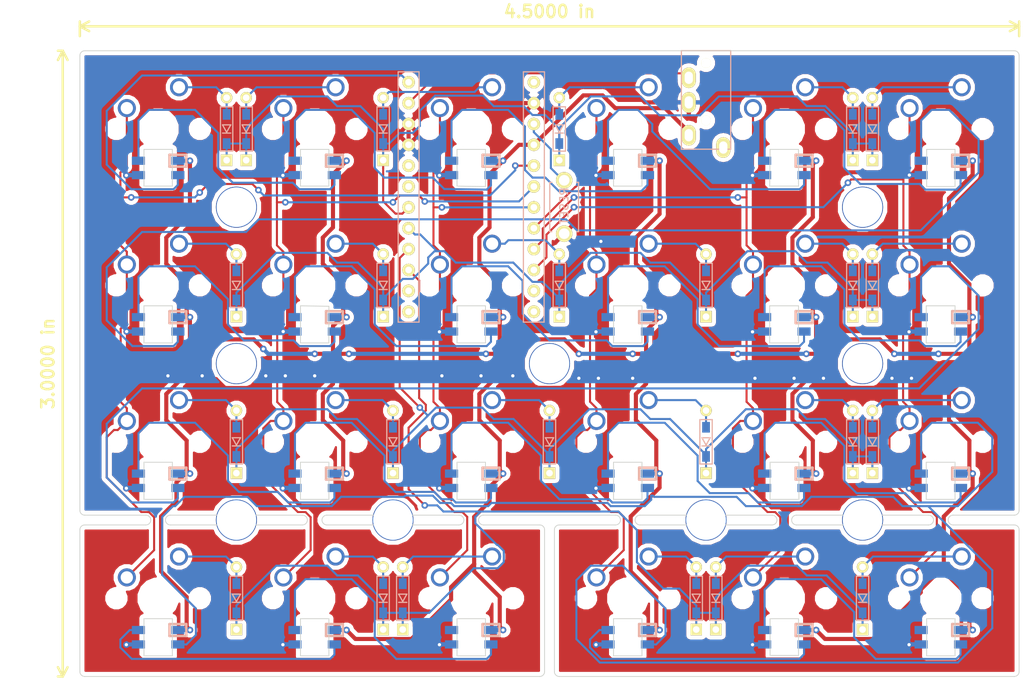
<source format=kicad_pcb>
(kicad_pcb (version 20171130) (host pcbnew "(5.0.1-3-g963ef8bb5)")
  (layers (0 F.Cu signal) (31 B.Cu signal) (34 B.Paste user) (35 F.Paste user) (36 B.SilkS user) (37 F.SilkS user) (38 B.Mask user) (39 F.Mask user) (44 Edge.Cuts user))
  (net 0 "")
  (net 1 "Net-(D1-Pad2)")
  (net 2 row0)
  (net 3 "Net-(D2-Pad2)")
  (net 4 row1)
  (net 5 "Net-(D3-Pad2)")
  (net 6 row2)
  (net 7 row3)
  (net 8 "Net-(D4-Pad2)")
  (net 9 "Net-(D5-Pad2)")
  (net 10 "Net-(D6-Pad2)")
  (net 11 "Net-(D7-Pad2)")
  (net 12 "Net-(D8-Pad2)")
  (net 13 "Net-(D9-Pad2)")
  (net 14 "Net-(D10-Pad2)")
  (net 15 "Net-(D11-Pad2)")
  (net 16 "Net-(D12-Pad2)")
  (net 17 "Net-(D13-Pad2)")
  (net 18 "Net-(D14-Pad2)")
  (net 19 "Net-(D15-Pad2)")
  (net 20 "Net-(D16-Pad2)")
  (net 21 "Net-(D17-Pad2)")
  (net 22 "Net-(D18-Pad2)")
  (net 23 "Net-(D19-Pad2)")
  (net 24 "Net-(D20-Pad2)")
  (net 25 "Net-(D21-Pad2)")
  (net 26 "Net-(D22-Pad2)")
  (net 27 "Net-(D23-Pad2)")
  (net 28 "Net-(D24-Pad2)")
  (net 29 VCC)
  (net 30 "Net-(J1-PadA)")
  (net 31 data)
  (net 32 GND)
  (net 33 led)
  (net 34 reset)
  (net 35 col0)
  (net 36 col1)
  (net 37 col2)
  (net 38 col3)
  (net 39 col4)
  (net 40 col5)
  (net 41 "Net-(U1-Pad5)")
  (net 42 "Net-(U1-Pad6)")
  (net 43 "Net-(U1-Pad11)")
  (net 44 "Net-(U1-Pad12)")
  (net 45 "Net-(U1-Pad13)")
  (net 46 "Net-(U1-Pad14)")
  (net 47 "Net-(U1-Pad24)")
  (net 48 "Net-(L1-Pad1)")
  (net 49 "Net-(L2-Pad3)")
  (net 50 "Net-(L2-Pad1)")
  (net 51 "Net-(L3-Pad1)")
  (net 52 "Net-(L22-Pad1)")
  (net 53 "Net-(L4-Pad1)")
  (net 54 "Net-(L5-Pad1)")
  (net 55 "Net-(L10-Pad3)")
  (net 56 "Net-(L11-Pad3)")
  (net 57 "Net-(L12-Pad3)")
  (net 58 "Net-(L13-Pad3)")
  (net 59 "Net-(L10-Pad1)")
  (net 60 "Net-(L11-Pad1)")
  (net 61 "Net-(L12-Pad1)")
  (net 62 "Net-(L13-Pad1)")
  (net 63 "Net-(L14-Pad1)")
  (net 64 "Net-(L15-Pad1)")
  (net 65 "Net-(L16-Pad1)")
  (net 66 "Net-(L17-Pad1)")
  (net 67 "Net-(L18-Pad1)")
  (net 68 "Net-(L19-Pad1)")
  (net 69 "Net-(L20-Pad1)")
  (net 70 "Net-(L24-Pad1)")
  (net 71 "Net-(L16-Pad3)")
  (module kbd:HOLE (layer F.Cu) (at 108.38208 73.152168)
    (fp_text reference Ref**)
    (fp_text value Val**)
    (pad "" np_thru_hole circle (at 0 0) (size 5 5) (drill 4.8) (layers *.Cu *.Mask))
  )
  (module SMKJP:SW_Cherry_MX1A_1.00u_PCB_nosilk (layer F.Cu) (at 98.8568 44.577)
    (fp_text reference SW10)
    (fp_text value SW_PUSH hide)
    (pad 2 thru_hole circle (at 2.54 -5.08) (size 2.2 2.2) (drill 1.5) (layers *.Cu *.Mask) (net 13 "Net-(D9-Pad2)"))
    (pad 1 thru_hole circle (at -3.81 -2.54) (size 2.2 2.2) (drill 1.5) (layers *.Cu *.Mask) (net 37 col2))
    (pad "" np_thru_hole circle (at 0 0) (size 4 4) (drill 4) (layers *.Cu *.Mask))
    (pad "" np_thru_hole circle (at -5.08 0) (size 1.7 1.7) (drill 1.7) (layers *.Cu *.Mask))
    (pad "" np_thru_hole circle (at 5.08 0) (size 1.7 1.7) (drill 1.7) (layers *.Cu *.Mask))
  )
  (module SMKJP:SW_Cherry_MX1A_1.00u_PCB_nosilk (layer F.Cu) (at 136.9568 82.677)
    (fp_text reference SW20)
    (fp_text value SW_PUSH hide)
    (pad 2 thru_hole circle (at 2.54 -5.08) (size 2.2 2.2) (drill 1.5) (layers *.Cu *.Mask) (net 23 "Net-(D19-Pad2)"))
    (pad 1 thru_hole circle (at -3.81 -2.54) (size 2.2 2.2) (drill 1.5) (layers *.Cu *.Mask) (net 39 col4))
    (pad "" np_thru_hole circle (at 0 0) (size 4 4) (drill 4) (layers *.Cu *.Mask))
    (pad "" np_thru_hole circle (at -5.08 0) (size 1.7 1.7) (drill 1.7) (layers *.Cu *.Mask))
    (pad "" np_thru_hole circle (at 5.08 0) (size 1.7 1.7) (drill 1.7) (layers *.Cu *.Mask))
  )
  (module SMKJP:SW_Cherry_MX1A_1.00u_PCB_nosilk (layer F.Cu) (at 136.9568 101.727)
    (fp_text reference SW21)
    (fp_text value SW_PUSH hide)
    (pad 2 thru_hole circle (at 2.54 -5.08) (size 2.2 2.2) (drill 1.5) (layers *.Cu *.Mask) (net 24 "Net-(D20-Pad2)"))
    (pad 1 thru_hole circle (at -3.81 -2.54) (size 2.2 2.2) (drill 1.5) (layers *.Cu *.Mask) (net 39 col4))
    (pad "" np_thru_hole circle (at 0 0) (size 4 4) (drill 4) (layers *.Cu *.Mask))
    (pad "" np_thru_hole circle (at -5.08 0) (size 1.7 1.7) (drill 1.7) (layers *.Cu *.Mask))
    (pad "" np_thru_hole circle (at 5.08 0) (size 1.7 1.7) (drill 1.7) (layers *.Cu *.Mask))
  )
  (module SMKJP:SW_Cherry_MX1A_1.00u_PCB_nosilk (layer F.Cu) (at 60.7568 44.577)
    (fp_text reference SW2)
    (fp_text value SW_PUSH hide)
    (pad 2 thru_hole circle (at 2.54 -5.08) (size 2.2 2.2) (drill 1.5) (layers *.Cu *.Mask) (net 1 "Net-(D1-Pad2)"))
    (pad 1 thru_hole circle (at -3.81 -2.54) (size 2.2 2.2) (drill 1.5) (layers *.Cu *.Mask) (net 35 col0))
    (pad "" np_thru_hole circle (at 0 0) (size 4 4) (drill 4) (layers *.Cu *.Mask))
    (pad "" np_thru_hole circle (at -5.08 0) (size 1.7 1.7) (drill 1.7) (layers *.Cu *.Mask))
    (pad "" np_thru_hole circle (at 5.08 0) (size 1.7 1.7) (drill 1.7) (layers *.Cu *.Mask))
  )
  (module kbd:ProMicro_v2_irreversible (layer F.Cu) (at 100.1268 52.0954)
    (fp_text reference U1 hide)
    (fp_text value ProMicro hide)
    (fp_text user "" (at -0.5 -17.25) (layer F.SilkS))
    (fp_text user "" (at -1.2065 -16.256) (layer B.SilkS) (effects (justify mirror)))
    (pad 24 thru_hole circle (at 6.35 -13.208) (size 1.524 1.524) (drill 0.8128) (layers *.Cu *.Mask F.SilkS) (net 47 "Net-(U1-Pad24)"))
    (pad 23 thru_hole circle (at 6.35 -10.668) (size 1.524 1.524) (drill 0.8128) (layers *.Cu *.Mask F.SilkS) (net 32 GND))
    (pad 22 thru_hole circle (at 6.35 -8.128) (size 1.524 1.524) (drill 0.8128) (layers *.Cu *.Mask F.SilkS) (net 34 reset))
    (pad 21 thru_hole circle (at 6.35 -5.588) (size 1.524 1.524) (drill 0.8128) (layers *.Cu *.Mask F.SilkS) (net 29 VCC))
    (pad 20 thru_hole circle (at 6.35 -3.048) (size 1.524 1.524) (drill 0.8128) (layers *.Cu *.Mask F.SilkS) (net 35 col0))
    (pad 19 thru_hole circle (at 6.35 -0.508) (size 1.524 1.524) (drill 0.8128) (layers *.Cu *.Mask F.SilkS) (net 36 col1))
    (pad 18 thru_hole circle (at 6.35 2.032) (size 1.524 1.524) (drill 0.8128) (layers *.Cu *.Mask F.SilkS) (net 37 col2))
    (pad 17 thru_hole circle (at 6.35 4.572) (size 1.524 1.524) (drill 0.8128) (layers *.Cu *.Mask F.SilkS) (net 38 col3))
    (pad 16 thru_hole circle (at 6.35 7.112) (size 1.524 1.524) (drill 0.8128) (layers *.Cu *.Mask F.SilkS) (net 39 col4))
    (pad 15 thru_hole circle (at 6.35 9.652) (size 1.524 1.524) (drill 0.8128) (layers *.Cu *.Mask F.SilkS) (net 40 col5))
    (pad 14 thru_hole circle (at 6.35 12.192) (size 1.524 1.524) (drill 0.8128) (layers *.Cu *.Mask F.SilkS) (net 46 "Net-(U1-Pad14)"))
    (pad 13 thru_hole circle (at 6.35 14.732) (size 1.524 1.524) (drill 0.8128) (layers *.Cu *.Mask F.SilkS) (net 45 "Net-(U1-Pad13)"))
    (pad 12 thru_hole circle (at -8.89 14.732) (size 1.524 1.524) (drill 0.8128) (layers *.Cu *.Mask F.SilkS) (net 44 "Net-(U1-Pad12)"))
    (pad 11 thru_hole circle (at -8.89 12.192) (size 1.524 1.524) (drill 0.8128) (layers *.Cu *.Mask F.SilkS) (net 43 "Net-(U1-Pad11)"))
    (pad 10 thru_hole circle (at -8.89 9.652) (size 1.524 1.524) (drill 0.8128) (layers *.Cu *.Mask F.SilkS) (net 7 row3))
    (pad 9 thru_hole circle (at -8.89 7.112) (size 1.524 1.524) (drill 0.8128) (layers *.Cu *.Mask F.SilkS) (net 6 row2))
    (pad 8 thru_hole circle (at -8.89 4.572) (size 1.524 1.524) (drill 0.8128) (layers *.Cu *.Mask F.SilkS) (net 4 row1))
    (pad 7 thru_hole circle (at -8.89 2.032) (size 1.524 1.524) (drill 0.8128) (layers *.Cu *.Mask F.SilkS) (net 2 row0))
    (pad 6 thru_hole circle (at -8.89 -0.508) (size 1.524 1.524) (drill 0.8128) (layers *.Cu *.Mask F.SilkS) (net 42 "Net-(U1-Pad6)"))
    (pad 5 thru_hole circle (at -8.89 -3.048) (size 1.524 1.524) (drill 0.8128) (layers *.Cu *.Mask F.SilkS) (net 41 "Net-(U1-Pad5)"))
    (pad 4 thru_hole circle (at -8.89 -5.588) (size 1.524 1.524) (drill 0.8128) (layers *.Cu *.Mask F.SilkS) (net 32 GND))
    (pad 3 thru_hole circle (at -8.89 -8.128) (size 1.524 1.524) (drill 0.8128) (layers *.Cu *.Mask F.SilkS) (net 32 GND))
    (pad 2 thru_hole circle (at -8.89 -10.668) (size 1.524 1.524) (drill 0.8128) (layers *.Cu *.Mask F.SilkS) (net 31 data))
    (pad 1 thru_hole circle (at -8.89 -13.208) (size 1.524 1.524) (drill 0.8128) (layers *.Cu *.Mask F.SilkS) (net 33 led))
  )
  (module kbd:MJ-4PP-9-irreversible (layer F.Cu) (at 129.182192 35.040234)
    (fp_text reference J1)
    (fp_text value MJ-4PP-9 hide)
    (pad C thru_hole oval (at -3.85 6.3) (size 1.7 2.5) (drill oval 1 1.5) (layers *.Cu *.Mask F.SilkS) (net 32 GND))
    (pad B thru_hole oval (at -3.85 3.3) (size 1.7 2.5) (drill oval 1 1.5) (layers *.Cu *.Mask F.SilkS) (net 31 data))
    (pad A thru_hole oval (at 0.35 11.8) (size 1.7 2.5) (drill oval 1 1.5) (layers *.Cu *.Mask F.SilkS) (net 30 "Net-(J1-PadA)") (clearance 0.15))
    (pad D thru_hole oval (at -3.85 10.3) (size 1.7 2.5) (drill oval 1 1.5) (layers *.Cu *.Mask F.SilkS) (net 29 VCC) (clearance 0.15))
    (pad "" np_thru_hole circle (at -1.75 1.5) (size 1.2 1.2) (drill 1.2) (layers *.Cu *.Mask F.SilkS))
    (pad "" np_thru_hole circle (at -1.75 8.5) (size 1.2 1.2) (drill 1.2) (layers *.Cu *.Mask F.SilkS))
  )
  (module kbd:ResetSW-irreversible (layer F.Cu) (at 110.168028 54.077818 90)
    (fp_text reference SW1 hide)
    (fp_text value SW_PUSH)
    (fp_text user RESET (at 0.127 0 90) (layer B.SilkS) (effects (justify mirror)))
    (pad 2 thru_hole circle (at -3.25 0 90) (size 2 2) (drill 1.3) (layers *.Cu *.Mask F.SilkS) (net 32 GND))
    (pad 1 thru_hole circle (at 3.25 0 90) (size 2 2) (drill 1.3) (layers *.Cu *.Mask F.SilkS) (net 34 reset))
  )
  (module kbd:HOLE (layer F.Cu) (at 70.281856 54.102056)
    (fp_text reference Ref**)
    (fp_text value Val**)
    (pad "" np_thru_hole circle (at 0 0) (size 5 5) (drill 4.8) (layers *.Cu *.Mask))
  )
  (module kbd:HOLE (layer F.Cu) (at 146.482304 54.102056)
    (fp_text reference Ref**)
    (fp_text value Val**)
    (pad "" np_thru_hole circle (at 0 0) (size 5 5) (drill 4.8) (layers *.Cu *.Mask))
  )
  (module kbd:HOLE (layer F.Cu) (at 146.482304 92.20228)
    (fp_text reference Ref**)
    (fp_text value Val**)
    (pad "" np_thru_hole circle (at 0 0) (size 5 5) (drill 4.8) (layers *.Cu *.Mask))
  )
  (module kbd:HOLE (layer F.Cu) (at 127.432192 92.20228)
    (fp_text reference Ref**)
    (fp_text value Val**)
    (pad "" np_thru_hole circle (at 0 0) (size 5 5) (drill 4.8) (layers *.Cu *.Mask))
  )
  (module kbd:HOLE (layer F.Cu) (at 89.331968 92.20228)
    (fp_text reference Ref**)
    (fp_text value Val**)
    (pad "" np_thru_hole circle (at 0 0) (size 5 5) (drill 4.8) (layers *.Cu *.Mask))
  )
  (module kbd:HOLE (layer F.Cu) (at 70.281856 92.20228)
    (fp_text reference Ref**)
    (fp_text value Val**)
    (pad "" np_thru_hole circle (at 0 0) (size 5 5) (drill 4.8) (layers *.Cu *.Mask))
  )
  (module kbd:HOLE (layer F.Cu) (at 70.281856 73.152168)
    (fp_text reference Ref**)
    (fp_text value Val**)
    (pad "" np_thru_hole circle (at 0 0) (size 5 5) (drill 4.8) (layers *.Cu *.Mask))
  )
  (module kbd:HOLE (layer F.Cu) (at 146.482304 73.152168)
    (fp_text reference Ref**)
    (fp_text value Val**)
    (pad "" np_thru_hole circle (at 0 0) (size 5 5) (drill 4.8) (layers *.Cu *.Mask))
  )
  (module kbd:SK6812MINI_rev_irreversible (layer F.Cu) (at 60.7568 49.321554)
    (fp_text reference L1 hide)
    (fp_text value SK6812MINI hide)
    (pad 2 smd rect (at -2.4 0.875) (size 1.6 1) (layers B.Cu B.Paste B.Mask) (net 32 GND))
    (pad 1 smd rect (at -2.4 -0.875) (size 1.6 1) (layers B.Cu B.Paste B.Mask) (net 48 "Net-(L1-Pad1)"))
    (pad 4 smd rect (at 2.4 -0.875) (size 1.6 1) (layers B.Cu B.Paste B.Mask) (net 29 VCC))
    (pad 3 smd rect (at 2.4 0.875) (size 1.6 1) (layers B.Cu B.Paste B.Mask) (net 33 led))
  )
  (module kbd:SK6812MINI_rev_irreversible (layer F.Cu) (at 60.7568 68.371666)
    (fp_text reference L2 hide)
    (fp_text value SK6812MINI hide)
    (pad 2 smd rect (at -2.4 0.875) (size 1.6 1) (layers B.Cu B.Paste B.Mask) (net 32 GND))
    (pad 1 smd rect (at -2.4 -0.875) (size 1.6 1) (layers B.Cu B.Paste B.Mask) (net 50 "Net-(L2-Pad1)"))
    (pad 4 smd rect (at 2.4 -0.875) (size 1.6 1) (layers B.Cu B.Paste B.Mask) (net 29 VCC))
    (pad 3 smd rect (at 2.4 0.875) (size 1.6 1) (layers B.Cu B.Paste B.Mask) (net 49 "Net-(L2-Pad3)"))
  )
  (module kbd:SK6812MINI_rev_irreversible (layer F.Cu) (at 60.7568 87.421778)
    (fp_text reference L3 hide)
    (fp_text value SK6812MINI hide)
    (pad 2 smd rect (at -2.4 0.875) (size 1.6 1) (layers B.Cu B.Paste B.Mask) (net 32 GND))
    (pad 1 smd rect (at -2.4 -0.875) (size 1.6 1) (layers B.Cu B.Paste B.Mask) (net 51 "Net-(L3-Pad1)"))
    (pad 4 smd rect (at 2.4 -0.875) (size 1.6 1) (layers B.Cu B.Paste B.Mask) (net 29 VCC))
    (pad 3 smd rect (at 2.4 0.875) (size 1.6 1) (layers B.Cu B.Paste B.Mask) (net 52 "Net-(L22-Pad1)"))
  )
  (module kbd:SK6812MINI_rev_irreversible (layer F.Cu) (at 60.7568 106.47189)
    (fp_text reference L4 hide)
    (fp_text value SK6812MINI hide)
    (pad 2 smd rect (at -2.4 0.875) (size 1.6 1) (layers B.Cu B.Paste B.Mask) (net 32 GND))
    (pad 1 smd rect (at -2.4 -0.875) (size 1.6 1) (layers B.Cu B.Paste B.Mask) (net 53 "Net-(L4-Pad1)"))
    (pad 4 smd rect (at 2.4 -0.875) (size 1.6 1) (layers B.Cu B.Paste B.Mask) (net 29 VCC))
    (pad 3 smd rect (at 2.4 0.875) (size 1.6 1) (layers B.Cu B.Paste B.Mask) (net 71 "Net-(L16-Pad3)"))
  )
  (module kbd:SK6812MINI_rev_irreversible (layer F.Cu) (at 79.8068 49.321554)
    (fp_text reference L5 hide)
    (fp_text value SK6812MINI hide)
    (pad 2 smd rect (at -2.4 0.875) (size 1.6 1) (layers B.Cu B.Paste B.Mask) (net 32 GND))
    (pad 1 smd rect (at -2.4 -0.875) (size 1.6 1) (layers B.Cu B.Paste B.Mask) (net 54 "Net-(L5-Pad1)"))
    (pad 4 smd rect (at 2.4 -0.875) (size 1.6 1) (layers B.Cu B.Paste B.Mask) (net 29 VCC))
    (pad 3 smd rect (at 2.4 0.875) (size 1.6 1) (layers B.Cu B.Paste B.Mask) (net 48 "Net-(L1-Pad1)"))
  )
  (module kbd:SK6812MINI_rev_irreversible (layer F.Cu) (at 79.8068 68.371666)
    (fp_text reference L6 hide)
    (fp_text value SK6812MINI hide)
    (pad 2 smd rect (at -2.4 0.875) (size 1.6 1) (layers B.Cu B.Paste B.Mask) (net 32 GND))
    (pad 1 smd rect (at -2.4 -0.875) (size 1.6 1) (layers B.Cu B.Paste B.Mask) (net 55 "Net-(L10-Pad3)"))
    (pad 4 smd rect (at 2.4 -0.875) (size 1.6 1) (layers B.Cu B.Paste B.Mask) (net 29 VCC))
    (pad 3 smd rect (at 2.4 0.875) (size 1.6 1) (layers B.Cu B.Paste B.Mask) (net 50 "Net-(L2-Pad1)"))
  )
  (module kbd:SK6812MINI_rev_irreversible (layer F.Cu) (at 79.8068 87.421778)
    (fp_text reference L7 hide)
    (fp_text value SK6812MINI hide)
    (pad 2 smd rect (at -2.4 0.875) (size 1.6 1) (layers B.Cu B.Paste B.Mask) (net 32 GND))
    (pad 1 smd rect (at -2.4 -0.875) (size 1.6 1) (layers B.Cu B.Paste B.Mask) (net 56 "Net-(L11-Pad3)"))
    (pad 4 smd rect (at 2.4 -0.875) (size 1.6 1) (layers B.Cu B.Paste B.Mask) (net 29 VCC))
    (pad 3 smd rect (at 2.4 0.875) (size 1.6 1) (layers B.Cu B.Paste B.Mask) (net 51 "Net-(L3-Pad1)"))
  )
  (module kbd:SK6812MINI_rev_irreversible (layer F.Cu) (at 79.8068 106.47189)
    (fp_text reference L8 hide)
    (fp_text value SK6812MINI hide)
    (pad 2 smd rect (at -2.4 0.875) (size 1.6 1) (layers B.Cu B.Paste B.Mask) (net 32 GND))
    (pad 1 smd rect (at -2.4 -0.875) (size 1.6 1) (layers B.Cu B.Paste B.Mask) (net 57 "Net-(L12-Pad3)"))
    (pad 4 smd rect (at 2.4 -0.875) (size 1.6 1) (layers B.Cu B.Paste B.Mask) (net 29 VCC))
    (pad 3 smd rect (at 2.4 0.875) (size 1.6 1) (layers B.Cu B.Paste B.Mask) (net 53 "Net-(L4-Pad1)"))
  )
  (module kbd:SK6812MINI_rev_irreversible (layer F.Cu) (at 98.8568 49.321554)
    (fp_text reference L9 hide)
    (fp_text value SK6812MINI hide)
    (pad 2 smd rect (at -2.4 0.875) (size 1.6 1) (layers B.Cu B.Paste B.Mask) (net 32 GND))
    (pad 1 smd rect (at -2.4 -0.875) (size 1.6 1) (layers B.Cu B.Paste B.Mask) (net 58 "Net-(L13-Pad3)"))
    (pad 4 smd rect (at 2.4 -0.875) (size 1.6 1) (layers B.Cu B.Paste B.Mask) (net 29 VCC))
    (pad 3 smd rect (at 2.4 0.875) (size 1.6 1) (layers B.Cu B.Paste B.Mask) (net 54 "Net-(L5-Pad1)"))
  )
  (module kbd:SK6812MINI_rev_irreversible (layer F.Cu) (at 98.8568 68.371666)
    (fp_text reference L10 hide)
    (fp_text value SK6812MINI hide)
    (pad 2 smd rect (at -2.4 0.875) (size 1.6 1) (layers B.Cu B.Paste B.Mask) (net 32 GND))
    (pad 1 smd rect (at -2.4 -0.875) (size 1.6 1) (layers B.Cu B.Paste B.Mask) (net 59 "Net-(L10-Pad1)"))
    (pad 4 smd rect (at 2.4 -0.875) (size 1.6 1) (layers B.Cu B.Paste B.Mask) (net 29 VCC))
    (pad 3 smd rect (at 2.4 0.875) (size 1.6 1) (layers B.Cu B.Paste B.Mask) (net 55 "Net-(L10-Pad3)"))
  )
  (module kbd:SK6812MINI_rev_irreversible (layer F.Cu) (at 98.8568 87.421778)
    (fp_text reference L11 hide)
    (fp_text value SK6812MINI hide)
    (pad 2 smd rect (at -2.4 0.875) (size 1.6 1) (layers B.Cu B.Paste B.Mask) (net 32 GND))
    (pad 1 smd rect (at -2.4 -0.875) (size 1.6 1) (layers B.Cu B.Paste B.Mask) (net 60 "Net-(L11-Pad1)"))
    (pad 4 smd rect (at 2.4 -0.875) (size 1.6 1) (layers B.Cu B.Paste B.Mask) (net 29 VCC))
    (pad 3 smd rect (at 2.4 0.875) (size 1.6 1) (layers B.Cu B.Paste B.Mask) (net 56 "Net-(L11-Pad3)"))
  )
  (module kbd:SK6812MINI_rev_irreversible (layer F.Cu) (at 98.8568 106.47189)
    (fp_text reference L12 hide)
    (fp_text value SK6812MINI hide)
    (pad 2 smd rect (at -2.4 0.875) (size 1.6 1) (layers B.Cu B.Paste B.Mask) (net 32 GND))
    (pad 1 smd rect (at -2.4 -0.875) (size 1.6 1) (layers B.Cu B.Paste B.Mask) (net 61 "Net-(L12-Pad1)"))
    (pad 4 smd rect (at 2.4 -0.875) (size 1.6 1) (layers B.Cu B.Paste B.Mask) (net 29 VCC))
    (pad 3 smd rect (at 2.4 0.875) (size 1.6 1) (layers B.Cu B.Paste B.Mask) (net 57 "Net-(L12-Pad3)"))
  )
  (module kbd:SK6812MINI_rev_irreversible (layer F.Cu) (at 117.9068 49.321554)
    (fp_text reference L13 hide)
    (fp_text value SK6812MINI hide)
    (pad 2 smd rect (at -2.4 0.875) (size 1.6 1) (layers B.Cu B.Paste B.Mask) (net 32 GND))
    (pad 1 smd rect (at -2.4 -0.875) (size 1.6 1) (layers B.Cu B.Paste B.Mask) (net 62 "Net-(L13-Pad1)"))
    (pad 4 smd rect (at 2.4 -0.875) (size 1.6 1) (layers B.Cu B.Paste B.Mask) (net 29 VCC))
    (pad 3 smd rect (at 2.4 0.875) (size 1.6 1) (layers B.Cu B.Paste B.Mask) (net 58 "Net-(L13-Pad3)"))
  )
  (module kbd:SK6812MINI_rev_irreversible (layer F.Cu) (at 117.9068 68.371666)
    (fp_text reference L14 hide)
    (fp_text value SK6812MINI hide)
    (pad 2 smd rect (at -2.4 0.875) (size 1.6 1) (layers B.Cu B.Paste B.Mask) (net 32 GND))
    (pad 1 smd rect (at -2.4 -0.875) (size 1.6 1) (layers B.Cu B.Paste B.Mask) (net 63 "Net-(L14-Pad1)"))
    (pad 4 smd rect (at 2.4 -0.875) (size 1.6 1) (layers B.Cu B.Paste B.Mask) (net 29 VCC))
    (pad 3 smd rect (at 2.4 0.875) (size 1.6 1) (layers B.Cu B.Paste B.Mask) (net 59 "Net-(L10-Pad1)"))
  )
  (module kbd:SK6812MINI_rev_irreversible (layer F.Cu) (at 117.9068 87.421778)
    (fp_text reference L15 hide)
    (fp_text value SK6812MINI hide)
    (pad 2 smd rect (at -2.4 0.875) (size 1.6 1) (layers B.Cu B.Paste B.Mask) (net 32 GND))
    (pad 1 smd rect (at -2.4 -0.875) (size 1.6 1) (layers B.Cu B.Paste B.Mask) (net 64 "Net-(L15-Pad1)"))
    (pad 4 smd rect (at 2.4 -0.875) (size 1.6 1) (layers B.Cu B.Paste B.Mask) (net 29 VCC))
    (pad 3 smd rect (at 2.4 0.875) (size 1.6 1) (layers B.Cu B.Paste B.Mask) (net 60 "Net-(L11-Pad1)"))
  )
  (module kbd:SK6812MINI_rev_irreversible (layer F.Cu) (at 117.9068 106.47189)
    (fp_text reference L16 hide)
    (fp_text value SK6812MINI hide)
    (pad 2 smd rect (at -2.4 0.875) (size 1.6 1) (layers B.Cu B.Paste B.Mask) (net 32 GND))
    (pad 1 smd rect (at -2.4 -0.875) (size 1.6 1) (layers B.Cu B.Paste B.Mask) (net 65 "Net-(L16-Pad1)"))
    (pad 4 smd rect (at 2.4 -0.875) (size 1.6 1) (layers B.Cu B.Paste B.Mask) (net 29 VCC))
    (pad 3 smd rect (at 2.4 0.875) (size 1.6 1) (layers B.Cu B.Paste B.Mask) (net 71 "Net-(L16-Pad3)"))
  )
  (module kbd:SK6812MINI_rev_irreversible (layer F.Cu) (at 136.9568 49.321554)
    (fp_text reference L17 hide)
    (fp_text value SK6812MINI hide)
    (pad 2 smd rect (at -2.4 0.875) (size 1.6 1) (layers B.Cu B.Paste B.Mask) (net 32 GND))
    (pad 1 smd rect (at -2.4 -0.875) (size 1.6 1) (layers B.Cu B.Paste B.Mask) (net 66 "Net-(L17-Pad1)"))
    (pad 4 smd rect (at 2.4 -0.875) (size 1.6 1) (layers B.Cu B.Paste B.Mask) (net 29 VCC))
    (pad 3 smd rect (at 2.4 0.875) (size 1.6 1) (layers B.Cu B.Paste B.Mask) (net 62 "Net-(L13-Pad1)"))
  )
  (module kbd:SK6812MINI_rev_irreversible (layer F.Cu) (at 136.9568 68.371666)
    (fp_text reference L18 hide)
    (fp_text value SK6812MINI hide)
    (pad 2 smd rect (at -2.4 0.875) (size 1.6 1) (layers B.Cu B.Paste B.Mask) (net 32 GND))
    (pad 1 smd rect (at -2.4 -0.875) (size 1.6 1) (layers B.Cu B.Paste B.Mask) (net 67 "Net-(L18-Pad1)"))
    (pad 4 smd rect (at 2.4 -0.875) (size 1.6 1) (layers B.Cu B.Paste B.Mask) (net 29 VCC))
    (pad 3 smd rect (at 2.4 0.875) (size 1.6 1) (layers B.Cu B.Paste B.Mask) (net 63 "Net-(L14-Pad1)"))
  )
  (module kbd:SK6812MINI_rev_irreversible (layer F.Cu) (at 136.9568 87.421778)
    (fp_text reference L19 hide)
    (fp_text value SK6812MINI hide)
    (pad 2 smd rect (at -2.4 0.875) (size 1.6 1) (layers B.Cu B.Paste B.Mask) (net 32 GND))
    (pad 1 smd rect (at -2.4 -0.875) (size 1.6 1) (layers B.Cu B.Paste B.Mask) (net 68 "Net-(L19-Pad1)"))
    (pad 4 smd rect (at 2.4 -0.875) (size 1.6 1) (layers B.Cu B.Paste B.Mask) (net 29 VCC))
    (pad 3 smd rect (at 2.4 0.875) (size 1.6 1) (layers B.Cu B.Paste B.Mask) (net 64 "Net-(L15-Pad1)"))
  )
  (module kbd:SK6812MINI_rev_irreversible (layer F.Cu) (at 136.9568 106.47189)
    (fp_text reference L20 hide)
    (fp_text value SK6812MINI hide)
    (pad 2 smd rect (at -2.4 0.875) (size 1.6 1) (layers B.Cu B.Paste B.Mask) (net 32 GND))
    (pad 1 smd rect (at -2.4 -0.875) (size 1.6 1) (layers B.Cu B.Paste B.Mask) (net 69 "Net-(L20-Pad1)"))
    (pad 4 smd rect (at 2.4 -0.875) (size 1.6 1) (layers B.Cu B.Paste B.Mask) (net 29 VCC))
    (pad 3 smd rect (at 2.4 0.875) (size 1.6 1) (layers B.Cu B.Paste B.Mask) (net 65 "Net-(L16-Pad1)"))
  )
  (module kbd:SK6812MINI_rev_irreversible (layer F.Cu) (at 156.0068 49.321554)
    (fp_text reference L21 hide)
    (fp_text value SK6812MINI hide)
    (pad 2 smd rect (at -2.4 0.875) (size 1.6 1) (layers B.Cu B.Paste B.Mask) (net 32 GND))
    (pad 1 smd rect (at -2.4 -0.875) (size 1.6 1) (layers B.Cu B.Paste B.Mask) (net 49 "Net-(L2-Pad3)"))
    (pad 4 smd rect (at 2.4 -0.875) (size 1.6 1) (layers B.Cu B.Paste B.Mask) (net 29 VCC))
    (pad 3 smd rect (at 2.4 0.875) (size 1.6 1) (layers B.Cu B.Paste B.Mask) (net 66 "Net-(L17-Pad1)"))
  )
  (module kbd:SK6812MINI_rev_irreversible (layer F.Cu) (at 156.0068 68.371666)
    (fp_text reference L22 hide)
    (fp_text value SK6812MINI hide)
    (pad 2 smd rect (at -2.4 0.875) (size 1.6 1) (layers B.Cu B.Paste B.Mask) (net 32 GND))
    (pad 1 smd rect (at -2.4 -0.875) (size 1.6 1) (layers B.Cu B.Paste B.Mask) (net 52 "Net-(L22-Pad1)"))
    (pad 4 smd rect (at 2.4 -0.875) (size 1.6 1) (layers B.Cu B.Paste B.Mask) (net 29 VCC))
    (pad 3 smd rect (at 2.4 0.875) (size 1.6 1) (layers B.Cu B.Paste B.Mask) (net 67 "Net-(L18-Pad1)"))
  )
  (module kbd:SK6812MINI_rev_irreversible (layer F.Cu) (at 156.0068 87.421778)
    (fp_text reference L23 hide)
    (fp_text value SK6812MINI hide)
    (pad 2 smd rect (at -2.4 0.875) (size 1.6 1) (layers B.Cu B.Paste B.Mask) (net 32 GND))
    (pad 1 smd rect (at -2.4 -0.875) (size 1.6 1) (layers B.Cu B.Paste B.Mask) (net 71 "Net-(L16-Pad3)"))
    (pad 4 smd rect (at 2.4 -0.875) (size 1.6 1) (layers B.Cu B.Paste B.Mask) (net 29 VCC))
    (pad 3 smd rect (at 2.4 0.875) (size 1.6 1) (layers B.Cu B.Paste B.Mask) (net 68 "Net-(L19-Pad1)"))
  )
  (module kbd:SK6812MINI_rev_irreversible (layer F.Cu) (at 156.0068 106.47189)
    (fp_text reference L24 hide)
    (fp_text value SK6812MINI hide)
    (pad 2 smd rect (at -2.4 0.875) (size 1.6 1) (layers B.Cu B.Paste B.Mask) (net 32 GND))
    (pad 1 smd rect (at -2.4 -0.875) (size 1.6 1) (layers B.Cu B.Paste B.Mask) (net 70 "Net-(L24-Pad1)"))
    (pad 4 smd rect (at 2.4 -0.875) (size 1.6 1) (layers B.Cu B.Paste B.Mask) (net 29 VCC))
    (pad 3 smd rect (at 2.4 0.875) (size 1.6 1) (layers B.Cu B.Paste B.Mask) (net 69 "Net-(L20-Pad1)"))
  )
  (module kbd:D3_TH_SMD_irreversible (layer F.Cu) (at 69.091224 44.577 90)
    (fp_text reference D1 hide)
    (fp_text value D hide)
    (pad 2 thru_hole circle (at 3.81 0 90) (size 1.397 1.397) (drill 0.8128) (layers *.Cu *.Mask F.SilkS) (net 1 "Net-(D1-Pad2)"))
    (pad 1 thru_hole rect (at -3.81 0 90) (size 1.397 1.397) (drill 0.8128) (layers *.Cu *.Mask F.SilkS) (net 2 row0))
    (pad 1 smd rect (at -1.775 0 90) (size 1.3 0.95) (layers B.Cu B.Paste B.Mask) (net 2 row0))
    (pad 2 smd rect (at 1.775 0 90) (size 1.3 0.95) (layers B.Cu B.Paste B.Mask) (net 1 "Net-(D1-Pad2)"))
  )
  (module kbd:D3_TH_SMD_irreversible (layer F.Cu) (at 70.281856 63.627 90)
    (fp_text reference D2 hide)
    (fp_text value D hide)
    (pad 2 thru_hole circle (at 3.81 0 90) (size 1.397 1.397) (drill 0.8128) (layers *.Cu *.Mask F.SilkS) (net 3 "Net-(D2-Pad2)"))
    (pad 1 thru_hole rect (at -3.81 0 90) (size 1.397 1.397) (drill 0.8128) (layers *.Cu *.Mask F.SilkS) (net 4 row1))
    (pad 1 smd rect (at -1.775 0 90) (size 1.3 0.95) (layers B.Cu B.Paste B.Mask) (net 4 row1))
    (pad 2 smd rect (at 1.775 0 90) (size 1.3 0.95) (layers B.Cu B.Paste B.Mask) (net 3 "Net-(D2-Pad2)"))
  )
  (module kbd:D3_TH_SMD_irreversible (layer F.Cu) (at 70.2818 82.677 90)
    (fp_text reference D3 hide)
    (fp_text value D hide)
    (pad 2 thru_hole circle (at 3.81 0 90) (size 1.397 1.397) (drill 0.8128) (layers *.Cu *.Mask F.SilkS) (net 5 "Net-(D3-Pad2)"))
    (pad 1 thru_hole rect (at -3.81 0 90) (size 1.397 1.397) (drill 0.8128) (layers *.Cu *.Mask F.SilkS) (net 6 row2))
    (pad 1 smd rect (at -1.775 0 90) (size 1.3 0.95) (layers B.Cu B.Paste B.Mask) (net 6 row2))
    (pad 2 smd rect (at 1.775 0 90) (size 1.3 0.95) (layers B.Cu B.Paste B.Mask) (net 5 "Net-(D3-Pad2)"))
  )
  (module kbd:D3_TH_SMD_irreversible (layer F.Cu) (at 70.2818 101.727 90)
    (fp_text reference D4 hide)
    (fp_text value D hide)
    (pad 2 thru_hole circle (at 3.81 0 90) (size 1.397 1.397) (drill 0.8128) (layers *.Cu *.Mask F.SilkS) (net 8 "Net-(D4-Pad2)"))
    (pad 1 thru_hole rect (at -3.81 0 90) (size 1.397 1.397) (drill 0.8128) (layers *.Cu *.Mask F.SilkS) (net 7 row3))
    (pad 1 smd rect (at -1.775 0 90) (size 1.3 0.95) (layers B.Cu B.Paste B.Mask) (net 7 row3))
    (pad 2 smd rect (at 1.775 0 90) (size 1.3 0.95) (layers B.Cu B.Paste B.Mask) (net 8 "Net-(D4-Pad2)"))
  )
  (module kbd:D3_TH_SMD_irreversible (layer F.Cu) (at 71.472488 44.577 90)
    (fp_text reference D5 hide)
    (fp_text value D hide)
    (pad 2 thru_hole circle (at 3.81 0 90) (size 1.397 1.397) (drill 0.8128) (layers *.Cu *.Mask F.SilkS) (net 9 "Net-(D5-Pad2)"))
    (pad 1 thru_hole rect (at -3.81 0 90) (size 1.397 1.397) (drill 0.8128) (layers *.Cu *.Mask F.SilkS) (net 2 row0))
    (pad 1 smd rect (at -1.775 0 90) (size 1.3 0.95) (layers B.Cu B.Paste B.Mask) (net 2 row0))
    (pad 2 smd rect (at 1.775 0 90) (size 1.3 0.95) (layers B.Cu B.Paste B.Mask) (net 9 "Net-(D5-Pad2)"))
  )
  (module kbd:D3_TH_SMD_irreversible (layer F.Cu) (at 88.141336 63.627 90)
    (fp_text reference D6 hide)
    (fp_text value D hide)
    (pad 2 thru_hole circle (at 3.81 0 90) (size 1.397 1.397) (drill 0.8128) (layers *.Cu *.Mask F.SilkS) (net 10 "Net-(D6-Pad2)"))
    (pad 1 thru_hole rect (at -3.81 0 90) (size 1.397 1.397) (drill 0.8128) (layers *.Cu *.Mask F.SilkS) (net 4 row1))
    (pad 1 smd rect (at -1.775 0 90) (size 1.3 0.95) (layers B.Cu B.Paste B.Mask) (net 4 row1))
    (pad 2 smd rect (at 1.775 0 90) (size 1.3 0.95) (layers B.Cu B.Paste B.Mask) (net 10 "Net-(D6-Pad2)"))
  )
  (module kbd:D3_TH_SMD_irreversible (layer F.Cu) (at 89.3318 82.677 90)
    (fp_text reference D7 hide)
    (fp_text value D hide)
    (pad 2 thru_hole circle (at 3.81 0 90) (size 1.397 1.397) (drill 0.8128) (layers *.Cu *.Mask F.SilkS) (net 11 "Net-(D7-Pad2)"))
    (pad 1 thru_hole rect (at -3.81 0 90) (size 1.397 1.397) (drill 0.8128) (layers *.Cu *.Mask F.SilkS) (net 6 row2))
    (pad 1 smd rect (at -1.775 0 90) (size 1.3 0.95) (layers B.Cu B.Paste B.Mask) (net 6 row2))
    (pad 2 smd rect (at 1.775 0 90) (size 1.3 0.95) (layers B.Cu B.Paste B.Mask) (net 11 "Net-(D7-Pad2)"))
  )
  (module kbd:D3_TH_SMD_irreversible (layer F.Cu) (at 88.141175 101.727 90)
    (fp_text reference D8 hide)
    (fp_text value D hide)
    (pad 2 thru_hole circle (at 3.81 0 90) (size 1.397 1.397) (drill 0.8128) (layers *.Cu *.Mask F.SilkS) (net 12 "Net-(D8-Pad2)"))
    (pad 1 thru_hole rect (at -3.81 0 90) (size 1.397 1.397) (drill 0.8128) (layers *.Cu *.Mask F.SilkS) (net 7 row3))
    (pad 1 smd rect (at -1.775 0 90) (size 1.3 0.95) (layers B.Cu B.Paste B.Mask) (net 7 row3))
    (pad 2 smd rect (at 1.775 0 90) (size 1.3 0.95) (layers B.Cu B.Paste B.Mask) (net 12 "Net-(D8-Pad2)"))
  )
  (module kbd:D3_TH_SMD_irreversible (layer F.Cu) (at 88.141336 44.577 90)
    (fp_text reference D9 hide)
    (fp_text value D hide)
    (pad 2 thru_hole circle (at 3.81 0 90) (size 1.397 1.397) (drill 0.8128) (layers *.Cu *.Mask F.SilkS) (net 13 "Net-(D9-Pad2)"))
    (pad 1 thru_hole rect (at -3.81 0 90) (size 1.397 1.397) (drill 0.8128) (layers *.Cu *.Mask F.SilkS) (net 2 row0))
    (pad 1 smd rect (at -1.775 0 90) (size 1.3 0.95) (layers B.Cu B.Paste B.Mask) (net 2 row0))
    (pad 2 smd rect (at 1.775 0 90) (size 1.3 0.95) (layers B.Cu B.Paste B.Mask) (net 13 "Net-(D9-Pad2)"))
  )
  (module kbd:D3_TH_SMD_irreversible (layer F.Cu) (at 109.572712 63.627 90)
    (fp_text reference D10 hide)
    (fp_text value D hide)
    (pad 2 thru_hole circle (at 3.81 0 90) (size 1.397 1.397) (drill 0.8128) (layers *.Cu *.Mask F.SilkS) (net 14 "Net-(D10-Pad2)"))
    (pad 1 thru_hole rect (at -3.81 0 90) (size 1.397 1.397) (drill 0.8128) (layers *.Cu *.Mask F.SilkS) (net 4 row1))
    (pad 1 smd rect (at -1.775 0 90) (size 1.3 0.95) (layers B.Cu B.Paste B.Mask) (net 4 row1))
    (pad 2 smd rect (at 1.775 0 90) (size 1.3 0.95) (layers B.Cu B.Paste B.Mask) (net 14 "Net-(D10-Pad2)"))
  )
  (module kbd:D3_TH_SMD_irreversible (layer F.Cu) (at 108.3818 82.677 90)
    (fp_text reference D11 hide)
    (fp_text value D hide)
    (pad 2 thru_hole circle (at 3.81 0 90) (size 1.397 1.397) (drill 0.8128) (layers *.Cu *.Mask F.SilkS) (net 15 "Net-(D11-Pad2)"))
    (pad 1 thru_hole rect (at -3.81 0 90) (size 1.397 1.397) (drill 0.8128) (layers *.Cu *.Mask F.SilkS) (net 6 row2))
    (pad 1 smd rect (at -1.775 0 90) (size 1.3 0.95) (layers B.Cu B.Paste B.Mask) (net 6 row2))
    (pad 2 smd rect (at 1.775 0 90) (size 1.3 0.95) (layers B.Cu B.Paste B.Mask) (net 15 "Net-(D11-Pad2)"))
  )
  (module kbd:D3_TH_SMD_irreversible (layer F.Cu) (at 90.522425 101.727 90)
    (fp_text reference D12 hide)
    (fp_text value D hide)
    (pad 2 thru_hole circle (at 3.81 0 90) (size 1.397 1.397) (drill 0.8128) (layers *.Cu *.Mask F.SilkS) (net 16 "Net-(D12-Pad2)"))
    (pad 1 thru_hole rect (at -3.81 0 90) (size 1.397 1.397) (drill 0.8128) (layers *.Cu *.Mask F.SilkS) (net 7 row3))
    (pad 1 smd rect (at -1.775 0 90) (size 1.3 0.95) (layers B.Cu B.Paste B.Mask) (net 7 row3))
    (pad 2 smd rect (at 1.775 0 90) (size 1.3 0.95) (layers B.Cu B.Paste B.Mask) (net 16 "Net-(D12-Pad2)"))
  )
  (module kbd:D3_TH_SMD_irreversible (layer F.Cu) (at 109.572712 44.577 90)
    (fp_text reference D13 hide)
    (fp_text value D hide)
    (pad 2 thru_hole circle (at 3.81 0 90) (size 1.397 1.397) (drill 0.8128) (layers *.Cu *.Mask F.SilkS) (net 17 "Net-(D13-Pad2)"))
    (pad 1 thru_hole rect (at -3.81 0 90) (size 1.397 1.397) (drill 0.8128) (layers *.Cu *.Mask F.SilkS) (net 2 row0))
    (pad 1 smd rect (at -1.775 0 90) (size 1.3 0.95) (layers B.Cu B.Paste B.Mask) (net 2 row0))
    (pad 2 smd rect (at 1.775 0 90) (size 1.3 0.95) (layers B.Cu B.Paste B.Mask) (net 17 "Net-(D13-Pad2)"))
  )
  (module kbd:D3_TH_SMD_irreversible (layer F.Cu) (at 127.4318 63.627 90)
    (fp_text reference D14 hide)
    (fp_text value D hide)
    (pad 2 thru_hole circle (at 3.81 0 90) (size 1.397 1.397) (drill 0.8128) (layers *.Cu *.Mask F.SilkS) (net 18 "Net-(D14-Pad2)"))
    (pad 1 thru_hole rect (at -3.81 0 90) (size 1.397 1.397) (drill 0.8128) (layers *.Cu *.Mask F.SilkS) (net 4 row1))
    (pad 1 smd rect (at -1.775 0 90) (size 1.3 0.95) (layers B.Cu B.Paste B.Mask) (net 4 row1))
    (pad 2 smd rect (at 1.775 0 90) (size 1.3 0.95) (layers B.Cu B.Paste B.Mask) (net 18 "Net-(D14-Pad2)"))
  )
  (module kbd:D3_TH_SMD_irreversible (layer F.Cu) (at 127.4318 82.677 90)
    (fp_text reference D15 hide)
    (fp_text value D hide)
    (pad 2 thru_hole circle (at 3.81 0 90) (size 1.397 1.397) (drill 0.8128) (layers *.Cu *.Mask F.SilkS) (net 19 "Net-(D15-Pad2)"))
    (pad 1 thru_hole rect (at -3.81 0 90) (size 1.397 1.397) (drill 0.8128) (layers *.Cu *.Mask F.SilkS) (net 6 row2))
    (pad 1 smd rect (at -1.775 0 90) (size 1.3 0.95) (layers B.Cu B.Paste B.Mask) (net 6 row2))
    (pad 2 smd rect (at 1.775 0 90) (size 1.3 0.95) (layers B.Cu B.Paste B.Mask) (net 19 "Net-(D15-Pad2)"))
  )
  (module kbd:D3_TH_SMD_irreversible (layer F.Cu) (at 126.241175 101.727 90)
    (fp_text reference D16 hide)
    (fp_text value D hide)
    (pad 2 thru_hole circle (at 3.81 0 90) (size 1.397 1.397) (drill 0.8128) (layers *.Cu *.Mask F.SilkS) (net 20 "Net-(D16-Pad2)"))
    (pad 1 thru_hole rect (at -3.81 0 90) (size 1.397 1.397) (drill 0.8128) (layers *.Cu *.Mask F.SilkS) (net 7 row3))
    (pad 1 smd rect (at -1.775 0 90) (size 1.3 0.95) (layers B.Cu B.Paste B.Mask) (net 7 row3))
    (pad 2 smd rect (at 1.775 0 90) (size 1.3 0.95) (layers B.Cu B.Paste B.Mask) (net 20 "Net-(D16-Pad2)"))
  )
  (module kbd:D3_TH_SMD_irreversible (layer F.Cu) (at 145.291175 44.577 90)
    (fp_text reference D17 hide)
    (fp_text value D hide)
    (pad 2 thru_hole circle (at 3.81 0 90) (size 1.397 1.397) (drill 0.8128) (layers *.Cu *.Mask F.SilkS) (net 21 "Net-(D17-Pad2)"))
    (pad 1 thru_hole rect (at -3.81 0 90) (size 1.397 1.397) (drill 0.8128) (layers *.Cu *.Mask F.SilkS) (net 2 row0))
    (pad 1 smd rect (at -1.775 0 90) (size 1.3 0.95) (layers B.Cu B.Paste B.Mask) (net 2 row0))
    (pad 2 smd rect (at 1.775 0 90) (size 1.3 0.95) (layers B.Cu B.Paste B.Mask) (net 21 "Net-(D17-Pad2)"))
  )
  (module kbd:D3_TH_SMD_irreversible (layer F.Cu) (at 145.291175 63.627 90)
    (fp_text reference D18 hide)
    (fp_text value D hide)
    (pad 2 thru_hole circle (at 3.81 0 90) (size 1.397 1.397) (drill 0.8128) (layers *.Cu *.Mask F.SilkS) (net 22 "Net-(D18-Pad2)"))
    (pad 1 thru_hole rect (at -3.81 0 90) (size 1.397 1.397) (drill 0.8128) (layers *.Cu *.Mask F.SilkS) (net 4 row1))
    (pad 1 smd rect (at -1.775 0 90) (size 1.3 0.95) (layers B.Cu B.Paste B.Mask) (net 4 row1))
    (pad 2 smd rect (at 1.775 0 90) (size 1.3 0.95) (layers B.Cu B.Paste B.Mask) (net 22 "Net-(D18-Pad2)"))
  )
  (module kbd:D3_TH_SMD_irreversible (layer F.Cu) (at 145.291175 82.677 90)
    (fp_text reference D19 hide)
    (fp_text value D hide)
    (pad 2 thru_hole circle (at 3.81 0 90) (size 1.397 1.397) (drill 0.8128) (layers *.Cu *.Mask F.SilkS) (net 23 "Net-(D19-Pad2)"))
    (pad 1 thru_hole rect (at -3.81 0 90) (size 1.397 1.397) (drill 0.8128) (layers *.Cu *.Mask F.SilkS) (net 6 row2))
    (pad 1 smd rect (at -1.775 0 90) (size 1.3 0.95) (layers B.Cu B.Paste B.Mask) (net 6 row2))
    (pad 2 smd rect (at 1.775 0 90) (size 1.3 0.95) (layers B.Cu B.Paste B.Mask) (net 23 "Net-(D19-Pad2)"))
  )
  (module kbd:D3_TH_SMD_irreversible (layer F.Cu) (at 128.622425 101.727 90)
    (fp_text reference D20 hide)
    (fp_text value D hide)
    (pad 2 thru_hole circle (at 3.81 0 90) (size 1.397 1.397) (drill 0.8128) (layers *.Cu *.Mask F.SilkS) (net 24 "Net-(D20-Pad2)"))
    (pad 1 thru_hole rect (at -3.81 0 90) (size 1.397 1.397) (drill 0.8128) (layers *.Cu *.Mask F.SilkS) (net 7 row3))
    (pad 1 smd rect (at -1.775 0 90) (size 1.3 0.95) (layers B.Cu B.Paste B.Mask) (net 7 row3))
    (pad 2 smd rect (at 1.775 0 90) (size 1.3 0.95) (layers B.Cu B.Paste B.Mask) (net 24 "Net-(D20-Pad2)"))
  )
  (module kbd:D3_TH_SMD_irreversible (layer F.Cu) (at 147.672425 44.577 90)
    (fp_text reference D21 hide)
    (fp_text value D hide)
    (pad 2 thru_hole circle (at 3.81 0 90) (size 1.397 1.397) (drill 0.8128) (layers *.Cu *.Mask F.SilkS) (net 25 "Net-(D21-Pad2)"))
    (pad 1 thru_hole rect (at -3.81 0 90) (size 1.397 1.397) (drill 0.8128) (layers *.Cu *.Mask F.SilkS) (net 2 row0))
    (pad 1 smd rect (at -1.775 0 90) (size 1.3 0.95) (layers B.Cu B.Paste B.Mask) (net 2 row0))
    (pad 2 smd rect (at 1.775 0 90) (size 1.3 0.95) (layers B.Cu B.Paste B.Mask) (net 25 "Net-(D21-Pad2)"))
  )
  (module kbd:D3_TH_SMD_irreversible (layer F.Cu) (at 147.672425 63.627 90)
    (fp_text reference D22 hide)
    (fp_text value D hide)
    (pad 2 thru_hole circle (at 3.81 0 90) (size 1.397 1.397) (drill 0.8128) (layers *.Cu *.Mask F.SilkS) (net 26 "Net-(D22-Pad2)"))
    (pad 1 thru_hole rect (at -3.81 0 90) (size 1.397 1.397) (drill 0.8128) (layers *.Cu *.Mask F.SilkS) (net 4 row1))
    (pad 1 smd rect (at -1.775 0 90) (size 1.3 0.95) (layers B.Cu B.Paste B.Mask) (net 4 row1))
    (pad 2 smd rect (at 1.775 0 90) (size 1.3 0.95) (layers B.Cu B.Paste B.Mask) (net 26 "Net-(D22-Pad2)"))
  )
  (module kbd:D3_TH_SMD_irreversible (layer F.Cu) (at 147.672425 82.677 90)
    (fp_text reference D23 hide)
    (fp_text value D hide)
    (pad 2 thru_hole circle (at 3.81 0 90) (size 1.397 1.397) (drill 0.8128) (layers *.Cu *.Mask F.SilkS) (net 27 "Net-(D23-Pad2)"))
    (pad 1 thru_hole rect (at -3.81 0 90) (size 1.397 1.397) (drill 0.8128) (layers *.Cu *.Mask F.SilkS) (net 6 row2))
    (pad 1 smd rect (at -1.775 0 90) (size 1.3 0.95) (layers B.Cu B.Paste B.Mask) (net 6 row2))
    (pad 2 smd rect (at 1.775 0 90) (size 1.3 0.95) (layers B.Cu B.Paste B.Mask) (net 27 "Net-(D23-Pad2)"))
  )
  (module kbd:D3_TH_SMD_irreversible (layer F.Cu) (at 146.4818 101.727 90)
    (fp_text reference D24 hide)
    (fp_text value D hide)
    (pad 2 thru_hole circle (at 3.81 0 90) (size 1.397 1.397) (drill 0.8128) (layers *.Cu *.Mask F.SilkS) (net 28 "Net-(D24-Pad2)"))
    (pad 1 thru_hole rect (at -3.81 0 90) (size 1.397 1.397) (drill 0.8128) (layers *.Cu *.Mask F.SilkS) (net 7 row3))
    (pad 1 smd rect (at -1.775 0 90) (size 1.3 0.95) (layers B.Cu B.Paste B.Mask) (net 7 row3))
    (pad 2 smd rect (at 1.775 0 90) (size 1.3 0.95) (layers B.Cu B.Paste B.Mask) (net 28 "Net-(D24-Pad2)"))
  )
  (module SMKJP:SW_Cherry_MX1A_1.00u_PCB_nosilk (layer F.Cu) (at 60.7568 63.627)
    (fp_text reference SW3)
    (fp_text value SW_PUSH hide)
    (pad 2 thru_hole circle (at 2.54 -5.08) (size 2.2 2.2) (drill 1.5) (layers *.Cu *.Mask) (net 3 "Net-(D2-Pad2)"))
    (pad 1 thru_hole circle (at -3.81 -2.54) (size 2.2 2.2) (drill 1.5) (layers *.Cu *.Mask) (net 35 col0))
    (pad "" np_thru_hole circle (at 0 0) (size 4 4) (drill 4) (layers *.Cu *.Mask))
    (pad "" np_thru_hole circle (at -5.08 0) (size 1.7 1.7) (drill 1.7) (layers *.Cu *.Mask))
    (pad "" np_thru_hole circle (at 5.08 0) (size 1.7 1.7) (drill 1.7) (layers *.Cu *.Mask))
  )
  (module SMKJP:SW_Cherry_MX1A_1.00u_PCB_nosilk (layer F.Cu) (at 60.7568 82.677)
    (fp_text reference SW4)
    (fp_text value SW_PUSH hide)
    (pad 2 thru_hole circle (at 2.54 -5.08) (size 2.2 2.2) (drill 1.5) (layers *.Cu *.Mask) (net 5 "Net-(D3-Pad2)"))
    (pad 1 thru_hole circle (at -3.81 -2.54) (size 2.2 2.2) (drill 1.5) (layers *.Cu *.Mask) (net 35 col0))
    (pad "" np_thru_hole circle (at 0 0) (size 4 4) (drill 4) (layers *.Cu *.Mask))
    (pad "" np_thru_hole circle (at -5.08 0) (size 1.7 1.7) (drill 1.7) (layers *.Cu *.Mask))
    (pad "" np_thru_hole circle (at 5.08 0) (size 1.7 1.7) (drill 1.7) (layers *.Cu *.Mask))
  )
  (module SMKJP:SW_Cherry_MX1A_1.00u_PCB_nosilk (layer F.Cu) (at 60.7568 101.727)
    (fp_text reference SW5)
    (fp_text value SW_PUSH hide)
    (pad 2 thru_hole circle (at 2.54 -5.08) (size 2.2 2.2) (drill 1.5) (layers *.Cu *.Mask) (net 8 "Net-(D4-Pad2)"))
    (pad 1 thru_hole circle (at -3.81 -2.54) (size 2.2 2.2) (drill 1.5) (layers *.Cu *.Mask) (net 35 col0))
    (pad "" np_thru_hole circle (at 0 0) (size 4 4) (drill 4) (layers *.Cu *.Mask))
    (pad "" np_thru_hole circle (at -5.08 0) (size 1.7 1.7) (drill 1.7) (layers *.Cu *.Mask))
    (pad "" np_thru_hole circle (at 5.08 0) (size 1.7 1.7) (drill 1.7) (layers *.Cu *.Mask))
  )
  (module SMKJP:SW_Cherry_MX1A_1.00u_PCB_nosilk (layer F.Cu) (at 79.8068 44.577)
    (fp_text reference SW6)
    (fp_text value SW_PUSH hide)
    (pad 2 thru_hole circle (at 2.54 -5.08) (size 2.2 2.2) (drill 1.5) (layers *.Cu *.Mask) (net 9 "Net-(D5-Pad2)"))
    (pad 1 thru_hole circle (at -3.81 -2.54) (size 2.2 2.2) (drill 1.5) (layers *.Cu *.Mask) (net 36 col1))
    (pad "" np_thru_hole circle (at 0 0) (size 4 4) (drill 4) (layers *.Cu *.Mask))
    (pad "" np_thru_hole circle (at -5.08 0) (size 1.7 1.7) (drill 1.7) (layers *.Cu *.Mask))
    (pad "" np_thru_hole circle (at 5.08 0) (size 1.7 1.7) (drill 1.7) (layers *.Cu *.Mask))
  )
  (module SMKJP:SW_Cherry_MX1A_1.00u_PCB_nosilk (layer F.Cu) (at 79.8068 63.627)
    (fp_text reference SW7)
    (fp_text value SW_PUSH hide)
    (pad 2 thru_hole circle (at 2.54 -5.08) (size 2.2 2.2) (drill 1.5) (layers *.Cu *.Mask) (net 10 "Net-(D6-Pad2)"))
    (pad 1 thru_hole circle (at -3.81 -2.54) (size 2.2 2.2) (drill 1.5) (layers *.Cu *.Mask) (net 36 col1))
    (pad "" np_thru_hole circle (at 0 0) (size 4 4) (drill 4) (layers *.Cu *.Mask))
    (pad "" np_thru_hole circle (at -5.08 0) (size 1.7 1.7) (drill 1.7) (layers *.Cu *.Mask))
    (pad "" np_thru_hole circle (at 5.08 0) (size 1.7 1.7) (drill 1.7) (layers *.Cu *.Mask))
  )
  (module SMKJP:SW_Cherry_MX1A_1.00u_PCB_nosilk (layer F.Cu) (at 79.8068 82.677)
    (fp_text reference SW8)
    (fp_text value SW_PUSH hide)
    (pad 2 thru_hole circle (at 2.54 -5.08) (size 2.2 2.2) (drill 1.5) (layers *.Cu *.Mask) (net 11 "Net-(D7-Pad2)"))
    (pad 1 thru_hole circle (at -3.81 -2.54) (size 2.2 2.2) (drill 1.5) (layers *.Cu *.Mask) (net 36 col1))
    (pad "" np_thru_hole circle (at 0 0) (size 4 4) (drill 4) (layers *.Cu *.Mask))
    (pad "" np_thru_hole circle (at -5.08 0) (size 1.7 1.7) (drill 1.7) (layers *.Cu *.Mask))
    (pad "" np_thru_hole circle (at 5.08 0) (size 1.7 1.7) (drill 1.7) (layers *.Cu *.Mask))
  )
  (module SMKJP:SW_Cherry_MX1A_1.00u_PCB_nosilk (layer F.Cu) (at 79.8068 101.727)
    (fp_text reference SW9)
    (fp_text value SW_PUSH hide)
    (pad 2 thru_hole circle (at 2.54 -5.08) (size 2.2 2.2) (drill 1.5) (layers *.Cu *.Mask) (net 12 "Net-(D8-Pad2)"))
    (pad 1 thru_hole circle (at -3.81 -2.54) (size 2.2 2.2) (drill 1.5) (layers *.Cu *.Mask) (net 36 col1))
    (pad "" np_thru_hole circle (at 0 0) (size 4 4) (drill 4) (layers *.Cu *.Mask))
    (pad "" np_thru_hole circle (at -5.08 0) (size 1.7 1.7) (drill 1.7) (layers *.Cu *.Mask))
    (pad "" np_thru_hole circle (at 5.08 0) (size 1.7 1.7) (drill 1.7) (layers *.Cu *.Mask))
  )
  (module SMKJP:SW_Cherry_MX1A_1.00u_PCB_nosilk (layer F.Cu) (at 98.8568 63.627)
    (fp_text reference SW11)
    (fp_text value SW_PUSH hide)
    (pad 2 thru_hole circle (at 2.54 -5.08) (size 2.2 2.2) (drill 1.5) (layers *.Cu *.Mask) (net 14 "Net-(D10-Pad2)"))
    (pad 1 thru_hole circle (at -3.81 -2.54) (size 2.2 2.2) (drill 1.5) (layers *.Cu *.Mask) (net 37 col2))
    (pad "" np_thru_hole circle (at 0 0) (size 4 4) (drill 4) (layers *.Cu *.Mask))
    (pad "" np_thru_hole circle (at -5.08 0) (size 1.7 1.7) (drill 1.7) (layers *.Cu *.Mask))
    (pad "" np_thru_hole circle (at 5.08 0) (size 1.7 1.7) (drill 1.7) (layers *.Cu *.Mask))
  )
  (module SMKJP:SW_Cherry_MX1A_1.00u_PCB_nosilk (layer F.Cu) (at 98.8568 82.677)
    (fp_text reference SW12)
    (fp_text value SW_PUSH hide)
    (pad 2 thru_hole circle (at 2.54 -5.08) (size 2.2 2.2) (drill 1.5) (layers *.Cu *.Mask) (net 15 "Net-(D11-Pad2)"))
    (pad 1 thru_hole circle (at -3.81 -2.54) (size 2.2 2.2) (drill 1.5) (layers *.Cu *.Mask) (net 37 col2))
    (pad "" np_thru_hole circle (at 0 0) (size 4 4) (drill 4) (layers *.Cu *.Mask))
    (pad "" np_thru_hole circle (at -5.08 0) (size 1.7 1.7) (drill 1.7) (layers *.Cu *.Mask))
    (pad "" np_thru_hole circle (at 5.08 0) (size 1.7 1.7) (drill 1.7) (layers *.Cu *.Mask))
  )
  (module SMKJP:SW_Cherry_MX1A_1.00u_PCB_nosilk (layer F.Cu) (at 98.8568 101.727)
    (fp_text reference SW13)
    (fp_text value SW_PUSH hide)
    (pad 2 thru_hole circle (at 2.54 -5.08) (size 2.2 2.2) (drill 1.5) (layers *.Cu *.Mask) (net 16 "Net-(D12-Pad2)"))
    (pad 1 thru_hole circle (at -3.81 -2.54) (size 2.2 2.2) (drill 1.5) (layers *.Cu *.Mask) (net 37 col2))
    (pad "" np_thru_hole circle (at 0 0) (size 4 4) (drill 4) (layers *.Cu *.Mask))
    (pad "" np_thru_hole circle (at -5.08 0) (size 1.7 1.7) (drill 1.7) (layers *.Cu *.Mask))
    (pad "" np_thru_hole circle (at 5.08 0) (size 1.7 1.7) (drill 1.7) (layers *.Cu *.Mask))
  )
  (module SMKJP:SW_Cherry_MX1A_1.00u_PCB_nosilk (layer F.Cu) (at 117.9068 44.577)
    (fp_text reference SW14)
    (fp_text value SW_PUSH hide)
    (pad 2 thru_hole circle (at 2.54 -5.08) (size 2.2 2.2) (drill 1.5) (layers *.Cu *.Mask) (net 17 "Net-(D13-Pad2)"))
    (pad 1 thru_hole circle (at -3.81 -2.54) (size 2.2 2.2) (drill 1.5) (layers *.Cu *.Mask) (net 38 col3))
    (pad "" np_thru_hole circle (at 0 0) (size 4 4) (drill 4) (layers *.Cu *.Mask))
    (pad "" np_thru_hole circle (at -5.08 0) (size 1.7 1.7) (drill 1.7) (layers *.Cu *.Mask))
    (pad "" np_thru_hole circle (at 5.08 0) (size 1.7 1.7) (drill 1.7) (layers *.Cu *.Mask))
  )
  (module SMKJP:SW_Cherry_MX1A_1.00u_PCB_nosilk (layer F.Cu) (at 117.9068 63.627)
    (fp_text reference SW15)
    (fp_text value SW_PUSH hide)
    (pad 2 thru_hole circle (at 2.54 -5.08) (size 2.2 2.2) (drill 1.5) (layers *.Cu *.Mask) (net 18 "Net-(D14-Pad2)"))
    (pad 1 thru_hole circle (at -3.81 -2.54) (size 2.2 2.2) (drill 1.5) (layers *.Cu *.Mask) (net 38 col3))
    (pad "" np_thru_hole circle (at 0 0) (size 4 4) (drill 4) (layers *.Cu *.Mask))
    (pad "" np_thru_hole circle (at -5.08 0) (size 1.7 1.7) (drill 1.7) (layers *.Cu *.Mask))
    (pad "" np_thru_hole circle (at 5.08 0) (size 1.7 1.7) (drill 1.7) (layers *.Cu *.Mask))
  )
  (module SMKJP:SW_Cherry_MX1A_1.00u_PCB_nosilk (layer F.Cu) (at 117.9068 82.677)
    (fp_text reference SW16)
    (fp_text value SW_PUSH hide)
    (pad 2 thru_hole circle (at 2.54 -5.08) (size 2.2 2.2) (drill 1.5) (layers *.Cu *.Mask) (net 19 "Net-(D15-Pad2)"))
    (pad 1 thru_hole circle (at -3.81 -2.54) (size 2.2 2.2) (drill 1.5) (layers *.Cu *.Mask) (net 38 col3))
    (pad "" np_thru_hole circle (at 0 0) (size 4 4) (drill 4) (layers *.Cu *.Mask))
    (pad "" np_thru_hole circle (at -5.08 0) (size 1.7 1.7) (drill 1.7) (layers *.Cu *.Mask))
    (pad "" np_thru_hole circle (at 5.08 0) (size 1.7 1.7) (drill 1.7) (layers *.Cu *.Mask))
  )
  (module SMKJP:SW_Cherry_MX1A_1.00u_PCB_nosilk (layer F.Cu) (at 117.9068 101.727)
    (fp_text reference SW17)
    (fp_text value SW_PUSH hide)
    (pad 2 thru_hole circle (at 2.54 -5.08) (size 2.2 2.2) (drill 1.5) (layers *.Cu *.Mask) (net 20 "Net-(D16-Pad2)"))
    (pad 1 thru_hole circle (at -3.81 -2.54) (size 2.2 2.2) (drill 1.5) (layers *.Cu *.Mask) (net 38 col3))
    (pad "" np_thru_hole circle (at 0 0) (size 4 4) (drill 4) (layers *.Cu *.Mask))
    (pad "" np_thru_hole circle (at -5.08 0) (size 1.7 1.7) (drill 1.7) (layers *.Cu *.Mask))
    (pad "" np_thru_hole circle (at 5.08 0) (size 1.7 1.7) (drill 1.7) (layers *.Cu *.Mask))
  )
  (module SMKJP:SW_Cherry_MX1A_1.00u_PCB_nosilk (layer F.Cu) (at 136.9568 44.577)
    (fp_text reference SW18)
    (fp_text value SW_PUSH hide)
    (pad 2 thru_hole circle (at 2.54 -5.08) (size 2.2 2.2) (drill 1.5) (layers *.Cu *.Mask) (net 21 "Net-(D17-Pad2)"))
    (pad 1 thru_hole circle (at -3.81 -2.54) (size 2.2 2.2) (drill 1.5) (layers *.Cu *.Mask) (net 39 col4))
    (pad "" np_thru_hole circle (at 0 0) (size 4 4) (drill 4) (layers *.Cu *.Mask))
    (pad "" np_thru_hole circle (at -5.08 0) (size 1.7 1.7) (drill 1.7) (layers *.Cu *.Mask))
    (pad "" np_thru_hole circle (at 5.08 0) (size 1.7 1.7) (drill 1.7) (layers *.Cu *.Mask))
  )
  (module SMKJP:SW_Cherry_MX1A_1.00u_PCB_nosilk (layer F.Cu) (at 136.9568 63.627)
    (fp_text reference SW19)
    (fp_text value SW_PUSH hide)
    (pad 2 thru_hole circle (at 2.54 -5.08) (size 2.2 2.2) (drill 1.5) (layers *.Cu *.Mask) (net 22 "Net-(D18-Pad2)"))
    (pad 1 thru_hole circle (at -3.81 -2.54) (size 2.2 2.2) (drill 1.5) (layers *.Cu *.Mask) (net 39 col4))
    (pad "" np_thru_hole circle (at 0 0) (size 4 4) (drill 4) (layers *.Cu *.Mask))
    (pad "" np_thru_hole circle (at -5.08 0) (size 1.7 1.7) (drill 1.7) (layers *.Cu *.Mask))
    (pad "" np_thru_hole circle (at 5.08 0) (size 1.7 1.7) (drill 1.7) (layers *.Cu *.Mask))
  )
  (module SMKJP:SW_Cherry_MX1A_1.00u_PCB_nosilk (layer F.Cu) (at 156.0068 44.577)
    (fp_text reference SW22)
    (fp_text value SW_PUSH hide)
    (pad 2 thru_hole circle (at 2.54 -5.08) (size 2.2 2.2) (drill 1.5) (layers *.Cu *.Mask) (net 25 "Net-(D21-Pad2)"))
    (pad 1 thru_hole circle (at -3.81 -2.54) (size 2.2 2.2) (drill 1.5) (layers *.Cu *.Mask) (net 40 col5))
    (pad "" np_thru_hole circle (at 0 0) (size 4 4) (drill 4) (layers *.Cu *.Mask))
    (pad "" np_thru_hole circle (at -5.08 0) (size 1.7 1.7) (drill 1.7) (layers *.Cu *.Mask))
    (pad "" np_thru_hole circle (at 5.08 0) (size 1.7 1.7) (drill 1.7) (layers *.Cu *.Mask))
  )
  (module SMKJP:SW_Cherry_MX1A_1.00u_PCB_nosilk (layer F.Cu) (at 156.0068 63.627)
    (fp_text reference SW23)
    (fp_text value SW_PUSH hide)
    (pad 2 thru_hole circle (at 2.54 -5.08) (size 2.2 2.2) (drill 1.5) (layers *.Cu *.Mask) (net 26 "Net-(D22-Pad2)"))
    (pad 1 thru_hole circle (at -3.81 -2.54) (size 2.2 2.2) (drill 1.5) (layers *.Cu *.Mask) (net 40 col5))
    (pad "" np_thru_hole circle (at 0 0) (size 4 4) (drill 4) (layers *.Cu *.Mask))
    (pad "" np_thru_hole circle (at -5.08 0) (size 1.7 1.7) (drill 1.7) (layers *.Cu *.Mask))
    (pad "" np_thru_hole circle (at 5.08 0) (size 1.7 1.7) (drill 1.7) (layers *.Cu *.Mask))
  )
  (module SMKJP:SW_Cherry_MX1A_1.00u_PCB_nosilk (layer F.Cu) (at 156.0068 82.677)
    (fp_text reference SW24)
    (fp_text value SW_PUSH hide)
    (pad 2 thru_hole circle (at 2.54 -5.08) (size 2.2 2.2) (drill 1.5) (layers *.Cu *.Mask) (net 27 "Net-(D23-Pad2)"))
    (pad 1 thru_hole circle (at -3.81 -2.54) (size 2.2 2.2) (drill 1.5) (layers *.Cu *.Mask) (net 40 col5))
    (pad "" np_thru_hole circle (at 0 0) (size 4 4) (drill 4) (layers *.Cu *.Mask))
    (pad "" np_thru_hole circle (at -5.08 0) (size 1.7 1.7) (drill 1.7) (layers *.Cu *.Mask))
    (pad "" np_thru_hole circle (at 5.08 0) (size 1.7 1.7) (drill 1.7) (layers *.Cu *.Mask))
  )
  (module SMKJP:SW_Cherry_MX1A_1.00u_PCB_nosilk (layer F.Cu) (at 156.0068 101.727)
    (fp_text reference SW25)
    (fp_text value SW_PUSH hide)
    (pad 2 thru_hole circle (at 2.54 -5.08) (size 2.2 2.2) (drill 1.5) (layers *.Cu *.Mask) (net 28 "Net-(D24-Pad2)"))
    (pad 1 thru_hole circle (at -3.81 -2.54) (size 2.2 2.2) (drill 1.5) (layers *.Cu *.Mask) (net 40 col5))
    (pad "" np_thru_hole circle (at 0 0) (size 4 4) (drill 4) (layers *.Cu *.Mask))
    (pad "" np_thru_hole circle (at -5.08 0) (size 1.7 1.7) (drill 1.7) (layers *.Cu *.Mask))
    (pad "" np_thru_hole circle (at 5.08 0) (size 1.7 1.7) (drill 1.7) (layers *.Cu *.Mask))
  )
  (dimension 76.200448 (width 0.3) (layer F.SilkS) (gr_text "76.200 mm" (at 47.048138 73.152168 270) (layer F.SilkS) (effects (font (size 1.5 1.5) (thickness 0.3)))) (feature1 (pts (xy 49.148138 111.252392) (xy 48.561717 111.252392))) (feature2 (pts (xy 49.148138 35.051944) (xy 48.561717 35.051944))) (crossbar (pts (xy 49.148138 35.051944) (xy 49.148138 111.252392))) (arrow1a (pts (xy 49.148138 111.252392) (xy 48.561717 110.125888))) (arrow1b (pts (xy 49.148138 111.252392) (xy 49.734559 110.125888))) (arrow2a (pts (xy 49.148138 35.051944) (xy 48.561717 36.178448))) (arrow2b (pts (xy 49.148138 35.051944) (xy 49.734559 36.178448))))
  (dimension 114.300672 (width 0.3) (layer F.SilkS) (gr_text "114.301 mm" (at 108.38208 29.975365) (layer F.SilkS) (effects (font (size 1.5 1.5) (thickness 0.3)))) (feature1 (pts (xy 165.532416 33.265996) (xy 165.532416 31.488944))) (feature2 (pts (xy 51.231744 33.265996) (xy 51.231744 31.488944))) (crossbar (pts (xy 51.231744 32.075365) (xy 165.532416 32.075365))) (arrow1a (pts (xy 165.532416 32.075365) (xy 164.405912 32.661786))) (arrow1b (pts (xy 165.532416 32.075365) (xy 164.405912 31.488944))) (arrow2a (pts (xy 51.231744 32.075365) (xy 52.358248 32.661786))) (arrow2b (pts (xy 51.231744 32.075365) (xy 52.358248 31.488944))))
  (gr_arc (start 109.572712 93.392912) (end 109.572712 92.797596) (angle -90) (layer Edge.Cuts) (width 0.1))
  (gr_arc (start 107.191448 93.392912) (end 107.786764 93.392912) (angle -90) (layer Edge.Cuts) (width 0.1))
  (gr_arc (start 164.9371 91.011648) (end 164.9371 91.606964) (angle -90) (layer Edge.Cuts) (width 0.1))
  (gr_arc (start 157.49565 92.20228) (end 157.49565 91.606964) (angle -180) (layer Edge.Cuts) (width 0.1))
  (gr_arc (start 164.9371 93.392912) (end 165.532416 93.392912) (angle -90) (layer Edge.Cuts) (width 0.1))
  (gr_arc (start 154.51907 92.20228) (end 154.51907 92.797596) (angle -180) (layer Edge.Cuts) (width 0.1))
  (gr_arc (start 138.445538 92.20228) (end 138.445538 91.606964) (angle -180) (layer Edge.Cuts) (width 0.1))
  (gr_arc (start 135.468958 92.20228) (end 135.468958 92.797596) (angle -180) (layer Edge.Cuts) (width 0.1))
  (gr_arc (start 119.395426 92.20228) (end 119.395426 91.606964) (angle -180) (layer Edge.Cuts) (width 0.1))
  (gr_arc (start 164.9371 110.657076) (end 164.9371 111.252392) (angle -90) (layer Edge.Cuts) (width 0.1))
  (gr_arc (start 109.572712 110.657076) (end 108.977396 110.657076) (angle -90) (layer Edge.Cuts) (width 0.1))
  (gr_arc (start 116.418846 92.20228) (end 116.418846 92.797596) (angle -180) (layer Edge.Cuts) (width 0.1))
  (gr_arc (start 100.345314 92.20228) (end 100.345314 91.606964) (angle -180) (layer Edge.Cuts) (width 0.1))
  (gr_arc (start 107.191448 110.657076) (end 107.191448 111.252392) (angle -90) (layer Edge.Cuts) (width 0.1))
  (gr_arc (start 97.368734 92.20228) (end 97.368734 92.797596) (angle -180) (layer Edge.Cuts) (width 0.1))
  (gr_arc (start 81.295202 92.20228) (end 81.295202 91.606964) (angle -180) (layer Edge.Cuts) (width 0.1))
  (gr_arc (start 78.318622 92.20228) (end 78.318622 92.797596) (angle -180) (layer Edge.Cuts) (width 0.1))
  (gr_arc (start 62.24509 92.20228) (end 62.24509 91.606964) (angle -180) (layer Edge.Cuts) (width 0.1))
  (gr_arc (start 51.82706 110.657076) (end 51.231744 110.657076) (angle -90) (layer Edge.Cuts) (width 0.1))
  (gr_arc (start 51.82706 93.392912) (end 51.82706 92.797596) (angle -90) (layer Edge.Cuts) (width 0.1))
  (gr_arc (start 59.26851 92.20228) (end 59.26851 92.797596) (angle -180) (layer Edge.Cuts) (width 0.1))
  (gr_arc (start 51.82706 91.011648) (end 51.231744 91.011648) (angle -90) (layer Edge.Cuts) (width 0.1))
  (gr_arc (start 51.82706 35.64726) (end 51.82706 35.051944) (angle -90) (layer Edge.Cuts) (width 0.1))
  (gr_arc (start 164.9371 35.64726) (end 165.532416 35.64726) (angle -90) (layer Edge.Cuts) (width 0.1))
  (gr_line (start 154.2796 108.7374) (end 154.2796 104.2162) (layer Edge.Cuts) (width 0.1))
  (gr_line (start 157.734 108.7374) (end 154.2796 108.7374) (layer Edge.Cuts) (width 0.1))
  (gr_line (start 157.734 104.2162) (end 157.734 108.7374) (layer Edge.Cuts) (width 0.1))
  (gr_line (start 154.2796 104.2162) (end 157.734 104.2162) (layer Edge.Cuts) (width 0.1))
  (gr_line (start 135.2296 104.2162) (end 135.2296 104.267) (layer Edge.Cuts) (width 0.1))
  (gr_line (start 135.2296 108.6866) (end 135.2296 104.267) (layer Edge.Cuts) (width 0.1))
  (gr_line (start 138.684 108.6866) (end 135.2296 108.6866) (layer Edge.Cuts) (width 0.1))
  (gr_line (start 138.684 104.2162) (end 138.684 108.6866) (layer Edge.Cuts) (width 0.1))
  (gr_line (start 135.2296 104.2162) (end 138.684 104.2162) (layer Edge.Cuts) (width 0.1))
  (gr_line (start 116.1796 108.7374) (end 116.1796 104.2162) (layer Edge.Cuts) (width 0.1))
  (gr_line (start 119.634 108.7374) (end 116.1796 108.7374) (layer Edge.Cuts) (width 0.1))
  (gr_line (start 119.634 104.2162) (end 119.634 108.7374) (layer Edge.Cuts) (width 0.1))
  (gr_line (start 116.1796 104.2162) (end 119.634 104.2162) (layer Edge.Cuts) (width 0.1))
  (gr_line (start 97.1296 108.7374) (end 97.1296 104.2162) (layer Edge.Cuts) (width 0.1))
  (gr_line (start 100.584 108.7374) (end 97.1296 108.7374) (layer Edge.Cuts) (width 0.1))
  (gr_line (start 100.584 104.2162) (end 100.584 108.7374) (layer Edge.Cuts) (width 0.1))
  (gr_line (start 97.1296 104.2162) (end 100.584 104.2162) (layer Edge.Cuts) (width 0.1))
  (gr_line (start 78.0796 108.7374) (end 78.0796 104.2162) (layer Edge.Cuts) (width 0.1))
  (gr_line (start 81.534 108.7374) (end 78.0796 108.7374) (layer Edge.Cuts) (width 0.1))
  (gr_line (start 81.534 104.2162) (end 81.534 108.7374) (layer Edge.Cuts) (width 0.1))
  (gr_line (start 78.0796 104.2162) (end 81.534 104.2162) (layer Edge.Cuts) (width 0.1))
  (gr_line (start 62.484 104.2162) (end 59.0804 104.2162) (layer Edge.Cuts) (width 0.1))
  (gr_line (start 62.484 108.7374) (end 62.484 104.2162) (layer Edge.Cuts) (width 0.1))
  (gr_line (start 59.0296 108.7374) (end 62.484 108.7374) (layer Edge.Cuts) (width 0.1))
  (gr_line (start 59.0296 104.2162) (end 59.0296 108.7374) (layer Edge.Cuts) (width 0.1))
  (gr_line (start 59.0804 104.2162) (end 59.0296 104.2162) (layer Edge.Cuts) (width 0.1))
  (gr_line (start 59.0296 89.6874) (end 59.0296 85.1662) (layer Edge.Cuts) (width 0.1))
  (gr_line (start 62.484 89.6874) (end 59.0296 89.6874) (layer Edge.Cuts) (width 0.1))
  (gr_line (start 62.484 85.1662) (end 62.484 89.6874) (layer Edge.Cuts) (width 0.1))
  (gr_line (start 59.0296 85.1662) (end 62.484 85.1662) (layer Edge.Cuts) (width 0.1))
  (gr_line (start 78.0796 89.6874) (end 78.0796 85.1662) (layer Edge.Cuts) (width 0.1))
  (gr_line (start 81.534 89.6874) (end 78.0796 89.6874) (layer Edge.Cuts) (width 0.1))
  (gr_line (start 81.534 85.1662) (end 81.534 89.6874) (layer Edge.Cuts) (width 0.1))
  (gr_line (start 78.0796 85.1662) (end 81.534 85.1662) (layer Edge.Cuts) (width 0.1))
  (gr_line (start 97.1296 89.6874) (end 97.1296 85.1662) (layer Edge.Cuts) (width 0.1))
  (gr_line (start 100.584 89.6874) (end 97.1296 89.6874) (layer Edge.Cuts) (width 0.1))
  (gr_line (start 100.584 85.1662) (end 100.584 89.6874) (layer Edge.Cuts) (width 0.1))
  (gr_line (start 97.1296 85.1662) (end 100.584 85.1662) (layer Edge.Cuts) (width 0.1))
  (gr_line (start 116.1796 89.6874) (end 116.1796 85.1662) (layer Edge.Cuts) (width 0.1))
  (gr_line (start 119.634 89.6874) (end 116.1796 89.6874) (layer Edge.Cuts) (width 0.1))
  (gr_line (start 119.634 85.1662) (end 119.634 89.6874) (layer Edge.Cuts) (width 0.1))
  (gr_line (start 116.1796 85.1662) (end 119.634 85.1662) (layer Edge.Cuts) (width 0.1))
  (gr_line (start 135.2296 89.6874) (end 135.2296 85.1662) (layer Edge.Cuts) (width 0.1))
  (gr_line (start 138.7348 89.6874) (end 135.2296 89.6874) (layer Edge.Cuts) (width 0.1))
  (gr_line (start 138.7348 85.1662) (end 138.7348 89.6874) (layer Edge.Cuts) (width 0.1))
  (gr_line (start 135.2296 85.1662) (end 138.7348 85.1662) (layer Edge.Cuts) (width 0.1))
  (gr_line (start 154.2288 89.6874) (end 154.2288 85.1662) (layer Edge.Cuts) (width 0.1))
  (gr_line (start 157.734 89.6874) (end 154.2288 89.6874) (layer Edge.Cuts) (width 0.1))
  (gr_line (start 157.734 85.1662) (end 157.734 89.6874) (layer Edge.Cuts) (width 0.1))
  (gr_line (start 154.2288 85.1662) (end 157.734 85.1662) (layer Edge.Cuts) (width 0.1))
  (gr_line (start 154.2288 70.6374) (end 154.2288 66.1162) (layer Edge.Cuts) (width 0.1))
  (gr_line (start 157.734 70.6374) (end 154.2288 70.6374) (layer Edge.Cuts) (width 0.1))
  (gr_line (start 157.734 66.1162) (end 157.734 70.6374) (layer Edge.Cuts) (width 0.1))
  (gr_line (start 154.2288 66.1162) (end 157.734 66.1162) (layer Edge.Cuts) (width 0.1))
  (gr_line (start 135.1788 70.6374) (end 135.1788 66.1162) (layer Edge.Cuts) (width 0.1))
  (gr_line (start 138.684 70.6374) (end 135.1788 70.6374) (layer Edge.Cuts) (width 0.1))
  (gr_line (start 138.684 66.1162) (end 138.684 70.6374) (layer Edge.Cuts) (width 0.1))
  (gr_line (start 135.1788 66.1162) (end 138.684 66.1162) (layer Edge.Cuts) (width 0.1))
  (gr_line (start 116.1796 70.6374) (end 116.1796 66.1162) (layer Edge.Cuts) (width 0.1))
  (gr_line (start 119.634 70.6374) (end 116.1796 70.6374) (layer Edge.Cuts) (width 0.1))
  (gr_line (start 119.634 66.1162) (end 119.634 70.6374) (layer Edge.Cuts) (width 0.1))
  (gr_line (start 116.1796 66.1162) (end 119.634 66.1162) (layer Edge.Cuts) (width 0.1))
  (gr_line (start 97.1296 70.6374) (end 97.1296 66.1162) (layer Edge.Cuts) (width 0.1))
  (gr_line (start 100.584 70.6374) (end 97.1296 70.6374) (layer Edge.Cuts) (width 0.1))
  (gr_line (start 100.584 66.1162) (end 100.584 70.6374) (layer Edge.Cuts) (width 0.1))
  (gr_line (start 97.1296 66.1162) (end 100.584 66.1162) (layer Edge.Cuts) (width 0.1))
  (gr_line (start 78.0796 70.6374) (end 78.0796 66.1162) (layer Edge.Cuts) (width 0.1))
  (gr_line (start 81.534 70.6374) (end 78.0796 70.6374) (layer Edge.Cuts) (width 0.1))
  (gr_line (start 81.534 66.167) (end 81.534 70.6374) (layer Edge.Cuts) (width 0.1))
  (gr_line (start 78.0796 66.1162) (end 81.534 66.167) (layer Edge.Cuts) (width 0.1))
  (gr_line (start 59.0296 70.6374) (end 59.0296 66.1162) (layer Edge.Cuts) (width 0.1))
  (gr_line (start 62.484 70.6374) (end 59.0296 70.6374) (layer Edge.Cuts) (width 0.1))
  (gr_line (start 62.484 66.1162) (end 62.484 70.6374) (layer Edge.Cuts) (width 0.1))
  (gr_line (start 59.0296 66.1162) (end 62.484 66.1162) (layer Edge.Cuts) (width 0.1))
  (gr_line (start 154.2796 51.5874) (end 154.2796 47.0662) (layer Edge.Cuts) (width 0.1))
  (gr_line (start 157.734 51.5874) (end 154.2796 51.5874) (layer Edge.Cuts) (width 0.1))
  (gr_line (start 157.734 47.0662) (end 157.734 51.5874) (layer Edge.Cuts) (width 0.1))
  (gr_line (start 154.2796 47.0662) (end 157.734 47.0662) (layer Edge.Cuts) (width 0.1))
  (gr_line (start 135.1788 51.5366) (end 135.2296 47.0662) (layer Edge.Cuts) (width 0.1))
  (gr_line (start 138.684 51.5366) (end 135.1788 51.5366) (layer Edge.Cuts) (width 0.1))
  (gr_line (start 138.684 47.0662) (end 138.684 51.5366) (layer Edge.Cuts) (width 0.1))
  (gr_line (start 135.2296 47.0662) (end 138.684 47.0662) (layer Edge.Cuts) (width 0.1))
  (gr_line (start 116.1796 51.5366) (end 116.1796 47.0662) (layer Edge.Cuts) (width 0.1))
  (gr_line (start 119.634 51.5366) (end 116.1796 51.5366) (layer Edge.Cuts) (width 0.1))
  (gr_line (start 119.634 47.0662) (end 119.634 51.5366) (layer Edge.Cuts) (width 0.1))
  (gr_line (start 116.1796 47.0662) (end 119.634 47.0662) (layer Edge.Cuts) (width 0.1))
  (gr_line (start 97.1296 51.5366) (end 97.1296 47.0662) (layer Edge.Cuts) (width 0.1))
  (gr_line (start 100.584 51.5874) (end 97.1296 51.5366) (layer Edge.Cuts) (width 0.1))
  (gr_line (start 100.584 47.0662) (end 100.584 51.5874) (layer Edge.Cuts) (width 0.1))
  (gr_line (start 97.1296 47.0662) (end 100.584 47.0662) (layer Edge.Cuts) (width 0.1))
  (gr_line (start 78.0796 51.5366) (end 78.0796 47.0662) (layer Edge.Cuts) (width 0.1))
  (gr_line (start 81.534 51.5366) (end 78.0796 51.5366) (layer Edge.Cuts) (width 0.1))
  (gr_line (start 81.534 47.0662) (end 81.534 51.5366) (layer Edge.Cuts) (width 0.1))
  (gr_line (start 78.0796 47.0662) (end 81.534 47.0662) (layer Edge.Cuts) (width 0.1))
  (gr_line (start 59.0296 51.5366) (end 59.0296 47.0662) (layer Edge.Cuts) (width 0.1))
  (gr_line (start 62.484 51.5366) (end 59.0296 51.5366) (layer Edge.Cuts) (width 0.1))
  (gr_line (start 62.484 47.0662) (end 62.484 51.5366) (layer Edge.Cuts) (width 0.1))
  (gr_line (start 59.0296 47.0662) (end 62.484 47.0662) (layer Edge.Cuts) (width 0.1))
  (gr_line (start 165.532416 93.392912) (end 165.532416 110.657076) (layer Edge.Cuts) (width 0.1))
  (gr_line (start 157.49565 91.606964) (end 164.9371 91.606964) (layer Edge.Cuts) (width 0.1))
  (gr_line (start 157.49565 92.797596) (end 164.9371 92.797596) (layer Edge.Cuts) (width 0.1))
  (gr_line (start 154.51907 91.606964) (end 138.445538 91.606964) (layer Edge.Cuts) (width 0.1))
  (gr_line (start 138.445538 92.797596) (end 154.51907 92.797596) (layer Edge.Cuts) (width 0.1))
  (gr_line (start 135.468958 91.606964) (end 119.395426 91.606964) (layer Edge.Cuts) (width 0.1))
  (gr_line (start 119.395426 92.797596) (end 135.468958 92.797596) (layer Edge.Cuts) (width 0.1))
  (gr_line (start 100.345314 91.606964) (end 116.418846 91.606964) (layer Edge.Cuts) (width 0.1))
  (gr_line (start 100.345314 92.797596) (end 107.191448 92.797596) (layer Edge.Cuts) (width 0.1))
  (gr_line (start 164.9371 111.252392) (end 109.572712 111.252392) (layer Edge.Cuts) (width 0.1))
  (gr_line (start 108.977396 93.392912) (end 108.977396 110.657076) (layer Edge.Cuts) (width 0.1))
  (gr_line (start 109.572712 92.797596) (end 116.418846 92.797596) (layer Edge.Cuts) (width 0.1))
  (gr_line (start 107.786764 93.392912) (end 107.786764 110.657076) (layer Edge.Cuts) (width 0.1))
  (gr_line (start 97.368734 91.606964) (end 81.295202 91.606964) (layer Edge.Cuts) (width 0.1))
  (gr_line (start 81.295202 92.797596) (end 97.368734 92.797596) (layer Edge.Cuts) (width 0.1))
  (gr_line (start 78.318622 92.797596) (end 62.24509 92.797596) (layer Edge.Cuts) (width 0.1))
  (gr_line (start 62.24509 91.606964) (end 78.318622 91.606964) (layer Edge.Cuts) (width 0.1))
  (gr_line (start 51.231744 110.657076) (end 51.231744 93.392912) (layer Edge.Cuts) (width 0.1))
  (gr_line (start 59.26851 92.797596) (end 51.82706 92.797596) (layer Edge.Cuts) (width 0.1))
  (gr_line (start 51.82706 91.606964) (end 59.26851 91.606964) (layer Edge.Cuts) (width 0.1))
  (gr_line (start 51.82706 111.252392) (end 107.191448 111.252392) (layer Edge.Cuts) (width 0.1))
  (gr_line (start 51.231744 35.64726) (end 51.231744 91.011648) (layer Edge.Cuts) (width 0.1))
  (gr_line (start 165.532416 35.64726) (end 165.532416 91.011648) (layer Edge.Cuts) (width 0.1))
  (gr_line (start 51.82706 35.051944) (end 164.9371 35.051944) (layer Edge.Cuts) (width 0.1))
  (segment (start 69.091224 40.767) (end 69.091224 42.802) (width 0.25) (layer B.Cu) (net 1))
  (segment (start 67.821224 39.497) (end 69.091224 40.767) (width 0.25) (layer B.Cu) (net 1))
  (segment (start 63.2968 39.497) (end 67.821224 39.497) (width 0.25) (layer B.Cu) (net 1))
  (segment (start 69.091224 46.352) (end 69.091224 48.387) (width 0.25) (layer B.Cu) (net 2))
  (segment (start 71.472488 48.387) (end 71.472488 46.352) (width 0.25) (layer B.Cu) (net 2))
  (segment (start 88.141336 48.387) (end 88.141336 46.352) (width 0.25) (layer B.Cu) (net 2))
  (segment (start 109.572712 46.352) (end 109.572712 48.387) (width 0.25) (layer B.Cu) (net 2))
  (segment (start 145.291175 46.352) (end 145.291175 48.387) (width 0.25) (layer B.Cu) (net 2))
  (segment (start 147.672425 48.387) (end 147.672425 46.352) (width 0.25) (layer B.Cu) (net 2))
  (segment (start 69.091224 46.352) (end 71.472488 46.352) (width 0.25) (layer B.Cu) (net 2))
  (segment (start 82.542787 41.801989) (end 85.366325 41.801989) (width 0.25) (layer B.Cu) (net 2))
  (segment (start 81.352797 40.611999) (end 82.542787 41.801989) (width 0.25) (layer B.Cu) (net 2))
  (segment (start 71.472488 44.45231) (end 75.312799 40.611999) (width 0.25) (layer B.Cu) (net 2))
  (segment (start 75.312799 40.611999) (end 81.352797 40.611999) (width 0.25) (layer B.Cu) (net 2))
  (segment (start 71.472488 46.352) (end 71.472488 44.45231) (width 0.25) (layer B.Cu) (net 2))
  (segment (start 88.141336 44.577) (end 88.141336 46.352) (width 0.25) (layer B.Cu) (net 2))
  (segment (start 85.366325 41.801989) (end 88.141336 44.577) (width 0.25) (layer B.Cu) (net 2))
  (segment (start 105.242627 41.801989) (end 106.321037 42.880399) (width 0.25) (layer B.Cu) (net 2))
  (segment (start 101.592787 41.801989) (end 105.242627 41.801989) (width 0.25) (layer B.Cu) (net 2))
  (segment (start 100.309309 40.518511) (end 101.592787 41.801989) (width 0.25) (layer B.Cu) (net 2))
  (segment (start 94.456287 40.518511) (end 100.309309 40.518511) (width 0.25) (layer B.Cu) (net 2))
  (segment (start 91.758561 45.054401) (end 92.601799 44.211163) (width 0.25) (layer B.Cu) (net 2))
  (segment (start 88.866336 46.352) (end 90.163935 45.054401) (width 0.25) (layer B.Cu) (net 2))
  (segment (start 106.321037 42.880399) (end 107.876111 42.880399) (width 0.25) (layer B.Cu) (net 2))
  (segment (start 92.601799 44.211163) (end 92.601799 42.372999) (width 0.25) (layer B.Cu) (net 2))
  (segment (start 90.163935 45.054401) (end 91.758561 45.054401) (width 0.25) (layer B.Cu) (net 2))
  (segment (start 92.601799 42.372999) (end 94.456287 40.518511) (width 0.25) (layer B.Cu) (net 2))
  (segment (start 88.141336 46.352) (end 88.866336 46.352) (width 0.25) (layer B.Cu) (net 2))
  (segment (start 109.572712 44.577) (end 109.572712 46.352) (width 0.25) (layer B.Cu) (net 2))
  (segment (start 107.876111 42.880399) (end 109.572712 44.577) (width 0.25) (layer B.Cu) (net 2))
  (segment (start 145.291175 45.130725) (end 145.291175 45.452) (width 0.25) (layer B.Cu) (net 2))
  (segment (start 145.291175 45.452) (end 145.291175 46.352) (width 0.25) (layer B.Cu) (net 2))
  (segment (start 138.502797 40.611999) (end 139.681299 41.790501) (width 0.25) (layer B.Cu) (net 2))
  (segment (start 141.950951 41.790501) (end 145.291175 45.130725) (width 0.25) (layer B.Cu) (net 2))
  (segment (start 126.68818 42.915244) (end 128.991425 40.611999) (width 0.25) (layer B.Cu) (net 2))
  (segment (start 128.991425 40.611999) (end 138.502797 40.611999) (width 0.25) (layer B.Cu) (net 2))
  (segment (start 121.756042 42.915244) (end 126.68818 42.915244) (width 0.25) (layer B.Cu) (net 2))
  (segment (start 119.452797 40.611999) (end 121.756042 42.915244) (width 0.25) (layer B.Cu) (net 2))
  (segment (start 113.412799 40.611999) (end 119.452797 40.611999) (width 0.25) (layer B.Cu) (net 2))
  (segment (start 109.572712 44.452086) (end 113.412799 40.611999) (width 0.25) (layer B.Cu) (net 2))
  (segment (start 139.681299 41.790501) (end 141.950951 41.790501) (width 0.25) (layer B.Cu) (net 2))
  (segment (start 109.572712 46.352) (end 109.572712 44.452086) (width 0.25) (layer B.Cu) (net 2))
  (segment (start 145.291175 46.352) (end 147.672425 46.352) (width 0.25) (layer B.Cu) (net 2))
  (segment (start 88.141336 49.3355) (end 88.141336 48.387) (width 0.25) (layer F.Cu) (net 2))
  (segment (start 89.641625 54.889399) (end 88.141336 53.38911) (width 0.25) (layer F.Cu) (net 2))
  (segment (start 90.474801 54.889399) (end 89.641625 54.889399) (width 0.25) (layer F.Cu) (net 2))
  (segment (start 88.141336 53.38911) (end 88.141336 49.3355) (width 0.25) (layer F.Cu) (net 2))
  (segment (start 91.2368 54.1274) (end 90.474801 54.889399) (width 0.25) (layer F.Cu) (net 2))
  (segment (start 70.281856 59.817) (end 70.281856 61.852) (width 0.25) (layer B.Cu) (net 3))
  (segment (start 69.011856 58.547) (end 70.281856 59.817) (width 0.25) (layer B.Cu) (net 3))
  (segment (start 63.2968 58.547) (end 69.011856 58.547) (width 0.25) (layer B.Cu) (net 3))
  (segment (start 70.281856 65.402) (end 70.281856 67.437) (width 0.25) (layer B.Cu) (net 4))
  (segment (start 88.141336 65.402) (end 88.141336 67.437) (width 0.25) (layer B.Cu) (net 4))
  (segment (start 109.572712 67.437) (end 109.572712 65.402) (width 0.25) (layer B.Cu) (net 4))
  (segment (start 127.4318 65.402) (end 127.4318 67.437) (width 0.25) (layer B.Cu) (net 4))
  (segment (start 145.291175 67.437) (end 145.291175 65.402) (width 0.25) (layer B.Cu) (net 4))
  (segment (start 147.672425 65.402) (end 147.672425 67.437) (width 0.25) (layer B.Cu) (net 4))
  (segment (start 147.672425 65.402) (end 145.291175 65.402) (width 0.25) (layer B.Cu) (net 4))
  (segment (start 81.352797 59.661999) (end 82.542787 60.851989) (width 0.25) (layer B.Cu) (net 4))
  (segment (start 75.121857 59.661999) (end 81.352797 59.661999) (width 0.25) (layer B.Cu) (net 4))
  (segment (start 82.542787 60.851989) (end 85.068555 60.851989) (width 0.25) (layer B.Cu) (net 4))
  (segment (start 70.281856 64.502) (end 75.121857 59.661999) (width 0.25) (layer B.Cu) (net 4))
  (segment (start 70.281856 65.402) (end 70.281856 64.502) (width 0.25) (layer B.Cu) (net 4))
  (segment (start 88.141336 63.92477) (end 88.141336 65.402) (width 0.25) (layer B.Cu) (net 4))
  (segment (start 85.068555 60.851989) (end 88.141336 63.92477) (width 0.25) (layer B.Cu) (net 4))
  (segment (start 93.621799 60.971163) (end 93.621799 60.230255) (width 0.25) (layer B.Cu) (net 4))
  (segment (start 88.141336 65.227) (end 90.533935 62.834401) (width 0.25) (layer B.Cu) (net 4))
  (segment (start 91.758561 62.834401) (end 93.621799 60.971163) (width 0.25) (layer B.Cu) (net 4))
  (segment (start 90.533935 62.834401) (end 91.758561 62.834401) (width 0.25) (layer B.Cu) (net 4))
  (segment (start 88.141336 65.402) (end 88.141336 65.227) (width 0.25) (layer B.Cu) (net 4))
  (segment (start 93.621799 60.230255) (end 94.392154 59.4599) (width 0.25) (layer B.Cu) (net 4))
  (segment (start 109.572712 65.227) (end 109.572712 65.402) (width 0.25) (layer B.Cu) (net 4))
  (segment (start 107.546111 63.200399) (end 109.572712 65.227) (width 0.25) (layer B.Cu) (net 4))
  (segment (start 106.321037 63.200399) (end 107.546111 63.200399) (width 0.25) (layer B.Cu) (net 4))
  (segment (start 103.972627 60.851989) (end 106.321037 63.200399) (width 0.25) (layer B.Cu) (net 4))
  (segment (start 96.974875 60.851989) (end 103.972627 60.851989) (width 0.25) (layer B.Cu) (net 4))
  (segment (start 95.582786 59.4599) (end 96.974875 60.851989) (width 0.25) (layer B.Cu) (net 4))
  (segment (start 127.4318 65.227) (end 127.4318 65.402) (width 0.25) (layer B.Cu) (net 4))
  (segment (start 123.056789 60.851989) (end 127.4318 65.227) (width 0.25) (layer B.Cu) (net 4))
  (segment (start 120.642787 60.851989) (end 123.056789 60.851989) (width 0.25) (layer B.Cu) (net 4))
  (segment (start 119.452797 59.661999) (end 120.642787 60.851989) (width 0.25) (layer B.Cu) (net 4))
  (segment (start 113.412799 59.661999) (end 119.452797 59.661999) (width 0.25) (layer B.Cu) (net 4))
  (segment (start 109.572712 63.502086) (end 113.412799 59.661999) (width 0.25) (layer B.Cu) (net 4))
  (segment (start 109.572712 65.402) (end 109.572712 63.502086) (width 0.25) (layer B.Cu) (net 4))
  (segment (start 139.692787 60.851989) (end 142.218891 60.851989) (width 0.25) (layer B.Cu) (net 4))
  (segment (start 132.4739 59.4599) (end 138.300698 59.4599) (width 0.25) (layer B.Cu) (net 4))
  (segment (start 138.300698 59.4599) (end 139.692787 60.851989) (width 0.25) (layer B.Cu) (net 4))
  (segment (start 127.4318 64.502) (end 132.4739 59.4599) (width 0.25) (layer B.Cu) (net 4))
  (segment (start 127.4318 65.402) (end 127.4318 64.502) (width 0.25) (layer B.Cu) (net 4))
  (segment (start 145.291175 63.924273) (end 145.291175 65.402) (width 0.25) (layer B.Cu) (net 4))
  (segment (start 142.218891 60.851989) (end 145.291175 63.924273) (width 0.25) (layer B.Cu) (net 4))
  (segment (start 92.659311 57.429399) (end 94.689812 59.4599) (width 0.25) (layer B.Cu) (net 4))
  (segment (start 91.2368 56.6674) (end 91.998799 57.429399) (width 0.25) (layer B.Cu) (net 4))
  (segment (start 91.998799 57.429399) (end 92.659311 57.429399) (width 0.25) (layer B.Cu) (net 4))
  (segment (start 94.689812 59.4599) (end 95.582786 59.4599) (width 0.25) (layer B.Cu) (net 4))
  (segment (start 94.392154 59.4599) (end 94.689812 59.4599) (width 0.25) (layer B.Cu) (net 4))
  (segment (start 70.2818 78.867) (end 70.2818 80.902) (width 0.25) (layer B.Cu) (net 5))
  (segment (start 69.0118 77.597) (end 70.2818 78.867) (width 0.25) (layer B.Cu) (net 5))
  (segment (start 63.2968 77.597) (end 69.0118 77.597) (width 0.25) (layer B.Cu) (net 5))
  (segment (start 70.2818 86.487) (end 70.2818 84.452) (width 0.25) (layer B.Cu) (net 6))
  (segment (start 89.3318 86.487) (end 89.3318 84.452) (width 0.25) (layer B.Cu) (net 6))
  (segment (start 108.3818 86.487) (end 108.3818 84.452) (width 0.25) (layer B.Cu) (net 6))
  (segment (start 127.4318 84.452) (end 127.4318 86.487) (width 0.25) (layer B.Cu) (net 6))
  (segment (start 145.291175 86.487) (end 145.291175 84.452) (width 0.25) (layer B.Cu) (net 6))
  (segment (start 147.672425 84.452) (end 147.672425 86.487) (width 0.25) (layer B.Cu) (net 6))
  (segment (start 89.3318 84.277) (end 89.3318 84.452) (width 0.25) (layer B.Cu) (net 6))
  (segment (start 84.956789 79.901989) (end 89.3318 84.277) (width 0.25) (layer B.Cu) (net 6))
  (segment (start 82.542787 79.901989) (end 84.956789 79.901989) (width 0.25) (layer B.Cu) (net 6))
  (segment (start 75.121801 78.711999) (end 81.352797 78.711999) (width 0.25) (layer B.Cu) (net 6))
  (segment (start 81.352797 78.711999) (end 82.542787 79.901989) (width 0.25) (layer B.Cu) (net 6))
  (segment (start 70.2818 83.552) (end 75.121801 78.711999) (width 0.25) (layer B.Cu) (net 6))
  (segment (start 70.2818 84.452) (end 70.2818 83.552) (width 0.25) (layer B.Cu) (net 6))
  (segment (start 108.3818 84.277) (end 108.3818 84.452) (width 0.25) (layer B.Cu) (net 6))
  (segment (start 104.006789 79.901989) (end 108.3818 84.277) (width 0.25) (layer B.Cu) (net 6))
  (segment (start 101.592787 79.901989) (end 104.006789 79.901989) (width 0.25) (layer B.Cu) (net 6))
  (segment (start 100.20081 78.510012) (end 101.592787 79.901989) (width 0.25) (layer B.Cu) (net 6))
  (segment (start 94.564786 78.510012) (end 100.20081 78.510012) (width 0.25) (layer B.Cu) (net 6))
  (segment (start 89.3318 84.452) (end 89.3318 83.742998) (width 0.25) (layer B.Cu) (net 6))
  (segment (start 127.4318 84.277) (end 127.4318 84.452) (width 0.25) (layer B.Cu) (net 6))
  (segment (start 120.642787 79.901989) (end 123.056789 79.901989) (width 0.25) (layer B.Cu) (net 6))
  (segment (start 119.452797 78.711999) (end 120.642787 79.901989) (width 0.25) (layer B.Cu) (net 6))
  (segment (start 113.221801 78.711999) (end 119.452797 78.711999) (width 0.25) (layer B.Cu) (net 6))
  (segment (start 123.056789 79.901989) (end 127.4318 84.277) (width 0.25) (layer B.Cu) (net 6))
  (segment (start 108.3818 83.552) (end 113.221801 78.711999) (width 0.25) (layer B.Cu) (net 6))
  (segment (start 108.3818 84.452) (end 108.3818 83.552) (width 0.25) (layer B.Cu) (net 6))
  (segment (start 139.692787 79.901989) (end 141.921121 79.901989) (width 0.25) (layer B.Cu) (net 6))
  (segment (start 138.502797 78.711999) (end 139.692787 79.901989) (width 0.25) (layer B.Cu) (net 6))
  (segment (start 132.271801 78.711999) (end 138.502797 78.711999) (width 0.25) (layer B.Cu) (net 6))
  (segment (start 127.4318 83.552) (end 132.271801 78.711999) (width 0.25) (layer B.Cu) (net 6))
  (segment (start 127.4318 84.452) (end 127.4318 83.552) (width 0.25) (layer B.Cu) (net 6))
  (segment (start 145.291175 83.272043) (end 145.291175 84.452) (width 0.25) (layer B.Cu) (net 6))
  (segment (start 141.921121 79.901989) (end 145.291175 83.272043) (width 0.25) (layer B.Cu) (net 6))
  (segment (start 145.291175 84.452) (end 147.672425 84.452) (width 0.25) (layer B.Cu) (net 6))
  (segment (start 90.149799 76.053605) (end 92.606206 78.510012) (width 0.25) (layer F.Cu) (net 6))
  (via (at 92.606206 78.510012) (size 0.8) (drill 0.4) (layers F.Cu B.Cu) (net 6))
  (segment (start 90.149799 60.294401) (end 90.149799 76.053605) (width 0.25) (layer F.Cu) (net 6))
  (segment (start 91.2368 59.2074) (end 90.149799 60.294401) (width 0.25) (layer F.Cu) (net 6))
  (segment (start 93.49918 79.402986) (end 93.49918 79.575618) (width 0.25) (layer B.Cu) (net 6))
  (segment (start 92.606206 78.510012) (end 93.49918 79.402986) (width 0.25) (layer B.Cu) (net 6))
  (segment (start 93.49918 79.575618) (end 94.564786 78.510012) (width 0.25) (layer B.Cu) (net 6))
  (segment (start 89.3318 83.742998) (end 93.49918 79.575618) (width 0.25) (layer B.Cu) (net 6))
  (segment (start 70.2818 103.502) (end 70.2818 105.537) (width 0.25) (layer B.Cu) (net 7))
  (segment (start 88.141175 105.537) (end 88.141175 103.502) (width 0.25) (layer B.Cu) (net 7))
  (segment (start 90.522425 103.502) (end 90.522425 105.537) (width 0.25) (layer B.Cu) (net 7))
  (segment (start 126.241175 105.537) (end 126.241175 103.502) (width 0.25) (layer B.Cu) (net 7))
  (segment (start 128.622425 103.502) (end 128.622425 105.537) (width 0.25) (layer B.Cu) (net 7))
  (segment (start 146.4818 105.537) (end 146.4818 103.502) (width 0.25) (layer B.Cu) (net 7))
  (segment (start 81.352797 97.761999) (end 82.542787 98.951989) (width 0.25) (layer B.Cu) (net 7))
  (segment (start 70.2818 102.602) (end 75.121801 97.761999) (width 0.25) (layer B.Cu) (net 7))
  (segment (start 82.542787 98.951989) (end 85.068331 98.951989) (width 0.25) (layer B.Cu) (net 7))
  (segment (start 70.2818 103.502) (end 70.2818 102.602) (width 0.25) (layer B.Cu) (net 7))
  (segment (start 88.141175 102.024833) (end 88.141175 103.502) (width 0.25) (layer B.Cu) (net 7))
  (segment (start 85.068331 98.951989) (end 88.141175 102.024833) (width 0.25) (layer B.Cu) (net 7))
  (segment (start 88.141175 103.502) (end 90.522425 103.502) (width 0.25) (layer B.Cu) (net 7))
  (segment (start 126.241175 103.502) (end 128.622425 103.502) (width 0.25) (layer B.Cu) (net 7))
  (segment (start 142.106789 98.951989) (end 146.4818 103.327) (width 0.25) (layer B.Cu) (net 7))
  (segment (start 146.4818 103.327) (end 146.4818 103.502) (width 0.25) (layer B.Cu) (net 7))
  (segment (start 139.692787 98.951989) (end 142.106789 98.951989) (width 0.25) (layer B.Cu) (net 7))
  (segment (start 138.502797 97.761999) (end 139.692787 98.951989) (width 0.25) (layer B.Cu) (net 7))
  (segment (start 132.462799 97.761999) (end 138.502797 97.761999) (width 0.25) (layer B.Cu) (net 7))
  (segment (start 128.622425 101.602373) (end 132.462799 97.761999) (width 0.25) (layer B.Cu) (net 7))
  (segment (start 128.622425 103.502) (end 128.622425 101.602373) (width 0.25) (layer B.Cu) (net 7))
  (segment (start 91.2368 61.7474) (end 91.2368 61.397682) (width 0.25) (layer B.Cu) (net 7))
  (segment (start 70.2818 103.21557) (end 70.2818 103.502) (width 0.25) (layer B.Cu) (net 7))
  (segment (start 75.121801 97.761999) (end 81.352797 97.761999) (width 0.25) (layer B.Cu) (net 7))
  (segment (start 122.242797 100.551999) (end 124.191174 100.551999) (width 0.25) (layer B.Cu) (net 7))
  (segment (start 102.080801 98.072001) (end 102.821801 97.331001) (width 0.25) (layer B.Cu) (net 7))
  (segment (start 101.982688 95.221999) (end 99.347564 92.586875) (width 0.25) (layer B.Cu) (net 7))
  (segment (start 99.347564 91.817685) (end 100.001248 91.164001) (width 0.25) (layer B.Cu) (net 7))
  (segment (start 102.080801 95.221999) (end 101.982688 95.221999) (width 0.25) (layer B.Cu) (net 7))
  (segment (start 102.821801 95.962999) (end 102.080801 95.221999) (width 0.25) (layer B.Cu) (net 7))
  (segment (start 116.762912 91.164001) (end 119.021799 93.422888) (width 0.25) (layer B.Cu) (net 7))
  (segment (start 119.021799 97.331001) (end 122.242797 100.551999) (width 0.25) (layer B.Cu) (net 7))
  (segment (start 99.347564 92.586875) (end 99.347564 91.817685) (width 0.25) (layer B.Cu) (net 7))
  (segment (start 124.191174 100.551999) (end 126.241175 102.602) (width 0.25) (layer B.Cu) (net 7))
  (segment (start 99.170801 98.072001) (end 102.080801 98.072001) (width 0.25) (layer B.Cu) (net 7))
  (segment (start 90.522425 103.502) (end 93.740802 103.502) (width 0.25) (layer B.Cu) (net 7))
  (segment (start 100.001248 91.164001) (end 116.762912 91.164001) (width 0.25) (layer B.Cu) (net 7))
  (segment (start 102.821801 97.331001) (end 102.821801 95.962999) (width 0.25) (layer B.Cu) (net 7))
  (segment (start 93.740802 103.502) (end 99.170801 98.072001) (width 0.25) (layer B.Cu) (net 7))
  (segment (start 126.241175 102.602) (end 126.241175 103.502) (width 0.25) (layer B.Cu) (net 7))
  (segment (start 119.021799 93.422888) (end 119.021799 97.331001) (width 0.25) (layer B.Cu) (net 7))
  (via (at 93.201522 90.416332) (size 0.8) (drill 0.4) (layers F.Cu B.Cu) (net 7))
  (segment (start 91.2368 88.45161) (end 93.201522 90.416332) (width 0.25) (layer F.Cu) (net 7))
  (segment (start 91.2368 80.95242) (end 91.2368 88.45161) (width 0.25) (layer F.Cu) (net 7))
  (segment (start 93.331207 78.162011) (end 93.331207 78.858013) (width 0.25) (layer F.Cu) (net 7))
  (segment (start 92.517615 77.348419) (end 93.331207 78.162011) (width 0.25) (layer F.Cu) (net 7))
  (segment (start 92.517615 63.028215) (end 92.517615 77.348419) (width 0.25) (layer F.Cu) (net 7))
  (segment (start 93.331207 78.858013) (end 91.2368 80.95242) (width 0.25) (layer F.Cu) (net 7))
  (segment (start 91.2368 61.7474) (end 92.517615 63.028215) (width 0.25) (layer F.Cu) (net 7))
  (segment (start 95.472923 91.164001) (end 100.001248 91.164001) (width 0.25) (layer B.Cu) (net 7))
  (segment (start 94.725254 90.416332) (end 95.472923 91.164001) (width 0.25) (layer B.Cu) (net 7))
  (segment (start 93.201522 90.416332) (end 94.725254 90.416332) (width 0.25) (layer B.Cu) (net 7))
  (segment (start 70.2818 97.917) (end 70.2818 99.952) (width 0.25) (layer B.Cu) (net 8))
  (segment (start 69.0118 96.647) (end 70.2818 97.917) (width 0.25) (layer B.Cu) (net 8))
  (segment (start 63.2968 96.647) (end 69.0118 96.647) (width 0.25) (layer B.Cu) (net 8))
  (segment (start 71.472488 42.802) (end 71.472488 40.767) (width 0.25) (layer B.Cu) (net 9))
  (segment (start 72.742488 39.497) (end 71.472488 40.767) (width 0.25) (layer B.Cu) (net 9))
  (segment (start 82.3468 39.497) (end 72.742488 39.497) (width 0.25) (layer B.Cu) (net 9))
  (segment (start 88.141336 59.817) (end 88.141336 61.852) (width 0.25) (layer B.Cu) (net 10))
  (segment (start 86.871336 58.547) (end 88.141336 59.817) (width 0.25) (layer B.Cu) (net 10))
  (segment (start 82.3468 58.547) (end 86.871336 58.547) (width 0.25) (layer B.Cu) (net 10))
  (segment (start 89.3318 78.867) (end 89.3318 80.902) (width 0.25) (layer B.Cu) (net 11))
  (segment (start 88.0618 77.597) (end 89.3318 78.867) (width 0.25) (layer B.Cu) (net 11))
  (segment (start 82.3468 77.597) (end 88.0618 77.597) (width 0.25) (layer B.Cu) (net 11))
  (segment (start 88.141175 99.952) (end 88.141175 97.917) (width 0.25) (layer B.Cu) (net 12))
  (segment (start 86.871175 96.647) (end 88.141175 97.917) (width 0.25) (layer B.Cu) (net 12))
  (segment (start 82.3468 96.647) (end 86.871175 96.647) (width 0.25) (layer B.Cu) (net 12))
  (segment (start 88.141336 40.767) (end 88.141336 42.802) (width 0.25) (layer B.Cu) (net 13))
  (segment (start 88.839835 40.068501) (end 88.141336 40.767) (width 0.25) (layer B.Cu) (net 13))
  (segment (start 99.269665 40.068501) (end 88.839835 40.068501) (width 0.25) (layer B.Cu) (net 13))
  (segment (start 99.841166 39.497) (end 99.269665 40.068501) (width 0.25) (layer B.Cu) (net 13))
  (segment (start 101.3968 39.497) (end 99.841166 39.497) (width 0.25) (layer B.Cu) (net 13))
  (segment (start 109.572712 61.852) (end 109.572712 59.817) (width 0.25) (layer B.Cu) (net 14))
  (segment (start 108.874213 59.118501) (end 109.572712 59.817) (width 0.25) (layer B.Cu) (net 14))
  (segment (start 107.876111 58.120399) (end 108.874213 59.118501) (width 0.25) (layer B.Cu) (net 14))
  (segment (start 103.379035 58.120399) (end 107.876111 58.120399) (width 0.25) (layer B.Cu) (net 14))
  (segment (start 102.952434 58.547) (end 103.379035 58.120399) (width 0.25) (layer B.Cu) (net 14))
  (segment (start 101.3968 58.547) (end 102.952434 58.547) (width 0.25) (layer B.Cu) (net 14))
  (segment (start 108.3818 80.902) (end 108.3818 78.867) (width 0.25) (layer B.Cu) (net 15))
  (segment (start 107.1118 77.597) (end 108.3818 78.867) (width 0.25) (layer B.Cu) (net 15))
  (segment (start 101.3968 77.597) (end 107.1118 77.597) (width 0.25) (layer B.Cu) (net 15))
  (segment (start 90.522425 97.917) (end 90.522425 99.952) (width 0.25) (layer B.Cu) (net 16))
  (segment (start 91.792425 96.647) (end 90.522425 97.917) (width 0.25) (layer B.Cu) (net 16))
  (segment (start 101.3968 96.647) (end 91.792425 96.647) (width 0.25) (layer B.Cu) (net 16))
  (segment (start 109.572712 40.767) (end 109.572712 42.802) (width 0.25) (layer B.Cu) (net 17))
  (segment (start 110.842712 39.497) (end 109.572712 40.767) (width 0.25) (layer B.Cu) (net 17))
  (segment (start 120.4468 39.497) (end 110.842712 39.497) (width 0.25) (layer B.Cu) (net 17))
  (segment (start 127.4318 59.817) (end 127.4318 61.852) (width 0.25) (layer B.Cu) (net 18))
  (segment (start 126.1618 58.547) (end 127.4318 59.817) (width 0.25) (layer B.Cu) (net 18))
  (segment (start 120.4468 58.547) (end 126.1618 58.547) (width 0.25) (layer B.Cu) (net 18))
  (segment (start 127.4318 78.867) (end 127.4318 80.902) (width 0.25) (layer B.Cu) (net 19))
  (segment (start 126.1618 77.597) (end 127.4318 78.867) (width 0.25) (layer B.Cu) (net 19))
  (segment (start 120.4468 77.597) (end 126.1618 77.597) (width 0.25) (layer B.Cu) (net 19))
  (segment (start 126.241175 99.952) (end 126.241175 97.917) (width 0.25) (layer B.Cu) (net 20))
  (segment (start 124.971175 96.647) (end 126.241175 97.917) (width 0.25) (layer B.Cu) (net 20))
  (segment (start 120.4468 96.647) (end 124.971175 96.647) (width 0.25) (layer B.Cu) (net 20))
  (segment (start 145.291175 40.767) (end 145.291175 42.802) (width 0.25) (layer B.Cu) (net 21))
  (segment (start 144.021175 39.497) (end 145.291175 40.767) (width 0.25) (layer B.Cu) (net 21))
  (segment (start 139.4968 39.497) (end 144.021175 39.497) (width 0.25) (layer B.Cu) (net 21))
  (segment (start 145.291175 59.817) (end 145.291175 61.852) (width 0.25) (layer B.Cu) (net 22))
  (segment (start 144.021175 58.547) (end 145.291175 59.817) (width 0.25) (layer B.Cu) (net 22))
  (segment (start 139.4968 58.547) (end 144.021175 58.547) (width 0.25) (layer B.Cu) (net 22))
  (segment (start 145.291175 80.902) (end 145.291175 78.867) (width 0.25) (layer B.Cu) (net 23))
  (segment (start 144.021175 77.597) (end 145.291175 78.867) (width 0.25) (layer B.Cu) (net 23))
  (segment (start 139.4968 77.597) (end 144.021175 77.597) (width 0.25) (layer B.Cu) (net 23))
  (segment (start 128.622425 97.917) (end 128.622425 99.952) (width 0.25) (layer B.Cu) (net 24))
  (segment (start 129.892425 96.647) (end 128.622425 97.917) (width 0.25) (layer B.Cu) (net 24))
  (segment (start 139.4968 96.647) (end 129.892425 96.647) (width 0.25) (layer B.Cu) (net 24))
  (segment (start 147.672425 42.802) (end 147.672425 40.767) (width 0.25) (layer B.Cu) (net 25))
  (segment (start 148.942425 39.497) (end 147.672425 40.767) (width 0.25) (layer B.Cu) (net 25))
  (segment (start 158.5468 39.497) (end 148.942425 39.497) (width 0.25) (layer B.Cu) (net 25))
  (segment (start 147.672425 59.817) (end 147.672425 61.852) (width 0.25) (layer B.Cu) (net 26))
  (segment (start 148.942425 58.547) (end 147.672425 59.817) (width 0.25) (layer B.Cu) (net 26))
  (segment (start 158.5468 58.547) (end 148.942425 58.547) (width 0.25) (layer B.Cu) (net 26))
  (segment (start 147.672425 78.867) (end 147.672425 80.902) (width 0.25) (layer B.Cu) (net 27))
  (segment (start 148.942425 77.597) (end 147.672425 78.867) (width 0.25) (layer B.Cu) (net 27))
  (segment (start 158.5468 77.597) (end 148.942425 77.597) (width 0.25) (layer B.Cu) (net 27))
  (segment (start 146.4818 99.952) (end 146.4818 97.917) (width 0.25) (layer B.Cu) (net 28))
  (segment (start 147.7518 96.647) (end 146.4818 97.917) (width 0.25) (layer B.Cu) (net 28))
  (segment (start 158.5468 96.647) (end 147.7518 96.647) (width 0.25) (layer B.Cu) (net 28))
  (via (at 64.626354 48.446554) (size 0.8) (drill 0.4) (layers F.Cu B.Cu) (net 29))
  (segment (start 63.1568 48.446554) (end 64.626354 48.446554) (width 0.5) (layer B.Cu) (net 29))
  (via (at 83.676466 48.446554) (size 0.8) (drill 0.4) (layers F.Cu B.Cu) (net 29))
  (segment (start 82.2068 48.446554) (end 83.676466 48.446554) (width 0.5) (layer B.Cu) (net 29))
  (via (at 102.726578 48.446554) (size 0.8) (drill 0.4) (layers F.Cu B.Cu) (net 29))
  (segment (start 101.2568 48.446554) (end 102.726578 48.446554) (width 0.5) (layer B.Cu) (net 29))
  (via (at 121.77669 48.446554) (size 0.8) (drill 0.4) (layers F.Cu B.Cu) (net 29))
  (segment (start 120.3068 48.446554) (end 121.77669 48.446554) (width 0.5) (layer B.Cu) (net 29))
  (via (at 140.826802 48.446554) (size 0.8) (drill 0.4) (layers F.Cu B.Cu) (net 29))
  (segment (start 139.3568 48.446554) (end 140.826802 48.446554) (width 0.5) (layer B.Cu) (net 29))
  (segment (start 158.4068 48.446554) (end 159.876914 48.446554) (width 0.5) (layer B.Cu) (net 29))
  (via (at 159.876914 48.446554) (size 0.8) (drill 0.4) (layers F.Cu B.Cu) (net 29))
  (segment (start 158.4068 67.496666) (end 159.876914 67.496666) (width 0.5) (layer B.Cu) (net 29))
  (via (at 159.876914 67.496666) (size 0.8) (drill 0.4) (layers F.Cu B.Cu) (net 29))
  (via (at 140.826802 67.496666) (size 0.8) (drill 0.4) (layers F.Cu B.Cu) (net 29))
  (segment (start 139.3568 67.496666) (end 140.826802 67.496666) (width 0.5) (layer B.Cu) (net 29))
  (via (at 121.77669 67.496666) (size 0.8) (drill 0.4) (layers F.Cu B.Cu) (net 29))
  (segment (start 120.3068 67.496666) (end 121.77669 67.496666) (width 0.5) (layer B.Cu) (net 29))
  (via (at 102.726578 67.496666) (size 0.8) (drill 0.4) (layers F.Cu B.Cu) (net 29))
  (segment (start 101.2568 67.496666) (end 102.726578 67.496666) (width 0.5) (layer B.Cu) (net 29))
  (via (at 83.676466 67.496666) (size 0.8) (drill 0.4) (layers F.Cu B.Cu) (net 29))
  (segment (start 82.2068 67.496666) (end 83.676466 67.496666) (width 0.5) (layer B.Cu) (net 29))
  (via (at 64.626354 67.496666) (size 0.8) (drill 0.4) (layers F.Cu B.Cu) (net 29))
  (segment (start 63.1568 67.496666) (end 64.626354 67.496666) (width 0.5) (layer B.Cu) (net 29))
  (via (at 64.626354 86.546778) (size 0.8) (drill 0.4) (layers F.Cu B.Cu) (net 29))
  (segment (start 63.1568 86.546778) (end 64.626354 86.546778) (width 0.5) (layer B.Cu) (net 29))
  (via (at 83.676466 86.546778) (size 0.8) (drill 0.4) (layers F.Cu B.Cu) (net 29))
  (segment (start 82.2068 86.546778) (end 83.676466 86.546778) (width 0.5) (layer B.Cu) (net 29))
  (via (at 102.726578 86.546778) (size 0.8) (drill 0.4) (layers F.Cu B.Cu) (net 29))
  (segment (start 101.2568 86.546778) (end 102.726578 86.546778) (width 0.5) (layer B.Cu) (net 29))
  (via (at 121.77669 86.546778) (size 0.8) (drill 0.4) (layers F.Cu B.Cu) (net 29))
  (segment (start 120.3068 86.546778) (end 121.77669 86.546778) (width 0.5) (layer B.Cu) (net 29))
  (via (at 140.826802 86.546778) (size 0.8) (drill 0.4) (layers F.Cu B.Cu) (net 29))
  (segment (start 139.3568 86.546778) (end 140.826802 86.546778) (width 0.5) (layer B.Cu) (net 29))
  (via (at 159.876914 86.546778) (size 0.8) (drill 0.4) (layers F.Cu B.Cu) (net 29))
  (segment (start 158.4068 86.546778) (end 159.876914 86.546778) (width 0.5) (layer B.Cu) (net 29))
  (via (at 159.876914 105.59689) (size 0.8) (drill 0.4) (layers F.Cu B.Cu) (net 29))
  (segment (start 158.4068 105.59689) (end 159.876914 105.59689) (width 0.5) (layer B.Cu) (net 29))
  (via (at 140.826802 105.59689) (size 0.8) (drill 0.4) (layers F.Cu B.Cu) (net 29))
  (segment (start 139.3568 105.59689) (end 140.826802 105.59689) (width 0.5) (layer B.Cu) (net 29))
  (via (at 121.77669 105.59689) (size 0.8) (drill 0.4) (layers F.Cu B.Cu) (net 29))
  (segment (start 120.3068 105.59689) (end 121.77669 105.59689) (width 0.5) (layer B.Cu) (net 29))
  (via (at 102.726578 105.59689) (size 0.8) (drill 0.4) (layers F.Cu B.Cu) (net 29))
  (segment (start 101.2568 105.59689) (end 102.726578 105.59689) (width 0.5) (layer B.Cu) (net 29))
  (via (at 83.676466 105.59689) (size 0.8) (drill 0.4) (layers F.Cu B.Cu) (net 29))
  (segment (start 82.2068 105.59689) (end 83.676466 105.59689) (width 0.5) (layer B.Cu) (net 29))
  (via (at 64.626354 105.59689) (size 0.8) (drill 0.4) (layers F.Cu B.Cu) (net 29))
  (segment (start 63.1568 105.59689) (end 64.626354 105.59689) (width 0.5) (layer B.Cu) (net 29))
  (segment (start 64.226355 63.470553) (end 64.226355 67.096667) (width 0.5) (layer F.Cu) (net 29))
  (segment (start 61.746799 60.990997) (end 64.226355 63.470553) (width 0.5) (layer F.Cu) (net 29))
  (segment (start 61.746799 57.802999) (end 61.746799 60.990997) (width 0.5) (layer F.Cu) (net 29))
  (segment (start 64.626354 54.923444) (end 61.746799 57.802999) (width 0.5) (layer F.Cu) (net 29))
  (segment (start 64.226355 67.096667) (end 64.626354 67.496666) (width 0.5) (layer F.Cu) (net 29))
  (segment (start 64.626354 48.446554) (end 64.626354 54.923444) (width 0.5) (layer F.Cu) (net 29))
  (segment (start 64.226355 86.146779) (end 64.626354 86.546778) (width 0.5) (layer F.Cu) (net 29))
  (segment (start 61.746799 80.040997) (end 64.226355 82.520553) (width 0.5) (layer F.Cu) (net 29))
  (segment (start 64.226355 82.520553) (end 64.226355 86.146779) (width 0.5) (layer F.Cu) (net 29))
  (segment (start 61.746799 76.852999) (end 61.746799 80.040997) (width 0.5) (layer F.Cu) (net 29))
  (segment (start 64.226355 105.196891) (end 64.626354 105.59689) (width 0.5) (layer F.Cu) (net 29))
  (segment (start 64.226355 101.570553) (end 64.226355 105.196891) (width 0.5) (layer F.Cu) (net 29))
  (segment (start 61.113199 98.457397) (end 64.226355 101.570553) (width 0.5) (layer F.Cu) (net 29))
  (segment (start 62.98401 89.89451) (end 61.113199 91.765321) (width 0.5) (layer F.Cu) (net 29))
  (segment (start 61.113199 91.765321) (end 61.113199 98.457397) (width 0.5) (layer F.Cu) (net 29))
  (segment (start 62.98401 87.623437) (end 62.98401 89.89451) (width 0.5) (layer F.Cu) (net 29))
  (segment (start 64.060669 86.546778) (end 62.98401 87.623437) (width 0.5) (layer F.Cu) (net 29))
  (segment (start 64.626354 86.546778) (end 64.060669 86.546778) (width 0.5) (layer F.Cu) (net 29))
  (segment (start 83.276467 67.096667) (end 83.676466 67.496666) (width 0.5) (layer F.Cu) (net 29))
  (segment (start 83.276467 63.470665) (end 83.276467 67.096667) (width 0.5) (layer F.Cu) (net 29))
  (segment (start 80.796799 60.990997) (end 83.276467 63.470665) (width 0.5) (layer F.Cu) (net 29))
  (segment (start 80.796799 57.802999) (end 80.796799 60.990997) (width 0.5) (layer F.Cu) (net 29))
  (segment (start 82.03401 56.565788) (end 80.796799 57.802999) (width 0.5) (layer F.Cu) (net 29))
  (segment (start 82.03401 50.08901) (end 82.03401 56.565788) (width 0.5) (layer F.Cu) (net 29))
  (segment (start 83.676466 48.446554) (end 82.03401 50.08901) (width 0.5) (layer F.Cu) (net 29))
  (segment (start 83.276467 82.520665) (end 83.276467 86.146779) (width 0.5) (layer F.Cu) (net 29))
  (segment (start 80.796799 80.040997) (end 83.276467 82.520665) (width 0.5) (layer F.Cu) (net 29))
  (segment (start 80.796799 76.852999) (end 80.796799 80.040997) (width 0.5) (layer F.Cu) (net 29))
  (segment (start 82.03401 75.615788) (end 80.796799 76.852999) (width 0.5) (layer F.Cu) (net 29))
  (segment (start 83.276467 86.146779) (end 83.676466 86.546778) (width 0.5) (layer F.Cu) (net 29))
  (segment (start 83.110781 67.496666) (end 82.03401 68.573437) (width 0.5) (layer F.Cu) (net 29))
  (segment (start 83.676466 67.496666) (end 83.110781 67.496666) (width 0.5) (layer F.Cu) (net 29))
  (segment (start 102.326579 67.096667) (end 102.726578 67.496666) (width 0.5) (layer F.Cu) (net 29))
  (segment (start 102.326579 63.470777) (end 102.326579 67.096667) (width 0.5) (layer F.Cu) (net 29))
  (segment (start 99.846799 60.990997) (end 102.326579 63.470777) (width 0.5) (layer F.Cu) (net 29))
  (segment (start 99.846799 57.802999) (end 99.846799 60.990997) (width 0.5) (layer F.Cu) (net 29))
  (segment (start 101.08401 56.565788) (end 99.846799 57.802999) (width 0.5) (layer F.Cu) (net 29))
  (segment (start 101.08401 50.089122) (end 101.08401 56.565788) (width 0.5) (layer F.Cu) (net 29))
  (segment (start 102.726578 48.446554) (end 101.08401 50.089122) (width 0.5) (layer F.Cu) (net 29))
  (segment (start 102.326579 82.520777) (end 102.326579 86.146779) (width 0.5) (layer F.Cu) (net 29))
  (segment (start 102.326579 86.146779) (end 102.726578 86.546778) (width 0.5) (layer F.Cu) (net 29))
  (segment (start 99.846799 76.852999) (end 99.846799 80.040997) (width 0.5) (layer F.Cu) (net 29))
  (segment (start 99.846799 80.040997) (end 102.326579 82.520777) (width 0.5) (layer F.Cu) (net 29))
  (segment (start 102.726578 67.496666) (end 102.326579 67.896665) (width 0.5) (layer F.Cu) (net 29))
  (segment (start 102.326579 101.570777) (end 102.326579 105.196891) (width 0.5) (layer F.Cu) (net 29))
  (segment (start 99.213423 98.457621) (end 102.326579 101.570777) (width 0.5) (layer F.Cu) (net 29))
  (segment (start 102.326579 105.196891) (end 102.726578 105.59689) (width 0.5) (layer F.Cu) (net 29))
  (segment (start 101.08401 89.943247) (end 99.213423 91.813834) (width 0.5) (layer F.Cu) (net 29))
  (segment (start 101.08401 88.189346) (end 101.08401 89.943247) (width 0.5) (layer F.Cu) (net 29))
  (segment (start 102.726578 86.546778) (end 101.08401 88.189346) (width 0.5) (layer F.Cu) (net 29))
  (segment (start 96.406799 100.366748) (end 99.213423 97.560124) (width 0.5) (layer F.Cu) (net 29))
  (segment (start 96.406799 101.859628) (end 96.406799 100.366748) (width 0.5) (layer F.Cu) (net 29))
  (segment (start 91.580926 106.685501) (end 96.406799 101.859628) (width 0.5) (layer F.Cu) (net 29))
  (segment (start 84.765077 106.685501) (end 91.580926 106.685501) (width 0.5) (layer F.Cu) (net 29))
  (segment (start 83.676466 105.59689) (end 84.765077 106.685501) (width 0.5) (layer F.Cu) (net 29))
  (segment (start 99.213423 91.813834) (end 99.213423 97.560124) (width 0.5) (layer F.Cu) (net 29))
  (segment (start 99.213423 97.560124) (end 99.213423 98.457621) (width 0.5) (layer F.Cu) (net 29))
  (segment (start 118.896799 60.990997) (end 121.376691 63.470889) (width 0.5) (layer F.Cu) (net 29))
  (segment (start 121.376691 63.470889) (end 121.376691 67.096667) (width 0.5) (layer F.Cu) (net 29))
  (segment (start 118.896799 57.802999) (end 118.896799 60.990997) (width 0.5) (layer F.Cu) (net 29))
  (segment (start 121.376691 67.096667) (end 121.77669 67.496666) (width 0.5) (layer F.Cu) (net 29))
  (segment (start 121.77669 54.923108) (end 118.896799 57.802999) (width 0.5) (layer F.Cu) (net 29))
  (segment (start 121.77669 48.446554) (end 121.77669 54.923108) (width 0.5) (layer F.Cu) (net 29))
  (segment (start 121.376691 86.146779) (end 121.77669 86.546778) (width 0.5) (layer F.Cu) (net 29))
  (segment (start 118.896799 80.040997) (end 121.376691 82.520889) (width 0.5) (layer F.Cu) (net 29))
  (segment (start 118.896799 76.852999) (end 118.896799 80.040997) (width 0.5) (layer F.Cu) (net 29))
  (segment (start 120.13401 75.615788) (end 118.896799 76.852999) (width 0.5) (layer F.Cu) (net 29))
  (segment (start 121.376691 82.520889) (end 121.376691 86.146779) (width 0.5) (layer F.Cu) (net 29))
  (segment (start 121.77669 67.496666) (end 120.13401 69.139346) (width 0.5) (layer F.Cu) (net 29))
  (segment (start 121.376691 101.570889) (end 121.376691 105.196891) (width 0.5) (layer F.Cu) (net 29))
  (segment (start 118.263535 98.457733) (end 121.376691 101.570889) (width 0.5) (layer F.Cu) (net 29))
  (segment (start 121.376691 105.196891) (end 121.77669 105.59689) (width 0.5) (layer F.Cu) (net 29))
  (segment (start 118.263535 91.764985) (end 118.263535 98.457733) (width 0.5) (layer F.Cu) (net 29))
  (segment (start 121.77669 88.25183) (end 118.263535 91.764985) (width 0.5) (layer F.Cu) (net 29))
  (segment (start 121.77669 86.546778) (end 121.77669 88.25183) (width 0.5) (layer F.Cu) (net 29))
  (segment (start 140.426803 63.471001) (end 140.426803 67.096667) (width 0.5) (layer F.Cu) (net 29))
  (segment (start 137.946799 60.990997) (end 140.426803 63.471001) (width 0.5) (layer F.Cu) (net 29))
  (segment (start 137.946799 57.802999) (end 137.946799 60.990997) (width 0.5) (layer F.Cu) (net 29))
  (segment (start 140.426803 55.322995) (end 137.946799 57.802999) (width 0.5) (layer F.Cu) (net 29))
  (segment (start 140.426803 48.846553) (end 140.426803 55.322995) (width 0.5) (layer F.Cu) (net 29))
  (segment (start 140.426803 67.096667) (end 140.826802 67.496666) (width 0.5) (layer F.Cu) (net 29))
  (segment (start 140.826802 48.446554) (end 140.426803 48.846553) (width 0.5) (layer F.Cu) (net 29))
  (segment (start 140.426803 86.146779) (end 140.826802 86.546778) (width 0.5) (layer F.Cu) (net 29))
  (segment (start 137.946799 80.040997) (end 140.426803 82.521001) (width 0.5) (layer F.Cu) (net 29))
  (segment (start 137.946799 76.852999) (end 137.946799 80.040997) (width 0.5) (layer F.Cu) (net 29))
  (segment (start 140.426803 82.521001) (end 140.426803 86.146779) (width 0.5) (layer F.Cu) (net 29))
  (segment (start 159.476915 63.471113) (end 159.476915 67.096667) (width 0.5) (layer F.Cu) (net 29))
  (segment (start 156.996799 60.990997) (end 159.476915 63.471113) (width 0.5) (layer F.Cu) (net 29))
  (segment (start 156.996799 53.031721) (end 156.996799 60.990997) (width 0.5) (layer F.Cu) (net 29))
  (segment (start 159.476915 67.096667) (end 159.876914 67.496666) (width 0.5) (layer F.Cu) (net 29))
  (segment (start 159.876914 50.151606) (end 156.996799 53.031721) (width 0.5) (layer F.Cu) (net 29))
  (segment (start 159.876914 48.446554) (end 159.876914 50.151606) (width 0.5) (layer F.Cu) (net 29))
  (segment (start 159.476915 86.146779) (end 159.876914 86.546778) (width 0.5) (layer F.Cu) (net 29))
  (segment (start 156.996799 80.040997) (end 159.476915 82.521113) (width 0.5) (layer F.Cu) (net 29))
  (segment (start 159.476915 82.521113) (end 159.476915 86.146779) (width 0.5) (layer F.Cu) (net 29))
  (segment (start 156.996799 76.852999) (end 156.996799 80.040997) (width 0.5) (layer F.Cu) (net 29))
  (segment (start 159.476915 74.372883) (end 156.996799 76.852999) (width 0.5) (layer F.Cu) (net 29))
  (segment (start 159.876914 67.496666) (end 159.476915 67.896665) (width 0.5) (layer F.Cu) (net 29))
  (segment (start 159.476915 105.196891) (end 159.876914 105.59689) (width 0.5) (layer F.Cu) (net 29))
  (segment (start 156.363759 98.457957) (end 159.476915 101.571113) (width 0.5) (layer F.Cu) (net 29))
  (segment (start 159.476915 101.571113) (end 159.476915 105.196891) (width 0.5) (layer F.Cu) (net 29))
  (segment (start 159.876914 88.251606) (end 156.363759 91.764761) (width 0.5) (layer F.Cu) (net 29))
  (segment (start 159.876914 86.546778) (end 159.876914 88.251606) (width 0.5) (layer F.Cu) (net 29))
  (segment (start 147.892301 106.685501) (end 153.556799 101.021003) (width 0.5) (layer F.Cu) (net 29))
  (segment (start 153.556799 100.664742) (end 156.363759 97.857782) (width 0.5) (layer F.Cu) (net 29))
  (segment (start 141.915413 106.685501) (end 147.892301 106.685501) (width 0.5) (layer F.Cu) (net 29))
  (segment (start 140.826802 105.59689) (end 141.915413 106.685501) (width 0.5) (layer F.Cu) (net 29))
  (segment (start 153.556799 101.021003) (end 153.556799 100.664742) (width 0.5) (layer F.Cu) (net 29))
  (segment (start 156.363759 91.764761) (end 156.363759 97.857782) (width 0.5) (layer F.Cu) (net 29))
  (segment (start 156.363759 97.857782) (end 156.363759 98.457957) (width 0.5) (layer F.Cu) (net 29))
  (segment (start 112.497201 40.486999) (end 107.238799 45.745401) (width 0.5) (layer F.Cu) (net 29))
  (segment (start 107.238799 45.745401) (end 106.4768 46.5074) (width 0.5) (layer F.Cu) (net 29))
  (segment (start 114.840801 40.486999) (end 112.497201 40.486999) (width 0.5) (layer F.Cu) (net 29))
  (segment (start 116.394046 42.040244) (end 114.840801 40.486999) (width 0.5) (layer F.Cu) (net 29))
  (segment (start 122.432202 42.040244) (end 116.394046 42.040244) (width 0.5) (layer F.Cu) (net 29))
  (segment (start 125.332192 44.940234) (end 122.432202 42.040244) (width 0.5) (layer F.Cu) (net 29))
  (segment (start 125.332192 45.340234) (end 125.332192 44.940234) (width 0.5) (layer F.Cu) (net 29))
  (segment (start 72.392041 70.202167) (end 73.556094 71.36622) (width 0.5) (layer F.Cu) (net 29))
  (segment (start 65.790407 70.202167) (end 72.392041 70.202167) (width 0.5) (layer F.Cu) (net 29))
  (segment (start 64.626354 71.36622) (end 65.790407 70.202167) (width 0.5) (layer F.Cu) (net 29))
  (via (at 73.556094 71.36622) (size 0.8) (drill 0.4) (layers F.Cu B.Cu) (net 29))
  (segment (start 64.626354 67.496666) (end 64.626354 71.36622) (width 0.5) (layer F.Cu) (net 29))
  (segment (start 64.626354 71.36622) (end 64.626354 73.973444) (width 0.5) (layer F.Cu) (net 29))
  (segment (start 74.15141 71.961536) (end 79.806912 71.961536) (width 0.5) (layer B.Cu) (net 29))
  (via (at 79.806912 71.961536) (size 0.8) (drill 0.4) (layers F.Cu B.Cu) (net 29))
  (segment (start 73.556094 71.36622) (end 74.15141 71.961536) (width 0.5) (layer B.Cu) (net 29))
  (segment (start 79.806912 71.961536) (end 82.03401 71.961536) (width 0.5) (layer F.Cu) (net 29))
  (segment (start 82.03401 68.573437) (end 82.03401 71.961536) (width 0.5) (layer F.Cu) (net 29))
  (via (at 83.974124 71.961536) (size 0.8) (drill 0.4) (layers F.Cu B.Cu) (net 29))
  (via (at 100.642972 71.961536) (size 0.8) (drill 0.4) (layers F.Cu B.Cu) (net 29))
  (segment (start 102.326579 71.961536) (end 102.326579 74.373219) (width 0.5) (layer F.Cu) (net 29))
  (segment (start 102.326579 67.896665) (end 102.326579 71.961536) (width 0.5) (layer F.Cu) (net 29))
  (via (at 111.953976 71.961536) (size 0.8) (drill 0.4) (layers F.Cu B.Cu) (net 29))
  (via (at 118.502452 71.961536) (size 0.8) (drill 0.4) (layers F.Cu B.Cu) (net 29))
  (segment (start 111.953976 71.961536) (end 118.502452 71.961536) (width 0.5) (layer B.Cu) (net 29))
  (segment (start 118.502452 71.961536) (end 120.13401 71.961536) (width 0.5) (layer F.Cu) (net 29))
  (segment (start 120.13401 69.139346) (end 120.13401 71.961536) (width 0.5) (layer F.Cu) (net 29))
  (via (at 131.301746 71.961536) (size 0.8) (drill 0.4) (layers F.Cu B.Cu) (net 29))
  (segment (start 120.13401 71.961536) (end 131.301746 71.961536) (width 0.5) (layer F.Cu) (net 29))
  (via (at 139.63617 71.961536) (size 0.8) (drill 0.4) (layers F.Cu B.Cu) (net 29))
  (segment (start 131.301746 71.961536) (end 139.63617 71.961536) (width 0.5) (layer B.Cu) (net 29))
  (segment (start 140.826802 71.961536) (end 140.826802 73.972996) (width 0.5) (layer F.Cu) (net 29))
  (segment (start 139.63617 71.961536) (end 140.826802 71.961536) (width 0.5) (layer F.Cu) (net 29))
  (segment (start 140.826802 67.496666) (end 140.826802 71.961536) (width 0.5) (layer F.Cu) (net 29))
  (via (at 150.351858 71.961536) (size 0.8) (drill 0.4) (layers F.Cu B.Cu) (net 29))
  (segment (start 142.586171 70.202167) (end 148.592489 70.202167) (width 0.5) (layer F.Cu) (net 29))
  (segment (start 148.592489 70.202167) (end 150.351858 71.961536) (width 0.5) (layer F.Cu) (net 29))
  (segment (start 140.826802 71.961536) (end 142.586171 70.202167) (width 0.5) (layer F.Cu) (net 29))
  (via (at 155.709702 71.961536) (size 0.8) (drill 0.4) (layers F.Cu B.Cu) (net 29))
  (segment (start 150.351858 71.961536) (end 155.709702 71.961536) (width 0.5) (layer B.Cu) (net 29))
  (segment (start 155.709702 71.961536) (end 159.476915 71.961536) (width 0.5) (layer F.Cu) (net 29))
  (segment (start 159.476915 71.961536) (end 159.476915 74.372883) (width 0.5) (layer F.Cu) (net 29))
  (segment (start 159.476915 67.896665) (end 159.476915 71.961536) (width 0.5) (layer F.Cu) (net 29))
  (segment (start 140.826802 73.972996) (end 137.946799 76.852999) (width 0.5) (layer F.Cu) (net 29))
  (segment (start 120.13401 71.961536) (end 120.13401 75.615788) (width 0.5) (layer F.Cu) (net 29))
  (segment (start 102.326579 74.373219) (end 99.846799 76.852999) (width 0.5) (layer F.Cu) (net 29))
  (segment (start 82.03401 71.961536) (end 82.03401 75.615788) (width 0.5) (layer F.Cu) (net 29))
  (segment (start 64.626354 73.973444) (end 61.746799 76.852999) (width 0.5) (layer F.Cu) (net 29))
  (segment (start 104.665732 46.5074) (end 106.4768 46.5074) (width 0.5) (layer F.Cu) (net 29))
  (segment (start 102.726578 48.446554) (end 104.665732 46.5074) (width 0.5) (layer F.Cu) (net 29))
  (segment (start 100.642972 71.961536) (end 83.974124 71.961536) (width 0.5) (layer B.Cu) (net 29))
  (segment (start 83.974124 71.961536) (end 82.03401 71.961536) (width 0.5) (layer F.Cu) (net 29))
  (segment (start 110.194607 70.202167) (end 111.953976 71.961536) (width 0.5) (layer F.Cu) (net 29))
  (segment (start 104.085948 70.202167) (end 110.194607 70.202167) (width 0.5) (layer F.Cu) (net 29))
  (segment (start 102.326579 71.961536) (end 104.085948 70.202167) (width 0.5) (layer F.Cu) (net 29))
  (segment (start 100.642972 71.961536) (end 102.326579 71.961536) (width 0.5) (layer F.Cu) (net 29))
  (segment (start 125.192357 37.800399) (end 94.863801 37.800399) (width 0.25) (layer F.Cu) (net 31))
  (segment (start 125.332192 37.940234) (end 125.192357 37.800399) (width 0.25) (layer F.Cu) (net 31))
  (segment (start 91.998799 40.665401) (end 91.2368 41.4274) (width 0.25) (layer F.Cu) (net 31))
  (segment (start 94.863801 37.800399) (end 91.998799 40.665401) (width 0.25) (layer F.Cu) (net 31))
  (segment (start 125.332192 38.340234) (end 125.332192 37.940234) (width 0.25) (layer F.Cu) (net 31))
  (via (at 56.887246 50.232502) (size 0.8) (drill 0.4) (layers F.Cu B.Cu) (net 32))
  (segment (start 56.923194 50.196554) (end 56.887246 50.232502) (width 0.25) (layer B.Cu) (net 32))
  (segment (start 58.3568 50.196554) (end 56.923194 50.196554) (width 0.5) (layer B.Cu) (net 32))
  (via (at 75.937358 50.232502) (size 0.8) (drill 0.4) (layers F.Cu B.Cu) (net 32))
  (segment (start 75.973306 50.196554) (end 75.937358 50.232502) (width 0.25) (layer B.Cu) (net 32))
  (segment (start 77.4068 50.196554) (end 75.973306 50.196554) (width 0.5) (layer B.Cu) (net 32))
  (via (at 94.98747 50.232502) (size 0.8) (drill 0.4) (layers F.Cu B.Cu) (net 32))
  (segment (start 95.023418 50.196554) (end 94.98747 50.232502) (width 0.25) (layer B.Cu) (net 32))
  (segment (start 96.4568 50.196554) (end 95.023418 50.196554) (width 0.5) (layer B.Cu) (net 32))
  (via (at 114.037582 50.232502) (size 0.8) (drill 0.4) (layers F.Cu B.Cu) (net 32))
  (segment (start 114.07353 50.196554) (end 114.037582 50.232502) (width 0.25) (layer B.Cu) (net 32))
  (segment (start 115.5068 50.196554) (end 114.07353 50.196554) (width 0.5) (layer B.Cu) (net 32))
  (via (at 133.087694 50.232502) (size 0.8) (drill 0.4) (layers F.Cu B.Cu) (net 32))
  (segment (start 133.123642 50.196554) (end 133.087694 50.232502) (width 0.25) (layer B.Cu) (net 32))
  (segment (start 134.5568 50.196554) (end 133.123642 50.196554) (width 0.5) (layer B.Cu) (net 32))
  (segment (start 153.6068 50.196554) (end 152.173754 50.196554) (width 0.5) (layer B.Cu) (net 32))
  (via (at 152.173754 50.196554) (size 0.8) (drill 0.4) (layers F.Cu B.Cu) (net 32))
  (via (at 152.137806 69.282614) (size 0.8) (drill 0.4) (layers F.Cu B.Cu) (net 32))
  (segment (start 152.173754 69.246666) (end 152.137806 69.282614) (width 0.25) (layer B.Cu) (net 32))
  (segment (start 153.6068 69.246666) (end 152.173754 69.246666) (width 0.5) (layer B.Cu) (net 32))
  (via (at 133.087694 69.282614) (size 0.8) (drill 0.4) (layers F.Cu B.Cu) (net 32))
  (segment (start 133.123642 69.246666) (end 133.087694 69.282614) (width 0.25) (layer B.Cu) (net 32))
  (segment (start 134.5568 69.246666) (end 133.123642 69.246666) (width 0.5) (layer B.Cu) (net 32))
  (via (at 114.037582 69.282614) (size 0.8) (drill 0.4) (layers F.Cu B.Cu) (net 32))
  (segment (start 114.07353 69.246666) (end 114.037582 69.282614) (width 0.25) (layer B.Cu) (net 32))
  (segment (start 115.5068 69.246666) (end 114.07353 69.246666) (width 0.5) (layer B.Cu) (net 32))
  (via (at 94.98747 69.282614) (size 0.8) (drill 0.4) (layers F.Cu B.Cu) (net 32))
  (segment (start 95.023418 69.246666) (end 94.98747 69.282614) (width 0.5) (layer B.Cu) (net 32))
  (segment (start 96.4568 69.246666) (end 95.023418 69.246666) (width 0.5) (layer B.Cu) (net 32))
  (segment (start 77.4068 69.246666) (end 75.973306 69.246666) (width 0.5) (layer B.Cu) (net 32))
  (via (at 75.973306 69.246666) (size 0.8) (drill 0.4) (layers F.Cu B.Cu) (net 32))
  (segment (start 58.3568 69.246666) (end 56.923194 69.246666) (width 0.5) (layer B.Cu) (net 32))
  (via (at 56.923194 69.246666) (size 0.8) (drill 0.4) (layers F.Cu B.Cu) (net 32))
  (via (at 56.887246 88.332726) (size 0.8) (drill 0.4) (layers F.Cu B.Cu) (net 32))
  (segment (start 56.923194 88.296778) (end 56.887246 88.332726) (width 0.5) (layer B.Cu) (net 32))
  (segment (start 58.3568 88.296778) (end 56.923194 88.296778) (width 0.5) (layer B.Cu) (net 32))
  (via (at 75.937358 88.332726) (size 0.8) (drill 0.4) (layers F.Cu B.Cu) (net 32))
  (segment (start 75.973306 88.296778) (end 75.937358 88.332726) (width 0.5) (layer B.Cu) (net 32))
  (segment (start 77.4068 88.296778) (end 75.973306 88.296778) (width 0.5) (layer B.Cu) (net 32))
  (via (at 94.98747 88.332726) (size 0.8) (drill 0.4) (layers F.Cu B.Cu) (net 32))
  (segment (start 95.023418 88.296778) (end 94.98747 88.332726) (width 0.5) (layer B.Cu) (net 32))
  (segment (start 96.4568 88.296778) (end 95.023418 88.296778) (width 0.5) (layer B.Cu) (net 32))
  (via (at 114.037582 88.332726) (size 0.8) (drill 0.4) (layers F.Cu B.Cu) (net 32))
  (segment (start 114.07353 88.296778) (end 114.037582 88.332726) (width 0.5) (layer B.Cu) (net 32))
  (segment (start 115.5068 88.296778) (end 114.07353 88.296778) (width 0.5) (layer B.Cu) (net 32))
  (via (at 133.087694 88.332726) (size 0.8) (drill 0.4) (layers F.Cu B.Cu) (net 32))
  (segment (start 133.123642 88.296778) (end 133.087694 88.332726) (width 0.5) (layer B.Cu) (net 32))
  (segment (start 134.5568 88.296778) (end 133.123642 88.296778) (width 0.5) (layer B.Cu) (net 32))
  (via (at 152.137806 88.332726) (size 0.8) (drill 0.4) (layers F.Cu B.Cu) (net 32))
  (segment (start 152.173754 88.296778) (end 152.137806 88.332726) (width 0.5) (layer B.Cu) (net 32))
  (segment (start 153.6068 88.296778) (end 152.173754 88.296778) (width 0.5) (layer B.Cu) (net 32))
  (via (at 152.137806 107.382838) (size 0.8) (drill 0.4) (layers F.Cu B.Cu) (net 32))
  (segment (start 152.173754 107.34689) (end 152.137806 107.382838) (width 0.5) (layer B.Cu) (net 32))
  (segment (start 153.6068 107.34689) (end 152.173754 107.34689) (width 0.5) (layer B.Cu) (net 32))
  (via (at 133.087694 107.382838) (size 0.8) (drill 0.4) (layers F.Cu B.Cu) (net 32))
  (segment (start 133.123642 107.34689) (end 133.087694 107.382838) (width 0.5) (layer B.Cu) (net 32))
  (segment (start 134.5568 107.34689) (end 133.123642 107.34689) (width 0.5) (layer B.Cu) (net 32))
  (via (at 114.037582 107.382838) (size 0.8) (drill 0.4) (layers F.Cu B.Cu) (net 32))
  (segment (start 114.07353 107.34689) (end 114.037582 107.382838) (width 0.5) (layer B.Cu) (net 32))
  (segment (start 115.5068 107.34689) (end 114.07353 107.34689) (width 0.5) (layer B.Cu) (net 32))
  (via (at 94.98747 107.382838) (size 0.8) (drill 0.4) (layers F.Cu B.Cu) (net 32))
  (segment (start 95.023418 107.34689) (end 94.98747 107.382838) (width 0.5) (layer B.Cu) (net 32))
  (segment (start 96.4568 107.34689) (end 95.023418 107.34689) (width 0.5) (layer B.Cu) (net 32))
  (via (at 75.937358 107.382838) (size 0.8) (drill 0.4) (layers F.Cu B.Cu) (net 32))
  (segment (start 75.973306 107.34689) (end 75.937358 107.382838) (width 0.5) (layer B.Cu) (net 32))
  (segment (start 77.4068 107.34689) (end 75.973306 107.34689) (width 0.5) (layer B.Cu) (net 32))
  (via (at 56.887246 107.382838) (size 0.8) (drill 0.4) (layers F.Cu B.Cu) (net 32))
  (segment (start 56.923194 107.34689) (end 56.887246 107.382838) (width 0.5) (layer B.Cu) (net 32))
  (segment (start 58.3568 107.34689) (end 56.923194 107.34689) (width 0.5) (layer B.Cu) (net 32))
  (segment (start 57.323193 68.846667) (end 56.923194 69.246666) (width 0.5) (layer F.Cu) (net 32))
  (segment (start 57.52181 68.64805) (end 57.323193 68.846667) (width 0.5) (layer F.Cu) (net 32))
  (segment (start 57.52181 63.235988) (end 57.52181 68.64805) (width 0.5) (layer F.Cu) (net 32))
  (segment (start 58.673194 62.084604) (end 57.52181 63.235988) (width 0.5) (layer F.Cu) (net 32))
  (segment (start 58.673194 52.01845) (end 58.673194 62.084604) (width 0.5) (layer F.Cu) (net 32))
  (segment (start 56.887246 50.232502) (end 58.673194 52.01845) (width 0.5) (layer F.Cu) (net 32))
  (segment (start 57.287245 82.520553) (end 57.287245 87.932727) (width 0.5) (layer F.Cu) (net 32))
  (segment (start 58.646029 81.161769) (end 57.287245 82.520553) (width 0.5) (layer F.Cu) (net 32))
  (segment (start 57.287245 87.932727) (end 56.887246 88.332726) (width 0.5) (layer F.Cu) (net 32))
  (segment (start 56.923194 69.246666) (end 58.646029 70.969501) (width 0.5) (layer F.Cu) (net 32))
  (segment (start 76.373305 68.846667) (end 75.973306 69.246666) (width 0.5) (layer F.Cu) (net 32))
  (segment (start 76.57181 68.648162) (end 76.373305 68.846667) (width 0.5) (layer F.Cu) (net 32))
  (segment (start 76.57181 63.235988) (end 76.57181 68.648162) (width 0.5) (layer F.Cu) (net 32))
  (segment (start 77.547312 62.260486) (end 76.57181 63.235988) (width 0.5) (layer F.Cu) (net 32))
  (segment (start 77.547312 51.842456) (end 77.547312 62.260486) (width 0.5) (layer F.Cu) (net 32))
  (segment (start 75.937358 50.232502) (end 77.547312 51.842456) (width 0.5) (layer F.Cu) (net 32))
  (segment (start 76.337357 87.932727) (end 75.937358 88.332726) (width 0.5) (layer F.Cu) (net 32))
  (segment (start 77.696085 81.161713) (end 76.337357 82.520441) (width 0.5) (layer F.Cu) (net 32))
  (segment (start 76.337357 82.520441) (end 76.337357 87.932727) (width 0.5) (layer F.Cu) (net 32))
  (segment (start 75.973306 69.246666) (end 77.696085 70.969445) (width 0.5) (layer F.Cu) (net 32))
  (segment (start 78.261576 90.656944) (end 79.15455 90.656944) (width 0.5) (layer F.Cu) (net 32))
  (segment (start 75.937358 88.332726) (end 78.261576 90.656944) (width 0.5) (layer F.Cu) (net 32))
  (segment (start 79.15455 90.656944) (end 79.891382 91.393776) (width 0.5) (layer F.Cu) (net 32))
  (segment (start 76.337357 106.982839) (end 75.937358 107.382838) (width 0.5) (layer F.Cu) (net 32))
  (segment (start 76.337357 101.140445) (end 76.337357 106.982839) (width 0.5) (layer F.Cu) (net 32))
  (segment (start 79.891382 97.58642) (end 76.337357 101.140445) (width 0.5) (layer F.Cu) (net 32))
  (segment (start 79.891382 91.393776) (end 79.891382 97.58642) (width 0.5) (layer F.Cu) (net 32))
  (segment (start 57.287245 107.782837) (end 56.887246 107.382838) (width 0.5) (layer F.Cu) (net 32))
  (segment (start 58.741818 109.23741) (end 57.287245 107.782837) (width 0.5) (layer F.Cu) (net 32))
  (segment (start 74.082786 109.23741) (end 58.741818 109.23741) (width 0.5) (layer F.Cu) (net 32))
  (segment (start 75.937358 107.382838) (end 74.082786 109.23741) (width 0.5) (layer F.Cu) (net 32))
  (segment (start 94.587471 107.782837) (end 94.98747 107.382838) (width 0.5) (layer F.Cu) (net 32))
  (segment (start 77.226245 109.23741) (end 93.132898 109.23741) (width 0.5) (layer F.Cu) (net 32))
  (segment (start 75.937358 107.948523) (end 77.226245 109.23741) (width 0.5) (layer F.Cu) (net 32))
  (segment (start 93.132898 109.23741) (end 94.587471 107.782837) (width 0.5) (layer F.Cu) (net 32))
  (segment (start 75.937358 107.382838) (end 75.937358 107.948523) (width 0.5) (layer F.Cu) (net 32))
  (segment (start 95.387469 68.882615) (end 94.98747 69.282614) (width 0.5) (layer F.Cu) (net 32))
  (segment (start 96.596801 62.260997) (end 95.62181 63.235988) (width 0.5) (layer F.Cu) (net 32))
  (segment (start 95.62181 63.235988) (end 95.62181 68.648274) (width 0.5) (layer F.Cu) (net 32))
  (segment (start 96.596801 51.841833) (end 96.596801 62.260997) (width 0.5) (layer F.Cu) (net 32))
  (segment (start 95.62181 68.648274) (end 95.387469 68.882615) (width 0.5) (layer F.Cu) (net 32))
  (segment (start 94.98747 50.232502) (end 96.596801 51.841833) (width 0.5) (layer F.Cu) (net 32))
  (segment (start 96.773418 81.13438) (end 95.387469 82.520329) (width 0.5) (layer F.Cu) (net 32))
  (segment (start 95.387469 82.520329) (end 95.387469 87.932727) (width 0.5) (layer F.Cu) (net 32))
  (segment (start 95.387469 87.932727) (end 94.98747 88.332726) (width 0.5) (layer F.Cu) (net 32))
  (segment (start 94.98747 69.282614) (end 96.773418 71.068562) (width 0.5) (layer F.Cu) (net 32))
  (segment (start 114.437581 68.882615) (end 114.037582 69.282614) (width 0.5) (layer F.Cu) (net 32))
  (segment (start 114.67181 68.648386) (end 114.437581 68.882615) (width 0.5) (layer F.Cu) (net 32))
  (segment (start 114.67181 63.235988) (end 114.67181 68.648386) (width 0.5) (layer F.Cu) (net 32))
  (segment (start 115.82353 62.084268) (end 114.67181 63.235988) (width 0.5) (layer F.Cu) (net 32))
  (segment (start 114.037582 50.232502) (end 115.82353 52.01845) (width 0.5) (layer F.Cu) (net 32))
  (segment (start 133.72181 68.648498) (end 133.487693 68.882615) (width 0.5) (layer F.Cu) (net 32))
  (segment (start 133.72181 63.235988) (end 133.72181 68.648498) (width 0.5) (layer F.Cu) (net 32))
  (segment (start 133.487693 68.882615) (end 133.087694 69.282614) (width 0.5) (layer F.Cu) (net 32))
  (segment (start 134.696801 62.260997) (end 133.72181 63.235988) (width 0.5) (layer F.Cu) (net 32))
  (segment (start 134.696801 51.841609) (end 134.696801 62.260997) (width 0.5) (layer F.Cu) (net 32))
  (segment (start 133.087694 50.232502) (end 134.696801 51.841609) (width 0.5) (layer F.Cu) (net 32))
  (segment (start 133.487693 87.932727) (end 133.087694 88.332726) (width 0.5) (layer F.Cu) (net 32))
  (segment (start 134.696801 81.310997) (end 133.487693 82.520105) (width 0.5) (layer F.Cu) (net 32))
  (segment (start 133.487693 82.520105) (end 133.487693 87.932727) (width 0.5) (layer F.Cu) (net 32))
  (segment (start 133.087694 69.282614) (end 134.696801 70.891721) (width 0.5) (layer F.Cu) (net 32))
  (segment (start 133.487693 106.982839) (end 133.087694 107.382838) (width 0.5) (layer F.Cu) (net 32))
  (segment (start 133.487693 101.570105) (end 133.487693 106.982839) (width 0.5) (layer F.Cu) (net 32))
  (segment (start 135.411912 90.656944) (end 136.602544 90.656944) (width 0.5) (layer F.Cu) (net 32))
  (segment (start 137.254906 91.309306) (end 137.254906 97.802892) (width 0.5) (layer F.Cu) (net 32))
  (segment (start 136.602544 90.656944) (end 137.254906 91.309306) (width 0.5) (layer F.Cu) (net 32))
  (segment (start 137.254906 97.802892) (end 133.487693 101.570105) (width 0.5) (layer F.Cu) (net 32))
  (segment (start 133.087694 88.332726) (end 135.411912 90.656944) (width 0.5) (layer F.Cu) (net 32))
  (segment (start 114.437581 107.782837) (end 114.037582 107.382838) (width 0.5) (layer F.Cu) (net 32))
  (segment (start 132.522009 107.382838) (end 130.667437 109.23741) (width 0.5) (layer F.Cu) (net 32))
  (segment (start 115.892154 109.23741) (end 114.437581 107.782837) (width 0.5) (layer F.Cu) (net 32))
  (segment (start 130.667437 109.23741) (end 115.892154 109.23741) (width 0.5) (layer F.Cu) (net 32))
  (segment (start 133.087694 107.382838) (end 132.522009 107.382838) (width 0.5) (layer F.Cu) (net 32))
  (segment (start 150.334034 109.18661) (end 151.737807 107.782837) (width 0.5) (layer F.Cu) (net 32))
  (segment (start 134.325781 109.18661) (end 150.334034 109.18661) (width 0.5) (layer F.Cu) (net 32))
  (segment (start 133.087694 107.948523) (end 134.325781 109.18661) (width 0.5) (layer F.Cu) (net 32))
  (segment (start 151.737807 107.782837) (end 152.137806 107.382838) (width 0.5) (layer F.Cu) (net 32))
  (segment (start 133.087694 107.382838) (end 133.087694 107.948523) (width 0.5) (layer F.Cu) (net 32))
  (segment (start 152.537805 68.882615) (end 152.137806 69.282614) (width 0.5) (layer F.Cu) (net 32))
  (segment (start 152.77181 68.64861) (end 152.537805 68.882615) (width 0.5) (layer F.Cu) (net 32))
  (segment (start 153.746801 62.260997) (end 152.77181 63.235988) (width 0.5) (layer F.Cu) (net 32))
  (segment (start 152.77181 63.235988) (end 152.77181 68.64861) (width 0.5) (layer F.Cu) (net 32))
  (segment (start 153.746801 51.769601) (end 153.746801 62.260997) (width 0.5) (layer F.Cu) (net 32))
  (segment (start 152.173754 50.196554) (end 153.746801 51.769601) (width 0.5) (layer F.Cu) (net 32))
  (segment (start 152.537805 82.519993) (end 152.537805 87.932727) (width 0.5) (layer F.Cu) (net 32))
  (segment (start 153.923754 81.134044) (end 152.537805 82.519993) (width 0.5) (layer F.Cu) (net 32))
  (segment (start 152.537805 87.932727) (end 152.137806 88.332726) (width 0.5) (layer F.Cu) (net 32))
  (segment (start 152.137806 69.282614) (end 153.923754 71.068562) (width 0.5) (layer F.Cu) (net 32))
  (segment (start 91.2368 43.9674) (end 91.2368 46.5074) (width 0.5) (layer F.Cu) (net 32))
  (segment (start 105.39917 41.4274) (end 106.4768 41.4274) (width 0.5) (layer F.Cu) (net 32))
  (segment (start 101.033198 41.4274) (end 105.39917 41.4274) (width 0.5) (layer F.Cu) (net 32))
  (segment (start 94.302799 40.486999) (end 100.092797 40.486999) (width 0.5) (layer F.Cu) (net 32))
  (segment (start 91.998799 42.790999) (end 94.302799 40.486999) (width 0.5) (layer F.Cu) (net 32))
  (segment (start 100.092797 40.486999) (end 101.033198 41.4274) (width 0.5) (layer F.Cu) (net 32))
  (segment (start 91.998799 43.205401) (end 91.998799 42.790999) (width 0.5) (layer F.Cu) (net 32))
  (segment (start 91.2368 43.9674) (end 91.998799 43.205401) (width 0.5) (layer F.Cu) (net 32))
  (segment (start 123.982192 41.340234) (end 125.332192 41.340234) (width 0.5) (layer F.Cu) (net 32))
  (segment (start 117.031207 38.375409) (end 119.996032 41.340234) (width 0.5) (layer F.Cu) (net 32))
  (segment (start 109.528791 38.375409) (end 117.031207 38.375409) (width 0.5) (layer F.Cu) (net 32))
  (segment (start 119.996032 41.340234) (end 123.982192 41.340234) (width 0.5) (layer F.Cu) (net 32))
  (segment (start 106.4768 41.4274) (end 109.528791 38.375409) (width 0.5) (layer F.Cu) (net 32))
  (segment (start 114.037582 69.282614) (end 114.037582 69.848299) (width 0.5) (layer F.Cu) (net 32))
  (segment (start 114.037582 69.848299) (end 115.646801 71.457518) (width 0.5) (layer F.Cu) (net 32))
  (segment (start 115.646801 81.310997) (end 114.437581 82.520217) (width 0.5) (layer F.Cu) (net 32))
  (segment (start 114.437581 87.932727) (end 114.037582 88.332726) (width 0.5) (layer F.Cu) (net 32))
  (segment (start 114.437581 82.520217) (end 114.437581 87.932727) (width 0.5) (layer F.Cu) (net 32))
  (via (at 61.947432 74.640458) (size 0.8) (drill 0.4) (layers F.Cu B.Cu) (net 32))
  (segment (start 58.646029 70.969501) (end 58.646029 74.640458) (width 0.5) (layer F.Cu) (net 32))
  (segment (start 58.646029 74.640458) (end 61.947432 74.640458) (width 0.5) (layer F.Cu) (net 32))
  (segment (start 58.646029 74.640458) (end 58.646029 81.161769) (width 0.5) (layer F.Cu) (net 32))
  (via (at 66.114644 74.640458) (size 0.8) (drill 0.4) (layers F.Cu B.Cu) (net 32))
  (segment (start 61.947432 74.640458) (end 66.114644 74.640458) (width 0.5) (layer B.Cu) (net 32))
  (segment (start 67.804143 75.040457) (end 68.892434 76.128748) (width 0.5) (layer F.Cu) (net 32))
  (segment (start 66.514643 75.040457) (end 67.804143 75.040457) (width 0.5) (layer F.Cu) (net 32))
  (segment (start 66.114644 74.640458) (end 66.514643 75.040457) (width 0.5) (layer F.Cu) (net 32))
  (via (at 73.853752 74.640458) (size 0.8) (drill 0.4) (layers F.Cu B.Cu) (net 32))
  (segment (start 72.365462 76.128748) (end 73.853752 74.640458) (width 0.5) (layer F.Cu) (net 32))
  (segment (start 68.892434 76.128748) (end 72.365462 76.128748) (width 0.5) (layer F.Cu) (net 32))
  (via (at 76.235016 74.640458) (size 0.8) (drill 0.4) (layers F.Cu B.Cu) (net 32))
  (segment (start 73.853752 74.640458) (end 76.235016 74.640458) (width 0.5) (layer B.Cu) (net 32))
  (segment (start 76.235016 74.640458) (end 77.696085 74.640458) (width 0.5) (layer F.Cu) (net 32))
  (segment (start 77.696085 74.640458) (end 77.696085 81.161713) (width 0.5) (layer F.Cu) (net 32))
  (segment (start 77.696085 70.969445) (end 77.696085 74.640458) (width 0.5) (layer F.Cu) (net 32))
  (via (at 79.806912 74.640458) (size 0.8) (drill 0.4) (layers F.Cu B.Cu) (net 32))
  (segment (start 77.696085 74.640458) (end 79.806912 74.640458) (width 0.5) (layer F.Cu) (net 32))
  (via (at 95.285128 74.640458) (size 0.8) (drill 0.4) (layers F.Cu B.Cu) (net 32))
  (segment (start 79.806912 74.640458) (end 95.285128 74.640458) (width 0.5) (layer B.Cu) (net 32))
  (segment (start 96.773418 74.640458) (end 96.773418 81.13438) (width 0.5) (layer F.Cu) (net 32))
  (segment (start 95.285128 74.640458) (end 96.773418 74.640458) (width 0.5) (layer F.Cu) (net 32))
  (segment (start 96.773418 71.068562) (end 96.773418 74.640458) (width 0.5) (layer F.Cu) (net 32))
  (via (at 100.047656 74.640458) (size 0.8) (drill 0.4) (layers F.Cu B.Cu) (net 32))
  (segment (start 96.773418 74.640458) (end 100.047656 74.640458) (width 0.5) (layer F.Cu) (net 32))
  (via (at 103.91721 74.640458) (size 0.8) (drill 0.4) (layers F.Cu B.Cu) (net 32))
  (segment (start 100.047656 74.640458) (end 103.91721 74.640458) (width 0.5) (layer B.Cu) (net 32))
  (via (at 111.953976 74.938116) (size 0.8) (drill 0.4) (layers F.Cu B.Cu) (net 32))
  (via (at 114.33524 74.938116) (size 0.8) (drill 0.4) (layers F.Cu B.Cu) (net 32))
  (segment (start 111.953976 74.938116) (end 114.33524 74.938116) (width 0.5) (layer B.Cu) (net 32))
  (segment (start 114.33524 74.938116) (end 115.646801 74.938116) (width 0.5) (layer F.Cu) (net 32))
  (segment (start 115.646801 74.938116) (end 115.646801 81.310997) (width 0.5) (layer F.Cu) (net 32))
  (segment (start 115.646801 71.457518) (end 115.646801 74.938116) (width 0.5) (layer F.Cu) (net 32))
  (via (at 118.502452 74.938116) (size 0.8) (drill 0.4) (layers F.Cu B.Cu) (net 32))
  (segment (start 115.646801 74.938116) (end 118.502452 74.938116) (width 0.5) (layer F.Cu) (net 32))
  (via (at 133.385352 74.938116) (size 0.8) (drill 0.4) (layers F.Cu B.Cu) (net 32))
  (segment (start 118.502452 74.938116) (end 133.385352 74.938116) (width 0.5) (layer B.Cu) (net 32))
  (segment (start 133.385352 74.938116) (end 134.696801 74.938116) (width 0.5) (layer F.Cu) (net 32))
  (segment (start 134.696801 74.938116) (end 134.696801 81.310997) (width 0.5) (layer F.Cu) (net 32))
  (segment (start 134.696801 70.891721) (end 134.696801 74.938116) (width 0.5) (layer F.Cu) (net 32))
  (via (at 138.14788 74.938116) (size 0.8) (drill 0.4) (layers F.Cu B.Cu) (net 32))
  (segment (start 134.696801 74.938116) (end 138.14788 74.938116) (width 0.5) (layer F.Cu) (net 32))
  (via (at 141.719776 74.938116) (size 0.8) (drill 0.4) (layers F.Cu B.Cu) (net 32))
  (segment (start 138.14788 74.938116) (end 141.719776 74.938116) (width 0.5) (layer B.Cu) (net 32))
  (via (at 150.0542 74.938116) (size 0.8) (drill 0.4) (layers F.Cu B.Cu) (net 32))
  (segment (start 148.890147 76.102169) (end 150.0542 74.938116) (width 0.5) (layer F.Cu) (net 32))
  (segment (start 142.883829 76.102169) (end 148.890147 76.102169) (width 0.5) (layer F.Cu) (net 32))
  (segment (start 141.719776 74.938116) (end 142.883829 76.102169) (width 0.5) (layer F.Cu) (net 32))
  (via (at 152.435464 74.938116) (size 0.8) (drill 0.4) (layers F.Cu B.Cu) (net 32))
  (segment (start 150.0542 74.938116) (end 152.435464 74.938116) (width 0.5) (layer B.Cu) (net 32))
  (segment (start 152.435464 74.938116) (end 153.923754 74.938116) (width 0.5) (layer F.Cu) (net 32))
  (segment (start 153.923754 74.938116) (end 153.923754 81.134044) (width 0.5) (layer F.Cu) (net 32))
  (segment (start 153.923754 71.068562) (end 153.923754 74.938116) (width 0.5) (layer F.Cu) (net 32))
  (segment (start 94.961902 50.232502) (end 94.98747 50.232502) (width 0.5) (layer B.Cu) (net 32))
  (segment (start 91.2368 46.5074) (end 94.961902 50.232502) (width 0.5) (layer B.Cu) (net 32))
  (via (at 114.632898 58.269268) (size 0.8) (drill 0.4) (layers F.Cu B.Cu) (net 32))
  (segment (start 111.109478 58.269268) (end 114.632898 58.269268) (width 0.5) (layer B.Cu) (net 32))
  (segment (start 110.168028 57.327818) (end 111.109478 58.269268) (width 0.5) (layer B.Cu) (net 32))
  (segment (start 114.632898 58.269268) (end 115.82353 58.269268) (width 0.5) (layer F.Cu) (net 32))
  (segment (start 115.82353 58.269268) (end 115.82353 62.084268) (width 0.5) (layer F.Cu) (net 32))
  (segment (start 115.82353 52.01845) (end 115.82353 58.269268) (width 0.5) (layer F.Cu) (net 32))
  (segment (start 110.789923 76.102169) (end 111.953976 74.938116) (width 0.5) (layer F.Cu) (net 32))
  (segment (start 103.91721 74.640458) (end 105.378921 76.102169) (width 0.5) (layer F.Cu) (net 32))
  (segment (start 105.378921 76.102169) (end 110.789923 76.102169) (width 0.5) (layer F.Cu) (net 32))
  (segment (start 63.1568 51.394144) (end 63.1568 50.946554) (width 0.25) (layer B.Cu) (net 33))
  (segment (start 62.639334 51.91161) (end 63.1568 51.394144) (width 0.25) (layer B.Cu) (net 33))
  (segment (start 57.493352 51.91161) (end 62.639334 51.91161) (width 0.25) (layer B.Cu) (net 33))
  (segment (start 54.501799 48.920057) (end 57.493352 51.91161) (width 0.25) (layer B.Cu) (net 33))
  (segment (start 63.1568 50.946554) (end 63.1568 50.196554) (width 0.25) (layer B.Cu) (net 33))
  (segment (start 54.501799 42.372999) (end 54.501799 48.920057) (width 0.25) (layer B.Cu) (net 33))
  (segment (start 58.802799 38.071999) (end 54.501799 42.372999) (width 0.25) (layer B.Cu) (net 33))
  (segment (start 90.421399 38.071999) (end 58.802799 38.071999) (width 0.25) (layer B.Cu) (net 33))
  (segment (start 91.2368 38.8874) (end 90.421399 38.071999) (width 0.25) (layer B.Cu) (net 33))
  (segment (start 108.549211 49.345501) (end 110.031528 50.827818) (width 0.25) (layer B.Cu) (net 34))
  (segment (start 110.031528 50.827818) (end 110.168028 50.827818) (width 0.25) (layer B.Cu) (net 34))
  (segment (start 108.549211 47.038501) (end 108.549211 49.345501) (width 0.25) (layer B.Cu) (net 34))
  (segment (start 106.4768 44.96609) (end 108.549211 47.038501) (width 0.25) (layer B.Cu) (net 34))
  (segment (start 106.4768 43.9674) (end 106.4768 44.96609) (width 0.25) (layer B.Cu) (net 34))
  (segment (start 56.9468 49.219054) (end 56.887246 49.278608) (width 0.25) (layer F.Cu) (net 35))
  (segment (start 56.9468 42.037) (end 56.9468 49.219054) (width 0.25) (layer F.Cu) (net 35))
  (segment (start 56.9468 59.531366) (end 56.9468 61.087) (width 0.25) (layer F.Cu) (net 35))
  (segment (start 56.768138 49.278608) (end 56.162245 49.884501) (width 0.25) (layer F.Cu) (net 35))
  (segment (start 56.162245 58.746811) (end 56.9468 59.531366) (width 0.25) (layer F.Cu) (net 35))
  (segment (start 56.887246 49.278608) (end 56.768138 49.278608) (width 0.25) (layer F.Cu) (net 35))
  (segment (start 56.9468 78.581366) (end 56.9468 80.137) (width 0.25) (layer F.Cu) (net 35))
  (segment (start 56.198193 77.832759) (end 56.9468 78.581366) (width 0.25) (layer F.Cu) (net 35))
  (segment (start 56.198193 68.898665) (end 56.198193 77.832759) (width 0.25) (layer F.Cu) (net 35))
  (segment (start 56.9468 68.150058) (end 56.198193 68.898665) (width 0.25) (layer F.Cu) (net 35))
  (segment (start 56.9468 61.087) (end 56.9468 68.150058) (width 0.25) (layer F.Cu) (net 35))
  (segment (start 58.046799 98.087001) (end 56.9468 99.187) (width 0.25) (layer F.Cu) (net 35))
  (segment (start 60.26626 95.86754) (end 58.046799 98.087001) (width 0.25) (layer F.Cu) (net 35))
  (segment (start 59.641744 91.231954) (end 60.26626 91.85647) (width 0.25) (layer F.Cu) (net 35))
  (segment (start 58.713472 91.231954) (end 59.641744 91.231954) (width 0.25) (layer F.Cu) (net 35))
  (segment (start 54.501799 87.020281) (end 58.713472 91.231954) (width 0.25) (layer F.Cu) (net 35))
  (segment (start 55.377799 81.236999) (end 54.501799 82.112999) (width 0.25) (layer F.Cu) (net 35))
  (segment (start 55.846801 81.236999) (end 55.377799 81.236999) (width 0.25) (layer F.Cu) (net 35))
  (segment (start 60.26626 91.85647) (end 60.26626 95.86754) (width 0.25) (layer F.Cu) (net 35))
  (segment (start 54.501799 82.112999) (end 54.501799 87.020281) (width 0.25) (layer F.Cu) (net 35))
  (segment (start 56.9468 80.137) (end 55.846801 81.236999) (width 0.25) (layer F.Cu) (net 35))
  (via (at 104.214868 49.04187) (size 0.8) (drill 0.4) (layers F.Cu B.Cu) (net 35))
  (segment (start 104.220398 49.0474) (end 104.214868 49.04187) (width 0.25) (layer F.Cu) (net 35))
  (segment (start 106.4768 49.0474) (end 104.220398 49.0474) (width 0.25) (layer F.Cu) (net 35))
  (via (at 72.960778 52.01845) (size 0.8) (drill 0.4) (layers F.Cu B.Cu) (net 35))
  (segment (start 73.616729 52.674401) (end 72.960778 52.01845) (width 0.25) (layer B.Cu) (net 35))
  (segment (start 104.214868 49.607555) (end 101.148022 52.674401) (width 0.25) (layer B.Cu) (net 35))
  (segment (start 101.148022 52.674401) (end 73.616729 52.674401) (width 0.25) (layer B.Cu) (net 35))
  (segment (start 104.214868 49.04187) (end 104.214868 49.607555) (width 0.25) (layer B.Cu) (net 35))
  (segment (start 66.856039 51.277055) (end 65.816986 52.316108) (width 0.25) (layer F.Cu) (net 35))
  (segment (start 72.219383 51.277055) (end 66.856039 51.277055) (width 0.25) (layer F.Cu) (net 35))
  (via (at 65.816986 52.316108) (size 0.8) (drill 0.4) (layers F.Cu B.Cu) (net 35))
  (segment (start 72.960778 52.01845) (end 72.219383 51.277055) (width 0.25) (layer F.Cu) (net 35))
  (via (at 57.482562 52.911424) (size 0.8) (drill 0.4) (layers F.Cu B.Cu) (net 35))
  (segment (start 65.22167 52.911424) (end 57.482562 52.911424) (width 0.25) (layer B.Cu) (net 35))
  (segment (start 65.816986 52.316108) (end 65.22167 52.911424) (width 0.25) (layer B.Cu) (net 35))
  (segment (start 57.482562 52.911424) (end 56.162245 52.911424) (width 0.25) (layer F.Cu) (net 35))
  (segment (start 56.162245 52.911424) (end 56.162245 58.746811) (width 0.25) (layer F.Cu) (net 35))
  (segment (start 56.162245 49.884501) (end 56.162245 52.911424) (width 0.25) (layer F.Cu) (net 35))
  (segment (start 75.9968 59.531366) (end 75.9968 61.087) (width 0.25) (layer F.Cu) (net 36))
  (segment (start 75.212357 58.746923) (end 75.9968 59.531366) (width 0.25) (layer F.Cu) (net 36))
  (segment (start 75.9968 49.100058) (end 75.212357 49.884501) (width 0.25) (layer F.Cu) (net 36))
  (segment (start 75.9968 42.037) (end 75.9968 49.100058) (width 0.25) (layer F.Cu) (net 36))
  (segment (start 75.248305 68.898665) (end 75.248305 77.832871) (width 0.25) (layer F.Cu) (net 36))
  (segment (start 75.9968 68.15017) (end 75.248305 68.898665) (width 0.25) (layer F.Cu) (net 36))
  (segment (start 75.9968 78.581366) (end 75.9968 80.137) (width 0.25) (layer F.Cu) (net 36))
  (segment (start 75.248305 77.832871) (end 75.9968 78.581366) (width 0.25) (layer F.Cu) (net 36))
  (segment (start 75.9968 61.087) (end 75.9968 68.15017) (width 0.25) (layer F.Cu) (net 36))
  (segment (start 77.096799 98.087001) (end 75.9968 99.187) (width 0.25) (layer F.Cu) (net 36))
  (segment (start 79.316372 95.867428) (end 77.096799 98.087001) (width 0.25) (layer F.Cu) (net 36))
  (segment (start 79.316372 91.85647) (end 79.316372 95.867428) (width 0.25) (layer F.Cu) (net 36))
  (segment (start 78.691856 91.231954) (end 79.316372 91.85647) (width 0.25) (layer F.Cu) (net 36))
  (segment (start 77.763584 91.231954) (end 78.691856 91.231954) (width 0.25) (layer F.Cu) (net 36))
  (segment (start 73.551799 87.020169) (end 77.763584 91.231954) (width 0.25) (layer F.Cu) (net 36))
  (segment (start 74.441166 80.137) (end 73.551799 81.026367) (width 0.25) (layer F.Cu) (net 36))
  (segment (start 73.551799 81.026367) (end 73.551799 87.020169) (width 0.25) (layer F.Cu) (net 36))
  (segment (start 75.9968 80.137) (end 74.441166 80.137) (width 0.25) (layer F.Cu) (net 36))
  (via (at 93.201522 53.399401) (size 0.8) (drill 0.4) (layers F.Cu B.Cu) (net 36))
  (segment (start 104.664799 53.399401) (end 93.201522 53.399401) (width 0.25) (layer B.Cu) (net 36))
  (segment (start 106.4768 51.5874) (end 104.664799 53.399401) (width 0.25) (layer B.Cu) (net 36))
  (via (at 89.331968 53.50674) (size 0.8) (drill 0.4) (layers F.Cu B.Cu) (net 36))
  (segment (start 93.201522 53.399401) (end 92.801523 52.999402) (width 0.25) (layer F.Cu) (net 36))
  (via (at 76.235016 53.50674) (size 0.8) (drill 0.4) (layers F.Cu B.Cu) (net 36))
  (segment (start 76.235016 53.50674) (end 75.212357 53.50674) (width 0.25) (layer F.Cu) (net 36))
  (segment (start 75.212357 53.50674) (end 75.212357 58.746923) (width 0.25) (layer F.Cu) (net 36))
  (segment (start 75.212357 49.884501) (end 75.212357 53.50674) (width 0.25) (layer F.Cu) (net 36))
  (segment (start 89.731967 53.106741) (end 89.331968 53.50674) (width 0.25) (layer F.Cu) (net 36))
  (segment (start 92.476522 52.674401) (end 90.164307 52.674401) (width 0.25) (layer F.Cu) (net 36))
  (segment (start 90.164307 52.674401) (end 89.731967 53.106741) (width 0.25) (layer F.Cu) (net 36))
  (segment (start 93.201522 53.399401) (end 92.476522 52.674401) (width 0.25) (layer F.Cu) (net 36))
  (segment (start 89.331968 53.50674) (end 76.235016 53.50674) (width 0.25) (layer B.Cu) (net 36))
  (segment (start 95.0468 59.531366) (end 95.0468 61.087) (width 0.25) (layer F.Cu) (net 37))
  (segment (start 95.0468 49.10017) (end 94.262469 49.884501) (width 0.25) (layer F.Cu) (net 37))
  (segment (start 94.262469 58.747035) (end 95.0468 59.531366) (width 0.25) (layer F.Cu) (net 37))
  (segment (start 95.0468 42.037) (end 95.0468 49.10017) (width 0.25) (layer F.Cu) (net 37))
  (segment (start 94.262469 77.797035) (end 95.0468 78.581366) (width 0.25) (layer F.Cu) (net 37))
  (segment (start 95.0468 78.581366) (end 95.0468 80.137) (width 0.25) (layer F.Cu) (net 37))
  (segment (start 94.262469 68.934613) (end 94.262469 77.797035) (width 0.25) (layer F.Cu) (net 37))
  (segment (start 95.0468 68.150282) (end 94.262469 68.934613) (width 0.25) (layer F.Cu) (net 37))
  (segment (start 95.0468 61.087) (end 95.0468 68.150282) (width 0.25) (layer F.Cu) (net 37))
  (segment (start 97.780753 91.231954) (end 98.366484 91.817685) (width 0.25) (layer F.Cu) (net 37))
  (segment (start 98.366484 95.867316) (end 96.146799 98.087001) (width 0.25) (layer F.Cu) (net 37))
  (segment (start 92.601799 87.020057) (end 96.813696 91.231954) (width 0.25) (layer F.Cu) (net 37))
  (segment (start 92.601799 82.112999) (end 92.601799 87.020057) (width 0.25) (layer F.Cu) (net 37))
  (segment (start 93.477799 81.236999) (end 92.601799 82.112999) (width 0.25) (layer F.Cu) (net 37))
  (segment (start 96.813696 91.231954) (end 97.780753 91.231954) (width 0.25) (layer F.Cu) (net 37))
  (segment (start 93.946801 81.236999) (end 93.477799 81.236999) (width 0.25) (layer F.Cu) (net 37))
  (segment (start 96.146799 98.087001) (end 95.0468 99.187) (width 0.25) (layer F.Cu) (net 37))
  (segment (start 98.366484 91.817685) (end 98.366484 95.867316) (width 0.25) (layer F.Cu) (net 37))
  (segment (start 95.0468 80.137) (end 93.946801 81.236999) (width 0.25) (layer F.Cu) (net 37))
  (via (at 95.285128 54.124401) (size 0.8) (drill 0.4) (layers F.Cu B.Cu) (net 37))
  (segment (start 95.288127 54.1274) (end 95.285128 54.124401) (width 0.25) (layer B.Cu) (net 37))
  (segment (start 106.4768 54.1274) (end 95.288127 54.1274) (width 0.25) (layer B.Cu) (net 37))
  (segment (start 94.284814 54.124401) (end 94.262469 54.102056) (width 0.25) (layer F.Cu) (net 37))
  (segment (start 94.262469 54.102056) (end 94.262469 58.747035) (width 0.25) (layer F.Cu) (net 37))
  (segment (start 95.285128 54.124401) (end 94.284814 54.124401) (width 0.25) (layer F.Cu) (net 37))
  (segment (start 94.262469 49.884501) (end 94.262469 54.102056) (width 0.25) (layer F.Cu) (net 37))
  (segment (start 113.312581 58.747147) (end 114.0968 59.531366) (width 0.25) (layer F.Cu) (net 38))
  (segment (start 114.0968 59.531366) (end 114.0968 61.087) (width 0.25) (layer F.Cu) (net 38))
  (segment (start 113.312581 49.884501) (end 113.312581 58.747147) (width 0.25) (layer F.Cu) (net 38))
  (segment (start 114.0968 49.100282) (end 113.312581 49.884501) (width 0.25) (layer F.Cu) (net 38))
  (segment (start 114.0968 42.037) (end 114.0968 49.100282) (width 0.25) (layer F.Cu) (net 38))
  (segment (start 113.312581 77.797147) (end 114.0968 78.581366) (width 0.25) (layer F.Cu) (net 38))
  (segment (start 113.312581 64.880221) (end 113.312581 77.797147) (width 0.25) (layer F.Cu) (net 38))
  (segment (start 114.0968 64.096002) (end 113.312581 64.880221) (width 0.25) (layer F.Cu) (net 38))
  (segment (start 114.0968 78.581366) (end 114.0968 80.137) (width 0.25) (layer F.Cu) (net 38))
  (segment (start 114.0968 61.087) (end 114.0968 64.096002) (width 0.25) (layer F.Cu) (net 38))
  (segment (start 115.196799 98.087001) (end 114.0968 99.187) (width 0.25) (layer F.Cu) (net 38))
  (segment (start 111.545911 51.651171) (end 113.312581 49.884501) (width 0.25) (layer F.Cu) (net 38))
  (segment (start 111.493029 51.651171) (end 111.545911 51.651171) (width 0.25) (layer F.Cu) (net 38))
  (segment (start 106.4768 56.6674) (end 111.493029 51.651171) (width 0.25) (layer F.Cu) (net 38))
  (segment (start 112.527799 81.236999) (end 111.651799 82.112999) (width 0.25) (layer F.Cu) (net 38))
  (segment (start 114.0968 80.137) (end 112.996801 81.236999) (width 0.25) (layer F.Cu) (net 38))
  (segment (start 112.996801 81.236999) (end 112.527799 81.236999) (width 0.25) (layer F.Cu) (net 38))
  (segment (start 117.416596 95.867204) (end 115.196799 98.087001) (width 0.25) (layer F.Cu) (net 38))
  (segment (start 117.416596 91.817685) (end 117.416596 95.867204) (width 0.25) (layer F.Cu) (net 38))
  (segment (start 116.830865 91.231954) (end 117.416596 91.817685) (width 0.25) (layer F.Cu) (net 38))
  (segment (start 115.863808 91.231954) (end 116.830865 91.231954) (width 0.25) (layer F.Cu) (net 38))
  (segment (start 111.651799 87.019945) (end 115.863808 91.231954) (width 0.25) (layer F.Cu) (net 38))
  (segment (start 111.651799 82.112999) (end 111.651799 87.019945) (width 0.25) (layer F.Cu) (net 38))
  (segment (start 133.1468 59.531366) (end 133.1468 61.087) (width 0.25) (layer F.Cu) (net 39))
  (segment (start 132.362693 58.747259) (end 133.1468 59.531366) (width 0.25) (layer F.Cu) (net 39))
  (segment (start 133.1468 49.100394) (end 132.362693 49.884501) (width 0.25) (layer F.Cu) (net 39))
  (segment (start 133.1468 42.037) (end 133.1468 49.100394) (width 0.25) (layer F.Cu) (net 39))
  (segment (start 132.362693 77.797259) (end 133.1468 78.581366) (width 0.25) (layer F.Cu) (net 39))
  (segment (start 132.362693 64.880109) (end 132.362693 77.797259) (width 0.25) (layer F.Cu) (net 39))
  (segment (start 133.1468 78.581366) (end 133.1468 80.137) (width 0.25) (layer F.Cu) (net 39))
  (segment (start 133.1468 64.096002) (end 132.362693 64.880109) (width 0.25) (layer F.Cu) (net 39))
  (segment (start 133.1468 61.087) (end 133.1468 64.096002) (width 0.25) (layer F.Cu) (net 39))
  (segment (start 136.466708 95.867092) (end 134.246799 98.087001) (width 0.25) (layer F.Cu) (net 39))
  (segment (start 136.466708 91.85647) (end 136.466708 95.867092) (width 0.25) (layer F.Cu) (net 39))
  (segment (start 135.842192 91.231954) (end 136.466708 91.85647) (width 0.25) (layer F.Cu) (net 39))
  (segment (start 134.91392 91.231954) (end 135.842192 91.231954) (width 0.25) (layer F.Cu) (net 39))
  (segment (start 130.701799 87.019833) (end 134.91392 91.231954) (width 0.25) (layer F.Cu) (net 39))
  (segment (start 130.701799 81.026367) (end 130.701799 87.019833) (width 0.25) (layer F.Cu) (net 39))
  (segment (start 131.591166 80.137) (end 130.701799 81.026367) (width 0.25) (layer F.Cu) (net 39))
  (segment (start 134.246799 98.087001) (end 133.1468 99.187) (width 0.25) (layer F.Cu) (net 39))
  (segment (start 133.1468 80.137) (end 131.591166 80.137) (width 0.25) (layer F.Cu) (net 39))
  (segment (start 107.563801 56.706283) (end 111.35866 52.911424) (width 0.25) (layer F.Cu) (net 39))
  (segment (start 107.563801 58.120399) (end 107.563801 56.706283) (width 0.25) (layer F.Cu) (net 39))
  (via (at 111.35866 52.911424) (size 0.8) (drill 0.4) (layers F.Cu B.Cu) (net 39))
  (segment (start 106.4768 59.2074) (end 107.563801 58.120399) (width 0.25) (layer F.Cu) (net 39))
  (via (at 131.301746 52.911424) (size 0.8) (drill 0.4) (layers F.Cu B.Cu) (net 39))
  (segment (start 111.35866 52.911424) (end 131.301746 52.911424) (width 0.25) (layer B.Cu) (net 39))
  (segment (start 132.362693 52.911424) (end 132.362693 58.747259) (width 0.25) (layer F.Cu) (net 39))
  (segment (start 131.301746 52.911424) (end 132.362693 52.911424) (width 0.25) (layer F.Cu) (net 39))
  (segment (start 132.362693 49.884501) (end 132.362693 52.911424) (width 0.25) (layer F.Cu) (net 39))
  (segment (start 152.1968 59.531366) (end 152.1968 61.087) (width 0.25) (layer F.Cu) (net 40))
  (segment (start 151.448753 58.783319) (end 152.1968 59.531366) (width 0.25) (layer F.Cu) (net 40))
  (segment (start 152.1968 49.100506) (end 151.448753 49.848553) (width 0.25) (layer F.Cu) (net 40))
  (segment (start 152.1968 42.037) (end 152.1968 49.100506) (width 0.25) (layer F.Cu) (net 40))
  (segment (start 152.1968 78.581366) (end 152.1968 80.137) (width 0.25) (layer F.Cu) (net 40))
  (segment (start 151.412805 77.797371) (end 152.1968 78.581366) (width 0.25) (layer F.Cu) (net 40))
  (segment (start 151.412805 68.934613) (end 151.412805 77.797371) (width 0.25) (layer F.Cu) (net 40))
  (segment (start 152.1968 68.150618) (end 151.412805 68.934613) (width 0.25) (layer F.Cu) (net 40))
  (segment (start 152.1968 61.087) (end 152.1968 68.150618) (width 0.25) (layer F.Cu) (net 40))
  (segment (start 155.51682 91.817685) (end 155.51682 95.86698) (width 0.25) (layer F.Cu) (net 40))
  (segment (start 154.931089 91.231954) (end 155.51682 91.817685) (width 0.25) (layer F.Cu) (net 40))
  (segment (start 153.296799 98.087001) (end 152.1968 99.187) (width 0.25) (layer F.Cu) (net 40))
  (segment (start 153.846402 91.231954) (end 154.931089 91.231954) (width 0.25) (layer F.Cu) (net 40))
  (segment (start 155.51682 95.86698) (end 153.296799 98.087001) (width 0.25) (layer F.Cu) (net 40))
  (segment (start 149.751799 87.137351) (end 153.846402 91.231954) (width 0.25) (layer F.Cu) (net 40))
  (segment (start 149.751799 82.112999) (end 149.751799 87.137351) (width 0.25) (layer F.Cu) (net 40))
  (segment (start 150.627799 81.236999) (end 149.751799 82.112999) (width 0.25) (layer F.Cu) (net 40))
  (segment (start 151.096801 81.236999) (end 150.627799 81.236999) (width 0.25) (layer F.Cu) (net 40))
  (segment (start 152.1968 80.137) (end 151.096801 81.236999) (width 0.25) (layer F.Cu) (net 40))
  (via (at 111.35866 54.102056) (size 0.8) (drill 0.4) (layers F.Cu B.Cu) (net 40))
  (segment (start 108.013811 57.446905) (end 111.35866 54.102056) (width 0.25) (layer F.Cu) (net 40))
  (segment (start 108.013811 60.210389) (end 108.013811 57.446905) (width 0.25) (layer F.Cu) (net 40))
  (segment (start 106.4768 61.7474) (end 108.013811 60.210389) (width 0.25) (layer F.Cu) (net 40))
  (via (at 144.696356 51.125476) (size 0.8) (drill 0.4) (layers F.Cu B.Cu) (net 40))
  (segment (start 141.719776 54.102056) (end 144.696356 51.125476) (width 0.25) (layer B.Cu) (net 40))
  (segment (start 111.35866 54.102056) (end 141.719776 54.102056) (width 0.25) (layer B.Cu) (net 40))
  (segment (start 151.253436 50.725477) (end 151.448753 50.53016) (width 0.25) (layer F.Cu) (net 40))
  (segment (start 151.448753 50.53016) (end 151.448753 58.783319) (width 0.25) (layer F.Cu) (net 40))
  (segment (start 145.096355 50.725477) (end 151.253436 50.725477) (width 0.25) (layer F.Cu) (net 40))
  (segment (start 144.696356 51.125476) (end 145.096355 50.725477) (width 0.25) (layer F.Cu) (net 40))
  (segment (start 151.448753 49.848553) (end 151.448753 50.53016) (width 0.25) (layer F.Cu) (net 40))
  (segment (start 82.2068 50.946554) (end 82.2068 50.196554) (width 0.25) (layer B.Cu) (net 48))
  (segment (start 82.2068 51.394144) (end 82.2068 50.946554) (width 0.25) (layer B.Cu) (net 48))
  (segment (start 81.689334 51.91161) (end 82.2068 51.394144) (width 0.25) (layer B.Cu) (net 48))
  (segment (start 77.924266 51.91161) (end 81.689334 51.91161) (width 0.25) (layer B.Cu) (net 48))
  (segment (start 77.138132 51.125476) (end 77.924266 51.91161) (width 0.25) (layer B.Cu) (net 48))
  (segment (start 69.847698 51.125476) (end 77.138132 51.125476) (width 0.25) (layer B.Cu) (net 48))
  (segment (start 68.067723 49.345501) (end 69.847698 51.125476) (width 0.25) (layer B.Cu) (net 48))
  (segment (start 68.067723 45.068921) (end 68.067723 49.345501) (width 0.25) (layer B.Cu) (net 48))
  (segment (start 65.250801 42.251999) (end 68.067723 45.068921) (width 0.25) (layer B.Cu) (net 48))
  (segment (start 59.640799 42.251999) (end 65.250801 42.251999) (width 0.25) (layer B.Cu) (net 48))
  (segment (start 58.3568 43.535998) (end 59.640799 42.251999) (width 0.25) (layer B.Cu) (net 48))
  (segment (start 58.3568 48.446554) (end 58.3568 43.535998) (width 0.25) (layer B.Cu) (net 48))
  (segment (start 63.1568 70.494944) (end 63.1568 69.996666) (width 0.25) (layer B.Cu) (net 49))
  (segment (start 62.639334 71.01241) (end 63.1568 70.494944) (width 0.25) (layer B.Cu) (net 49))
  (segment (start 54.501799 67.898273) (end 57.615936 71.01241) (width 0.25) (layer B.Cu) (net 49))
  (segment (start 58.802799 57.121999) (end 54.501799 61.422999) (width 0.25) (layer B.Cu) (net 49))
  (segment (start 110.381611 55.580399) (end 73.003675 55.580399) (width 0.25) (layer B.Cu) (net 49))
  (segment (start 63.1568 69.996666) (end 63.1568 69.246666) (width 0.25) (layer B.Cu) (net 49))
  (segment (start 111.728269 56.927057) (end 110.381611 55.580399) (width 0.25) (layer B.Cu) (net 49))
  (segment (start 153.561097 56.927057) (end 111.728269 56.927057) (width 0.25) (layer B.Cu) (net 49))
  (segment (start 73.003675 55.580399) (end 71.462075 57.121999) (width 0.25) (layer B.Cu) (net 49))
  (segment (start 160.601915 49.886239) (end 153.561097 56.927057) (width 0.25) (layer B.Cu) (net 49))
  (segment (start 160.601915 45.831117) (end 160.601915 49.886239) (width 0.25) (layer B.Cu) (net 49))
  (segment (start 57.615936 71.01241) (end 62.639334 71.01241) (width 0.25) (layer B.Cu) (net 49))
  (segment (start 157.022797 42.251999) (end 160.601915 45.831117) (width 0.25) (layer B.Cu) (net 49))
  (segment (start 154.890799 42.251999) (end 157.022797 42.251999) (width 0.25) (layer B.Cu) (net 49))
  (segment (start 54.501799 61.422999) (end 54.501799 67.898273) (width 0.25) (layer B.Cu) (net 49))
  (segment (start 71.462075 57.121999) (end 58.802799 57.121999) (width 0.25) (layer B.Cu) (net 49))
  (segment (start 153.6068 43.535998) (end 154.890799 42.251999) (width 0.25) (layer B.Cu) (net 49))
  (segment (start 153.6068 48.446554) (end 153.6068 43.535998) (width 0.25) (layer B.Cu) (net 49))
  (segment (start 82.2068 69.996666) (end 82.2068 69.246666) (width 0.25) (layer B.Cu) (net 50))
  (segment (start 82.2068 70.494944) (end 82.2068 69.996666) (width 0.25) (layer B.Cu) (net 50))
  (segment (start 81.689334 71.01241) (end 82.2068 70.494944) (width 0.25) (layer B.Cu) (net 50))
  (segment (start 77.924266 71.01241) (end 81.689334 71.01241) (width 0.25) (layer B.Cu) (net 50))
  (segment (start 77.239023 70.327167) (end 77.924266 71.01241) (width 0.25) (layer B.Cu) (net 50))
  (segment (start 71.190021 70.327167) (end 77.239023 70.327167) (width 0.25) (layer B.Cu) (net 50))
  (segment (start 69.258355 65.309553) (end 69.258355 68.395501) (width 0.25) (layer B.Cu) (net 50))
  (segment (start 65.250801 61.301999) (end 69.258355 65.309553) (width 0.25) (layer B.Cu) (net 50))
  (segment (start 69.258355 68.395501) (end 71.190021 70.327167) (width 0.25) (layer B.Cu) (net 50))
  (segment (start 59.640799 61.301999) (end 65.250801 61.301999) (width 0.25) (layer B.Cu) (net 50))
  (segment (start 58.3568 62.585998) (end 59.640799 61.301999) (width 0.25) (layer B.Cu) (net 50))
  (segment (start 58.3568 67.496666) (end 58.3568 62.585998) (width 0.25) (layer B.Cu) (net 50))
  (segment (start 82.2068 89.046778) (end 82.2068 88.296778) (width 0.25) (layer B.Cu) (net 51))
  (segment (start 81.689334 90.06241) (end 82.2068 89.544944) (width 0.25) (layer B.Cu) (net 51))
  (segment (start 76.59404 90.06241) (end 81.689334 90.06241) (width 0.25) (layer B.Cu) (net 51))
  (segment (start 75.30732 88.77569) (end 76.59404 90.06241) (width 0.25) (layer B.Cu) (net 51))
  (segment (start 70.588488 88.77569) (end 75.30732 88.77569) (width 0.25) (layer B.Cu) (net 51))
  (segment (start 69.258299 87.445501) (end 70.588488 88.77569) (width 0.25) (layer B.Cu) (net 51))
  (segment (start 69.258299 84.359497) (end 69.258299 87.445501) (width 0.25) (layer B.Cu) (net 51))
  (segment (start 65.250801 80.351999) (end 69.258299 84.359497) (width 0.25) (layer B.Cu) (net 51))
  (segment (start 59.640799 80.351999) (end 65.250801 80.351999) (width 0.25) (layer B.Cu) (net 51))
  (segment (start 82.2068 89.544944) (end 82.2068 89.046778) (width 0.25) (layer B.Cu) (net 51))
  (segment (start 58.3568 81.635998) (end 59.640799 80.351999) (width 0.25) (layer B.Cu) (net 51))
  (segment (start 58.3568 86.546778) (end 58.3568 81.635998) (width 0.25) (layer B.Cu) (net 51))
  (segment (start 153.6068 67.496666) (end 153.6068 62.585998) (width 0.25) (layer B.Cu) (net 52))
  (segment (start 153.6068 62.585998) (end 154.890799 61.301999) (width 0.25) (layer B.Cu) (net 52))
  (segment (start 63.1568 89.046778) (end 63.1568 88.296778) (width 0.25) (layer B.Cu) (net 52))
  (segment (start 62.639334 90.06241) (end 63.1568 89.544944) (width 0.25) (layer B.Cu) (net 52))
  (segment (start 160.601915 64.881117) (end 160.601915 68.936239) (width 0.25) (layer B.Cu) (net 52))
  (segment (start 63.1568 89.544944) (end 63.1568 89.046778) (width 0.25) (layer B.Cu) (net 52))
  (segment (start 153.366155 76.171999) (end 58.802799 76.171999) (width 0.25) (layer B.Cu) (net 52))
  (segment (start 154.890799 61.301999) (end 157.022797 61.301999) (width 0.25) (layer B.Cu) (net 52))
  (segment (start 58.802799 76.171999) (end 54.501799 80.472999) (width 0.25) (layer B.Cu) (net 52))
  (segment (start 160.601915 68.936239) (end 153.366155 76.171999) (width 0.25) (layer B.Cu) (net 52))
  (segment (start 157.022797 61.301999) (end 160.601915 64.881117) (width 0.25) (layer B.Cu) (net 52))
  (segment (start 54.501799 80.472999) (end 54.501799 87.020281) (width 0.25) (layer B.Cu) (net 52))
  (segment (start 54.501799 87.020281) (end 57.543928 90.06241) (width 0.25) (layer B.Cu) (net 52))
  (segment (start 57.543928 90.06241) (end 62.639334 90.06241) (width 0.25) (layer B.Cu) (net 52))
  (segment (start 82.2068 108.594944) (end 82.2068 108.09689) (width 0.25) (layer B.Cu) (net 53))
  (segment (start 81.689334 109.11241) (end 82.2068 108.594944) (width 0.25) (layer B.Cu) (net 53))
  (segment (start 57.543816 109.11241) (end 81.689334 109.11241) (width 0.25) (layer B.Cu) (net 53))
  (segment (start 56.162245 106.741445) (end 56.162245 107.730839) (width 0.25) (layer B.Cu) (net 53))
  (segment (start 56.162245 107.730839) (end 57.543816 109.11241) (width 0.25) (layer B.Cu) (net 53))
  (segment (start 57.3068 105.59689) (end 56.162245 106.741445) (width 0.25) (layer B.Cu) (net 53))
  (segment (start 82.2068 108.09689) (end 82.2068 107.34689) (width 0.25) (layer B.Cu) (net 53))
  (segment (start 58.3568 105.59689) (end 57.3068 105.59689) (width 0.25) (layer B.Cu) (net 53))
  (segment (start 100.737041 51.964703) (end 101.2568 51.444944) (width 0.25) (layer B.Cu) (net 54))
  (segment (start 95.570679 51.888713) (end 100.737041 51.964703) (width 0.25) (layer B.Cu) (net 54))
  (segment (start 94.182365 50.500399) (end 95.570679 51.888713) (width 0.25) (layer B.Cu) (net 54))
  (segment (start 101.2568 51.444944) (end 101.2568 50.946554) (width 0.25) (layer B.Cu) (net 54))
  (segment (start 88.272733 50.500399) (end 94.182365 50.500399) (width 0.25) (layer B.Cu) (net 54))
  (segment (start 87.117835 49.345501) (end 88.272733 50.500399) (width 0.25) (layer B.Cu) (net 54))
  (segment (start 87.117835 45.069033) (end 87.117835 49.345501) (width 0.25) (layer B.Cu) (net 54))
  (segment (start 101.2568 50.946554) (end 101.2568 50.196554) (width 0.25) (layer B.Cu) (net 54))
  (segment (start 84.300801 42.251999) (end 87.117835 45.069033) (width 0.25) (layer B.Cu) (net 54))
  (segment (start 78.690799 42.251999) (end 84.300801 42.251999) (width 0.25) (layer B.Cu) (net 54))
  (segment (start 77.4068 43.535998) (end 78.690799 42.251999) (width 0.25) (layer B.Cu) (net 54))
  (segment (start 77.4068 48.446554) (end 77.4068 43.535998) (width 0.25) (layer B.Cu) (net 54))
  (segment (start 101.2568 70.494944) (end 101.2568 69.996666) (width 0.25) (layer B.Cu) (net 55))
  (segment (start 100.739334 71.01241) (end 101.2568 70.494944) (width 0.25) (layer B.Cu) (net 55))
  (segment (start 89.734744 71.01241) (end 100.739334 71.01241) (width 0.25) (layer B.Cu) (net 55))
  (segment (start 87.117835 64.119033) (end 87.117835 68.395501) (width 0.25) (layer B.Cu) (net 55))
  (segment (start 87.117835 68.395501) (end 89.734744 71.01241) (width 0.25) (layer B.Cu) (net 55))
  (segment (start 78.690799 61.301999) (end 84.300801 61.301999) (width 0.25) (layer B.Cu) (net 55))
  (segment (start 84.300801 61.301999) (end 87.117835 64.119033) (width 0.25) (layer B.Cu) (net 55))
  (segment (start 77.4068 62.585998) (end 78.690799 61.301999) (width 0.25) (layer B.Cu) (net 55))
  (segment (start 101.2568 69.996666) (end 101.2568 69.246666) (width 0.25) (layer B.Cu) (net 55))
  (segment (start 77.4068 67.496666) (end 77.4068 62.585998) (width 0.25) (layer B.Cu) (net 55))
  (segment (start 101.2568 89.544944) (end 101.2568 89.046778) (width 0.25) (layer B.Cu) (net 56))
  (segment (start 78.690799 80.351999) (end 84.300801 80.351999) (width 0.25) (layer B.Cu) (net 56))
  (segment (start 77.4068 86.546778) (end 77.4068 81.635998) (width 0.25) (layer B.Cu) (net 56))
  (segment (start 100.739334 90.06241) (end 101.2568 89.544944) (width 0.25) (layer B.Cu) (net 56))
  (segment (start 89.638488 88.77569) (end 94.357432 88.77569) (width 0.25) (layer B.Cu) (net 56))
  (segment (start 95.250405 89.668663) (end 96.580519 89.668663) (width 0.25) (layer B.Cu) (net 56))
  (segment (start 94.357432 88.77569) (end 95.250405 89.668663) (width 0.25) (layer B.Cu) (net 56))
  (segment (start 77.4068 81.635998) (end 78.690799 80.351999) (width 0.25) (layer B.Cu) (net 56))
  (segment (start 88.308299 87.445501) (end 89.638488 88.77569) (width 0.25) (layer B.Cu) (net 56))
  (segment (start 96.580519 89.668663) (end 96.974266 90.06241) (width 0.25) (layer B.Cu) (net 56))
  (segment (start 96.974266 90.06241) (end 100.739334 90.06241) (width 0.25) (layer B.Cu) (net 56))
  (segment (start 84.300801 80.351999) (end 88.308299 84.359497) (width 0.25) (layer B.Cu) (net 56))
  (segment (start 101.2568 89.046778) (end 101.2568 88.296778) (width 0.25) (layer B.Cu) (net 56))
  (segment (start 88.308299 84.359497) (end 88.308299 87.445501) (width 0.25) (layer B.Cu) (net 56))
  (segment (start 101.2568 108.594944) (end 101.2568 108.09689) (width 0.25) (layer B.Cu) (net 57))
  (segment (start 101.2568 108.09689) (end 101.2568 107.34689) (width 0.25) (layer B.Cu) (net 57))
  (segment (start 100.739334 109.11241) (end 101.2568 108.594944) (width 0.25) (layer B.Cu) (net 57))
  (segment (start 89.734583 109.11241) (end 100.739334 109.11241) (width 0.25) (layer B.Cu) (net 57))
  (segment (start 87.117674 106.495501) (end 89.734583 109.11241) (width 0.25) (layer B.Cu) (net 57))
  (segment (start 87.117674 102.218872) (end 87.117674 106.495501) (width 0.25) (layer B.Cu) (net 57))
  (segment (start 84.300801 99.401999) (end 87.117674 102.218872) (width 0.25) (layer B.Cu) (net 57))
  (segment (start 78.690799 99.401999) (end 84.300801 99.401999) (width 0.25) (layer B.Cu) (net 57))
  (segment (start 77.4068 100.685998) (end 78.690799 99.401999) (width 0.25) (layer B.Cu) (net 57))
  (segment (start 77.4068 105.59689) (end 77.4068 100.685998) (width 0.25) (layer B.Cu) (net 57))
  (segment (start 120.3068 51.394144) (end 120.3068 50.946554) (width 0.25) (layer B.Cu) (net 58))
  (segment (start 119.548125 52.152819) (end 120.3068 51.394144) (width 0.25) (layer B.Cu) (net 58))
  (segment (start 109.532027 52.152819) (end 119.548125 52.152819) (width 0.25) (layer B.Cu) (net 58))
  (segment (start 107.879607 50.500399) (end 109.532027 52.152819) (width 0.25) (layer B.Cu) (net 58))
  (segment (start 106.321037 50.500399) (end 107.879607 50.500399) (width 0.25) (layer B.Cu) (net 58))
  (segment (start 105.389799 49.569161) (end 106.321037 50.500399) (width 0.25) (layer B.Cu) (net 58))
  (segment (start 120.3068 50.946554) (end 120.3068 50.196554) (width 0.25) (layer B.Cu) (net 58))
  (segment (start 105.389799 44.290997) (end 105.389799 49.569161) (width 0.25) (layer B.Cu) (net 58))
  (segment (start 103.350801 42.251999) (end 105.389799 44.290997) (width 0.25) (layer B.Cu) (net 58))
  (segment (start 97.740799 42.251999) (end 103.350801 42.251999) (width 0.25) (layer B.Cu) (net 58))
  (segment (start 96.4568 43.535998) (end 97.740799 42.251999) (width 0.25) (layer B.Cu) (net 58))
  (segment (start 96.4568 48.446554) (end 96.4568 43.535998) (width 0.25) (layer B.Cu) (net 58))
  (segment (start 120.3068 69.996666) (end 120.3068 69.246666) (width 0.25) (layer B.Cu) (net 59))
  (segment (start 120.3068 70.494944) (end 120.3068 69.996666) (width 0.25) (layer B.Cu) (net 59))
  (segment (start 115.339023 70.327167) (end 116.024266 71.01241) (width 0.25) (layer B.Cu) (net 59))
  (segment (start 108.367805 70.327167) (end 115.339023 70.327167) (width 0.25) (layer B.Cu) (net 59))
  (segment (start 105.111801 63.062999) (end 105.111801 67.071163) (width 0.25) (layer B.Cu) (net 59))
  (segment (start 103.350801 61.301999) (end 105.111801 63.062999) (width 0.25) (layer B.Cu) (net 59))
  (segment (start 116.024266 71.01241) (end 119.789334 71.01241) (width 0.25) (layer B.Cu) (net 59))
  (segment (start 97.740799 61.301999) (end 103.350801 61.301999) (width 0.25) (layer B.Cu) (net 59))
  (segment (start 119.789334 71.01241) (end 120.3068 70.494944) (width 0.25) (layer B.Cu) (net 59))
  (segment (start 105.111801 67.071163) (end 108.367805 70.327167) (width 0.25) (layer B.Cu) (net 59))
  (segment (start 96.4568 62.585998) (end 97.740799 61.301999) (width 0.25) (layer B.Cu) (net 59))
  (segment (start 96.4568 67.496666) (end 96.4568 62.585998) (width 0.25) (layer B.Cu) (net 59))
  (segment (start 97.740799 80.351999) (end 103.350801 80.351999) (width 0.25) (layer B.Cu) (net 60))
  (segment (start 120.3068 89.046778) (end 120.3068 88.296778) (width 0.25) (layer B.Cu) (net 60))
  (segment (start 109.581461 89.668663) (end 115.630519 89.668663) (width 0.25) (layer B.Cu) (net 60))
  (segment (start 107.358299 87.445501) (end 109.581461 89.668663) (width 0.25) (layer B.Cu) (net 60))
  (segment (start 116.024266 90.06241) (end 119.789334 90.06241) (width 0.25) (layer B.Cu) (net 60))
  (segment (start 115.630519 89.668663) (end 116.024266 90.06241) (width 0.25) (layer B.Cu) (net 60))
  (segment (start 103.350801 80.351999) (end 107.358299 84.359497) (width 0.25) (layer B.Cu) (net 60))
  (segment (start 96.4568 86.546778) (end 96.4568 81.635998) (width 0.25) (layer B.Cu) (net 60))
  (segment (start 96.4568 81.635998) (end 97.740799 80.351999) (width 0.25) (layer B.Cu) (net 60))
  (segment (start 119.789334 90.06241) (end 120.3068 89.544944) (width 0.25) (layer B.Cu) (net 60))
  (segment (start 107.358299 84.359497) (end 107.358299 87.445501) (width 0.25) (layer B.Cu) (net 60))
  (segment (start 120.3068 89.544944) (end 120.3068 89.046778) (width 0.25) (layer B.Cu) (net 60))
  (segment (start 139.3568 51.394144) (end 139.3568 50.946554) (width 0.25) (layer B.Cu) (net 62))
  (segment (start 139.3568 50.946554) (end 139.3568 50.196554) (width 0.25) (layer B.Cu) (net 62))
  (segment (start 138.839334 51.91161) (end 139.3568 51.394144) (width 0.25) (layer B.Cu) (net 62))
  (segment (start 127.920668 51.91161) (end 138.839334 51.91161) (width 0.25) (layer B.Cu) (net 62))
  (segment (start 120.883716 44.874658) (end 127.920668 51.91161) (width 0.25) (layer B.Cu) (net 62))
  (segment (start 115.5068 43.535998) (end 116.790799 42.251999) (width 0.25) (layer B.Cu) (net 62))
  (segment (start 120.883716 43.981684) (end 120.883716 44.874658) (width 0.25) (layer B.Cu) (net 62))
  (segment (start 119.154031 42.251999) (end 120.883716 43.981684) (width 0.25) (layer B.Cu) (net 62))
  (segment (start 116.790799 42.251999) (end 119.154031 42.251999) (width 0.25) (layer B.Cu) (net 62))
  (segment (start 115.5068 48.446554) (end 115.5068 43.535998) (width 0.25) (layer B.Cu) (net 62))
  (segment (start 139.3568 70.494944) (end 139.3568 69.996666) (width 0.25) (layer B.Cu) (net 63))
  (segment (start 129.025208 71.01241) (end 138.839334 71.01241) (width 0.25) (layer B.Cu) (net 63))
  (segment (start 126.408299 68.395501) (end 129.025208 71.01241) (width 0.25) (layer B.Cu) (net 63))
  (segment (start 122.400801 61.301999) (end 126.408299 65.309497) (width 0.25) (layer B.Cu) (net 63))
  (segment (start 126.408299 65.309497) (end 126.408299 68.395501) (width 0.25) (layer B.Cu) (net 63))
  (segment (start 116.790799 61.301999) (end 122.400801 61.301999) (width 0.25) (layer B.Cu) (net 63))
  (segment (start 115.5068 62.585998) (end 116.790799 61.301999) (width 0.25) (layer B.Cu) (net 63))
  (segment (start 139.3568 69.996666) (end 139.3568 69.246666) (width 0.25) (layer B.Cu) (net 63))
  (segment (start 138.839334 71.01241) (end 139.3568 70.494944) (width 0.25) (layer B.Cu) (net 63))
  (segment (start 115.5068 67.496666) (end 115.5068 62.585998) (width 0.25) (layer B.Cu) (net 63))
  (segment (start 138.890134 90.06241) (end 139.3568 89.595744) (width 0.25) (layer B.Cu) (net 64))
  (segment (start 139.3568 89.595744) (end 139.3568 89.046778) (width 0.25) (layer B.Cu) (net 64))
  (segment (start 133.744376 90.06241) (end 138.890134 90.06241) (width 0.25) (layer B.Cu) (net 64))
  (segment (start 132.609235 88.927269) (end 133.744376 90.06241) (width 0.25) (layer B.Cu) (net 64))
  (segment (start 127.890067 88.927269) (end 132.609235 88.927269) (width 0.25) (layer B.Cu) (net 64))
  (segment (start 139.3568 89.046778) (end 139.3568 88.296778) (width 0.25) (layer B.Cu) (net 64))
  (segment (start 126.408299 87.445501) (end 127.890067 88.927269) (width 0.25) (layer B.Cu) (net 64))
  (segment (start 126.408299 84.359497) (end 126.408299 87.445501) (width 0.25) (layer B.Cu) (net 64))
  (segment (start 122.400801 80.351999) (end 126.408299 84.359497) (width 0.25) (layer B.Cu) (net 64))
  (segment (start 116.790799 80.351999) (end 122.400801 80.351999) (width 0.25) (layer B.Cu) (net 64))
  (segment (start 115.5068 81.635998) (end 116.790799 80.351999) (width 0.25) (layer B.Cu) (net 64))
  (segment (start 115.5068 86.546778) (end 115.5068 81.635998) (width 0.25) (layer B.Cu) (net 64))
  (segment (start 139.3568 108.09689) (end 139.3568 107.34689) (width 0.25) (layer B.Cu) (net 65))
  (segment (start 139.3568 108.544144) (end 139.3568 108.09689) (width 0.25) (layer B.Cu) (net 65))
  (segment (start 138.788534 109.11241) (end 139.3568 108.544144) (width 0.25) (layer B.Cu) (net 65))
  (segment (start 114.694152 109.11241) (end 138.788534 109.11241) (width 0.25) (layer B.Cu) (net 65))
  (segment (start 113.312581 107.730839) (end 114.694152 109.11241) (width 0.25) (layer B.Cu) (net 65))
  (segment (start 113.312581 106.741109) (end 113.312581 107.730839) (width 0.25) (layer B.Cu) (net 65))
  (segment (start 114.4568 105.59689) (end 113.312581 106.741109) (width 0.25) (layer B.Cu) (net 65))
  (segment (start 115.5068 105.59689) (end 114.4568 105.59689) (width 0.25) (layer B.Cu) (net 65))
  (segment (start 158.4068 51.444944) (end 158.4068 50.946554) (width 0.25) (layer B.Cu) (net 66))
  (segment (start 157.889334 51.96241) (end 158.4068 51.444944) (width 0.25) (layer B.Cu) (net 66))
  (segment (start 154.124266 51.96241) (end 157.889334 51.96241) (width 0.25) (layer B.Cu) (net 66))
  (segment (start 153.438911 51.277055) (end 154.124266 51.96241) (width 0.25) (layer B.Cu) (net 66))
  (segment (start 158.4068 50.946554) (end 158.4068 50.196554) (width 0.25) (layer B.Cu) (net 66))
  (segment (start 146.199228 51.277055) (end 153.438911 51.277055) (width 0.25) (layer B.Cu) (net 66))
  (segment (start 144.267674 49.345501) (end 146.199228 51.277055) (width 0.25) (layer B.Cu) (net 66))
  (segment (start 144.267674 44.743634) (end 144.267674 49.345501) (width 0.25) (layer B.Cu) (net 66))
  (segment (start 141.776039 42.251999) (end 144.267674 44.743634) (width 0.25) (layer B.Cu) (net 66))
  (segment (start 135.840799 42.251999) (end 141.776039 42.251999) (width 0.25) (layer B.Cu) (net 66))
  (segment (start 134.5568 43.535998) (end 135.840799 42.251999) (width 0.25) (layer B.Cu) (net 66))
  (segment (start 134.5568 48.446554) (end 134.5568 43.535998) (width 0.25) (layer B.Cu) (net 66))
  (segment (start 158.4068 70.494944) (end 158.4068 69.996666) (width 0.25) (layer B.Cu) (net 67))
  (segment (start 157.889334 71.01241) (end 158.4068 70.494944) (width 0.25) (layer B.Cu) (net 67))
  (segment (start 154.073466 71.01241) (end 157.889334 71.01241) (width 0.25) (layer B.Cu) (net 67))
  (segment (start 153.388223 70.327167) (end 154.073466 71.01241) (width 0.25) (layer B.Cu) (net 67))
  (segment (start 144.267674 68.395501) (end 146.19934 70.327167) (width 0.25) (layer B.Cu) (net 67))
  (segment (start 144.267674 64.118872) (end 144.267674 68.395501) (width 0.25) (layer B.Cu) (net 67))
  (segment (start 141.450801 61.301999) (end 144.267674 64.118872) (width 0.25) (layer B.Cu) (net 67))
  (segment (start 158.4068 69.996666) (end 158.4068 69.246666) (width 0.25) (layer B.Cu) (net 67))
  (segment (start 135.040803 61.301999) (end 141.450801 61.301999) (width 0.25) (layer B.Cu) (net 67))
  (segment (start 134.5568 61.786002) (end 135.040803 61.301999) (width 0.25) (layer B.Cu) (net 67))
  (segment (start 146.19934 70.327167) (end 153.388223 70.327167) (width 0.25) (layer B.Cu) (net 67))
  (segment (start 134.5568 67.496666) (end 134.5568 61.786002) (width 0.25) (layer B.Cu) (net 67))
  (segment (start 158.4068 89.544944) (end 158.4068 89.046778) (width 0.25) (layer B.Cu) (net 68))
  (segment (start 158.4068 89.046778) (end 158.4068 88.296778) (width 0.25) (layer B.Cu) (net 68))
  (segment (start 157.889334 90.06241) (end 158.4068 89.544944) (width 0.25) (layer B.Cu) (net 68))
  (segment (start 152.794488 90.06241) (end 157.889334 90.06241) (width 0.25) (layer B.Cu) (net 68))
  (segment (start 145.749442 88.927269) (end 151.659347 88.927269) (width 0.25) (layer B.Cu) (net 68))
  (segment (start 144.267674 87.445501) (end 145.749442 88.927269) (width 0.25) (layer B.Cu) (net 68))
  (segment (start 151.659347 88.927269) (end 152.794488 90.06241) (width 0.25) (layer B.Cu) (net 68))
  (segment (start 144.267674 83.168872) (end 144.267674 87.445501) (width 0.25) (layer B.Cu) (net 68))
  (segment (start 141.450801 80.351999) (end 144.267674 83.168872) (width 0.25) (layer B.Cu) (net 68))
  (segment (start 135.840799 80.351999) (end 141.450801 80.351999) (width 0.25) (layer B.Cu) (net 68))
  (segment (start 134.5568 81.635998) (end 135.840799 80.351999) (width 0.25) (layer B.Cu) (net 68))
  (segment (start 134.5568 86.546778) (end 134.5568 81.635998) (width 0.25) (layer B.Cu) (net 68))
  (segment (start 157.889334 109.11241) (end 158.4068 108.594944) (width 0.25) (layer B.Cu) (net 69))
  (segment (start 148.075208 109.11241) (end 157.889334 109.11241) (width 0.25) (layer B.Cu) (net 69))
  (segment (start 145.458299 106.495501) (end 148.075208 109.11241) (width 0.25) (layer B.Cu) (net 69))
  (segment (start 145.458299 103.409497) (end 145.458299 106.495501) (width 0.25) (layer B.Cu) (net 69))
  (segment (start 141.450801 99.401999) (end 145.458299 103.409497) (width 0.25) (layer B.Cu) (net 69))
  (segment (start 135.840799 99.401999) (end 141.450801 99.401999) (width 0.25) (layer B.Cu) (net 69))
  (segment (start 134.5568 100.685998) (end 135.840799 99.401999) (width 0.25) (layer B.Cu) (net 69))
  (segment (start 158.4068 108.09689) (end 158.4068 107.34689) (width 0.25) (layer B.Cu) (net 69))
  (segment (start 158.4068 108.594944) (end 158.4068 108.09689) (width 0.25) (layer B.Cu) (net 69))
  (segment (start 134.5568 105.59689) (end 134.5568 100.685998) (width 0.25) (layer B.Cu) (net 69))
  (segment (start 65.351355 106.202335) (end 64.2068 107.34689) (width 0.25) (layer B.Cu) (net 71))
  (segment (start 65.351355 102.980557) (end 65.351355 106.202335) (width 0.25) (layer B.Cu) (net 71))
  (segment (start 61.24734 91.817685) (end 61.24734 98.876542) (width 0.25) (layer B.Cu) (net 71))
  (segment (start 71.637857 89.377279) (end 63.960875 89.377279) (width 0.25) (layer B.Cu) (net 71))
  (segment (start 81.875734 90.51242) (end 72.772998 90.51242) (width 0.25) (layer B.Cu) (net 71))
  (segment (start 63.960875 89.377279) (end 62.825734 90.51242) (width 0.25) (layer B.Cu) (net 71))
  (segment (start 90.687969 89.377279) (end 83.010875 89.377279) (width 0.25) (layer B.Cu) (net 71))
  (segment (start 94.171032 89.2257) (end 90.839548 89.2257) (width 0.25) (layer B.Cu) (net 71))
  (segment (start 96.394119 90.118673) (end 95.064004 90.118672) (width 0.25) (layer B.Cu) (net 71))
  (segment (start 115.444119 90.118673) (end 101.319482 90.118672) (width 0.25) (layer B.Cu) (net 71))
  (segment (start 61.24734 98.876542) (end 65.351355 102.980557) (width 0.25) (layer B.Cu) (net 71))
  (segment (start 115.837865 90.512419) (end 115.444119 90.118673) (width 0.25) (layer B.Cu) (net 71))
  (segment (start 95.064004 90.118672) (end 94.171032 89.2257) (width 0.25) (layer B.Cu) (net 71))
  (segment (start 119.975734 90.51242) (end 115.837865 90.512419) (width 0.25) (layer B.Cu) (net 71))
  (segment (start 101.319482 90.118672) (end 100.925734 90.51242) (width 0.25) (layer B.Cu) (net 71))
  (segment (start 111.651799 106.706467) (end 114.507752 109.56242) (width 0.25) (layer B.Cu) (net 71))
  (segment (start 120.75681 89.2257) (end 120.756809 89.731345) (width 0.25) (layer B.Cu) (net 71))
  (segment (start 132.290808 90.51242) (end 131.155667 89.377279) (width 0.25) (layer B.Cu) (net 71))
  (segment (start 100.925734 90.51242) (end 96.787865 90.512419) (width 0.25) (layer B.Cu) (net 71))
  (segment (start 120.756809 89.731345) (end 119.975734 90.51242) (width 0.25) (layer B.Cu) (net 71))
  (segment (start 83.010875 89.377279) (end 81.875734 90.51242) (width 0.25) (layer B.Cu) (net 71))
  (segment (start 139.076534 90.51242) (end 132.290808 90.51242) (width 0.25) (layer B.Cu) (net 71))
  (segment (start 121.110875 89.377279) (end 120.959296 89.2257) (width 0.25) (layer B.Cu) (net 71))
  (segment (start 120.3068 107.34689) (end 121.3568 107.34689) (width 0.25) (layer B.Cu) (net 71))
  (segment (start 140.211675 89.377279) (end 139.076534 90.51242) (width 0.25) (layer B.Cu) (net 71))
  (segment (start 151.34092 90.51242) (end 150.205779 89.377279) (width 0.25) (layer B.Cu) (net 71))
  (segment (start 162.261801 105.376353) (end 162.261801 98.31199) (width 0.25) (layer B.Cu) (net 71))
  (segment (start 62.552605 90.51242) (end 61.24734 91.817685) (width 0.25) (layer B.Cu) (net 71))
  (segment (start 120.959296 89.2257) (end 120.75681 89.2257) (width 0.25) (layer B.Cu) (net 71))
  (segment (start 62.825734 90.51242) (end 62.552605 90.51242) (width 0.25) (layer B.Cu) (net 71))
  (segment (start 114.507752 109.56242) (end 158.075735 109.562419) (width 0.25) (layer B.Cu) (net 71))
  (segment (start 158.075735 109.562419) (end 162.261801 105.376353) (width 0.25) (layer B.Cu) (net 71))
  (segment (start 111.651799 99.522999) (end 111.651799 106.706467) (width 0.25) (layer B.Cu) (net 71))
  (segment (start 72.772998 90.51242) (end 71.637857 89.377279) (width 0.25) (layer B.Cu) (net 71))
  (segment (start 96.787865 90.512419) (end 96.394119 90.118673) (width 0.25) (layer B.Cu) (net 71))
  (segment (start 117.282797 97.761999) (end 113.412799 97.761999) (width 0.25) (layer B.Cu) (net 71))
  (segment (start 150.205779 89.377279) (end 140.211675 89.377279) (width 0.25) (layer B.Cu) (net 71))
  (segment (start 154.462231 90.51242) (end 151.34092 90.51242) (width 0.25) (layer B.Cu) (net 71))
  (segment (start 122.501691 102.980893) (end 117.282797 97.761999) (width 0.25) (layer B.Cu) (net 71))
  (segment (start 122.501691 106.201999) (end 122.501691 102.980893) (width 0.25) (layer B.Cu) (net 71))
  (segment (start 131.155667 89.377279) (end 121.110875 89.377279) (width 0.25) (layer B.Cu) (net 71))
  (segment (start 113.412799 97.761999) (end 111.651799 99.522999) (width 0.25) (layer B.Cu) (net 71))
  (segment (start 64.2068 107.34689) (end 63.1568 107.34689) (width 0.25) (layer B.Cu) (net 71))
  (segment (start 90.839548 89.2257) (end 90.687969 89.377279) (width 0.25) (layer B.Cu) (net 71))
  (segment (start 162.261801 98.31199) (end 154.462231 90.51242) (width 0.25) (layer B.Cu) (net 71))
  (segment (start 121.3568 107.34689) (end 122.501691 106.201999) (width 0.25) (layer B.Cu) (net 71))
  (segment (start 158.075734 90.51242) (end 154.462231 90.51242) (width 0.25) (layer B.Cu) (net 71))
  (segment (start 162.261801 82.112999) (end 162.261801 86.326353) (width 0.25) (layer B.Cu) (net 71))
  (segment (start 160.500801 80.351999) (end 162.261801 82.112999) (width 0.25) (layer B.Cu) (net 71))
  (segment (start 154.890799 80.351999) (end 160.500801 80.351999) (width 0.25) (layer B.Cu) (net 71))
  (segment (start 162.261801 86.326353) (end 158.075734 90.51242) (width 0.25) (layer B.Cu) (net 71))
  (segment (start 153.6068 81.635998) (end 154.890799 80.351999) (width 0.25) (layer B.Cu) (net 71))
  (segment (start 153.6068 86.546778) (end 153.6068 81.635998) (width 0.25) (layer B.Cu) (net 71))
  (zone (net 32) (net_name GND) (layer F.Cu) (connect_pads (clearance 0.508)) (min_thickness 0.254) (fill yes (arc_segments 16) (thermal_gap 0.508) (thermal_bridge_width 0.508))
    (polygon (pts (xy 50.33877 34.15897) (xy 166.127732 34.15897) (xy 166.127732 112.443024) (xy 50.636428 111.847708)))
  )
  (zone (net 32) (net_name GND) (layer B.Cu) (connect_pads (clearance 0.508)) (min_thickness 0.254) (fill yes (arc_segments 16) (thermal_gap 0.508) (thermal_bridge_width 0.508))
    (polygon (pts (xy 50.33877 34.15897) (xy 166.127732 34.15897) (xy 166.127732 112.443024) (xy 50.636428 111.847708)))
  )
)
</source>
